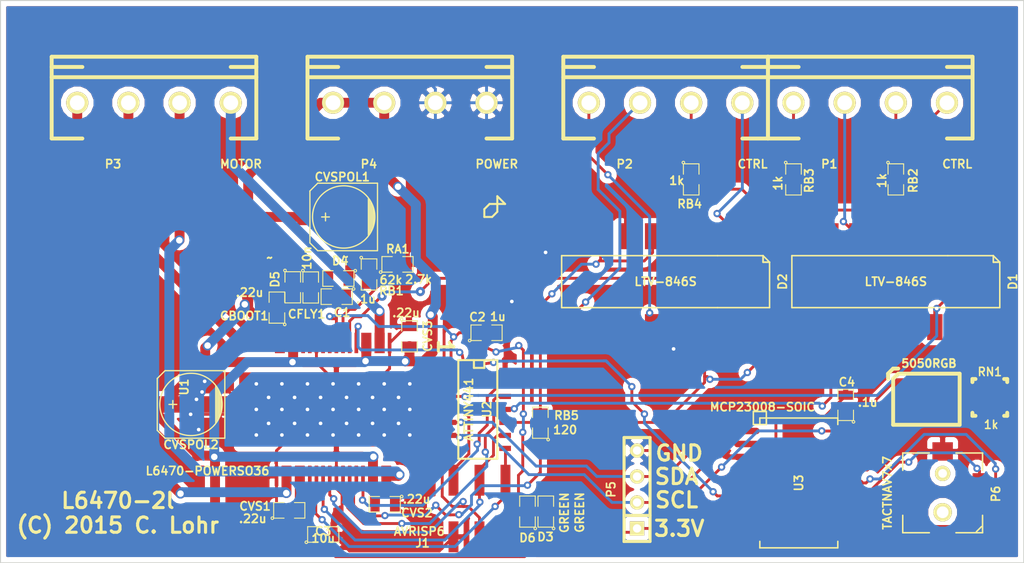
<source format=kicad_pcb>
(kicad_pcb (version 3) (host pcbnew "(2013-jul-07)-stable")

  (general
    (links 128)
    (no_connects 2)
    (area 49.949999 84.949999 150.050001 140.050001)
    (thickness 1.6)
    (drawings 18)
    (tracks 864)
    (zones 0)
    (modules 35)
    (nets 51)
  )

  (page User 177.8 177.8)
  (layers
    (15 F.Cu signal)
    (0 B.Cu signal)
    (16 B.Adhes user)
    (17 F.Adhes user)
    (18 B.Paste user)
    (19 F.Paste user)
    (20 B.SilkS user)
    (21 F.SilkS user)
    (22 B.Mask user)
    (23 F.Mask user)
    (24 Dwgs.User user)
    (25 Cmts.User user)
    (26 Eco1.User user)
    (27 Eco2.User user)
    (28 Edge.Cuts user)
  )

  (setup
    (last_trace_width 0.2794)
    (trace_clearance 0.2794)
    (zone_clearance 0.508)
    (zone_45_only no)
    (trace_min 0.254)
    (segment_width 0.2)
    (edge_width 0.1)
    (via_size 0.7112)
    (via_drill 0.3556)
    (via_min_size 0.7112)
    (via_min_drill 0.3556)
    (uvia_size 0.508)
    (uvia_drill 0.127)
    (uvias_allowed no)
    (uvia_min_size 0.508)
    (uvia_min_drill 0.127)
    (pcb_text_width 0.3)
    (pcb_text_size 1.5 1.5)
    (mod_edge_width 0.15)
    (mod_text_size 0.8128 0.8128)
    (mod_text_width 0.1651)
    (pad_size 1.8 1.8)
    (pad_drill 1.15)
    (pad_to_mask_clearance 0)
    (aux_axis_origin 0 0)
    (visible_elements FFFFFFBF)
    (pcbplotparams
      (layerselection 284983297)
      (usegerberextensions true)
      (excludeedgelayer true)
      (linewidth 0.150000)
      (plotframeref false)
      (viasonmask false)
      (mode 1)
      (useauxorigin false)
      (hpglpennumber 1)
      (hpglpenspeed 20)
      (hpglpendiameter 15)
      (hpglpenoverlay 2)
      (psnegative false)
      (psa4output false)
      (plotreference true)
      (plotvalue true)
      (plotothertext true)
      (plotinvisibletext false)
      (padsonsilk false)
      (subtractmaskfromsilk false)
      (outputformat 1)
      (mirror false)
      (drillshape 0)
      (scaleselection 1)
      (outputdirectory L6470-2l))
  )

  (net 0 "")
  (net 1 +5V)
  (net 2 ADC)
  (net 3 CK)
  (net 4 CS)
  (net 5 DIR+)
  (net 6 DIR-)
  (net 7 DIRIN)
  (net 8 ENABLE+)
  (net 9 ENABLE-)
  (net 10 FLAG)
  (net 11 FLAGOUT+)
  (net 12 FLAGOUT-)
  (net 13 N-0000011)
  (net 14 N-0000012)
  (net 15 N-0000013)
  (net 16 N-0000015)
  (net 17 N-0000016)
  (net 18 N-0000024)
  (net 19 N-0000025)
  (net 20 N-0000026)
  (net 21 N-0000027)
  (net 22 N-0000028)
  (net 23 N-0000030)
  (net 24 N-0000031)
  (net 25 N-0000032)
  (net 26 N-0000033)
  (net 27 N-0000034)
  (net 28 N-0000035)
  (net 29 N-0000036)
  (net 30 N-0000039)
  (net 31 N-0000041)
  (net 32 N-000007)
  (net 33 N-000009)
  (net 34 OUT1A)
  (net 35 OUT1B)
  (net 36 OUT2A)
  (net 37 OUT2B)
  (net 38 PGND)
  (net 39 RST)
  (net 40 SCL)
  (net 41 SDA)
  (net 42 SDI)
  (net 43 SDO)
  (net 44 STEP)
  (net 45 STEP+)
  (net 46 STEP-)
  (net 47 STEPIN)
  (net 48 SW)
  (net 49 VDD)
  (net 50 VSA)

  (net_class Default "This is the default net class."
    (clearance 0.2794)
    (trace_width 0.2794)
    (via_dia 0.7112)
    (via_drill 0.3556)
    (uvia_dia 0.508)
    (uvia_drill 0.127)
    (add_net "")
    (add_net +5V)
    (add_net ADC)
    (add_net CK)
    (add_net CS)
    (add_net DIR+)
    (add_net DIR-)
    (add_net DIRIN)
    (add_net ENABLE+)
    (add_net ENABLE-)
    (add_net FLAG)
    (add_net FLAGOUT+)
    (add_net FLAGOUT-)
    (add_net N-0000011)
    (add_net N-0000012)
    (add_net N-0000013)
    (add_net N-0000015)
    (add_net N-0000016)
    (add_net N-0000024)
    (add_net N-0000025)
    (add_net N-0000026)
    (add_net N-0000027)
    (add_net N-0000028)
    (add_net N-0000030)
    (add_net N-0000031)
    (add_net N-0000032)
    (add_net N-0000033)
    (add_net N-0000034)
    (add_net N-0000035)
    (add_net N-0000036)
    (add_net N-0000039)
    (add_net N-0000041)
    (add_net N-000007)
    (add_net N-000009)
    (add_net PGND)
    (add_net RST)
    (add_net SCL)
    (add_net SDA)
    (add_net SDI)
    (add_net SDO)
    (add_net STEP)
    (add_net STEP+)
    (add_net STEP-)
    (add_net STEPIN)
    (add_net SW)
    (add_net VDD)
  )

  (net_class POWER ""
    (clearance 0.2794)
    (trace_width 0.9652)
    (via_dia 0.889)
    (via_drill 0.635)
    (uvia_dia 0.508)
    (uvia_drill 0.127)
    (add_net OUT1A)
    (add_net OUT1B)
    (add_net OUT2A)
    (add_net OUT2B)
    (add_net VSA)
  )

  (module POWERSO36 (layer F.Cu) (tedit 55F3217F) (tstamp 55F2BF11)
    (at 82.5 125 270)
    (path /55F11E61)
    (fp_text reference U1 (at -2.191 14.555 270) (layer F.SilkS)
      (effects (font (size 0.8128 0.8128) (thickness 0.1651)))
    )
    (fp_text value L6470-POWERSO36 (at 6.0132 12.269 360) (layer F.SilkS)
      (effects (font (size 0.8128 0.8128) (thickness 0.1651)))
    )
    (pad 1 smd rect (at -6.5 -5.525 270) (size 2 0.36)
      (layers F.Cu F.Paste F.Mask)
      (net 38 PGND)
    )
    (pad 2 smd rect (at -6.5 -4.55 270) (size 2 0.9906)
      (layers F.Cu F.Paste F.Mask)
      (net 34 OUT1A)
    )
    (pad 4 smd rect (at -6.5 -3.25 270) (size 2 0.9906)
      (layers F.Cu F.Paste F.Mask)
      (net 50 VSA)
    )
    (pad 6 smd rect (at -6.5 -2.275 270) (size 2 0.36)
      (layers F.Cu F.Paste F.Mask)
      (net 39 RST)
    )
    (pad 7 smd rect (at -6.5 -1.625 270) (size 2 0.36)
      (layers F.Cu F.Paste F.Mask)
      (net 48 SW)
    )
    (pad 8 smd rect (at -6.5 -0.975 270) (size 2 0.36)
      (layers F.Cu F.Paste F.Mask)
      (net 2 ADC)
    )
    (pad 9 smd rect (at -6.5 -0.325 270) (size 2 0.36)
      (layers F.Cu F.Paste F.Mask)
      (net 49 VDD)
    )
    (pad 10 smd rect (at -6.5 0.325 270) (size 2 0.36)
      (layers F.Cu F.Paste F.Mask)
    )
    (pad 11 smd rect (at -6.5 0.975 270) (size 2 0.36)
      (layers F.Cu F.Paste F.Mask)
    )
    (pad 12 smd rect (at -6.5 1.625 270) (size 2 0.36)
      (layers F.Cu F.Paste F.Mask)
      (net 38 PGND)
    )
    (pad 13 smd rect (at -6.5 2.275 270) (size 2 0.36)
      (layers F.Cu F.Paste F.Mask)
      (net 16 N-0000015)
    )
    (pad 14 smd rect (at -6.5 2.925 270) (size 2 0.36)
      (layers F.Cu F.Paste F.Mask)
      (net 14 N-0000012)
    )
    (pad 15 smd rect (at -6.5 3.9 270) (size 2 0.9652)
      (layers F.Cu F.Paste F.Mask)
      (net 50 VSA)
    )
    (pad 17 smd rect (at -6.5 5.2 270) (size 2 0.9652)
      (layers F.Cu F.Paste F.Mask)
      (net 35 OUT1B)
    )
    (pad 19 smd rect (at 6.5 5.525 270) (size 2 0.36)
      (layers F.Cu F.Paste F.Mask)
      (net 38 PGND)
    )
    (pad 20 smd rect (at 6.5 4.55 270) (size 2 0.9652)
      (layers F.Cu F.Paste F.Mask)
      (net 37 OUT2B)
    )
    (pad 22 smd rect (at 6.5 3.25 270) (size 2 0.9652)
      (layers F.Cu F.Paste F.Mask)
      (net 50 VSA)
    )
    (pad 24 smd rect (at 6.5 2.275 270) (size 2 0.36)
      (layers F.Cu F.Paste F.Mask)
      (net 49 VDD)
    )
    (pad 25 smd rect (at 6.5 1.625 270) (size 2 0.36)
      (layers F.Cu F.Paste F.Mask)
      (net 43 SDO)
    )
    (pad 26 smd rect (at 6.5 0.975 270) (size 2 0.36)
      (layers F.Cu F.Paste F.Mask)
      (net 3 CK)
    )
    (pad 27 smd rect (at 6.5 0.325 270) (size 2 0.36)
      (layers F.Cu F.Paste F.Mask)
      (net 42 SDI)
    )
    (pad 28 smd rect (at 6.5 -0.325 270) (size 2 0.36)
      (layers F.Cu F.Paste F.Mask)
      (net 38 PGND)
    )
    (pad 29 smd rect (at 6.5 -0.975 270) (size 2 0.36)
      (layers F.Cu F.Paste F.Mask)
    )
    (pad 30 smd rect (at 6.5 -1.625 270) (size 2 0.36)
      (layers F.Cu F.Paste F.Mask)
      (net 4 CS)
    )
    (pad 31 smd rect (at 6.5 -2.275 270) (size 2 0.36)
      (layers F.Cu F.Paste F.Mask)
      (net 10 FLAG)
    )
    (pad 32 smd rect (at 6.5 -2.925 270) (size 2 0.36)
      (layers F.Cu F.Paste F.Mask)
      (net 44 STEP)
    )
    (pad 33 smd rect (at 6.5 -3.9 270) (size 2 0.9652)
      (layers F.Cu F.Paste F.Mask)
      (net 50 VSA)
    )
    (pad 35 smd rect (at 6.5 -5.2 270) (size 2 0.9652)
      (layers F.Cu F.Paste F.Mask)
      (net 36 OUT2A)
    )
    (pad 37 smd rect (at 0 -0.325 270) (size 7.25 19)
      (layers F.Cu F.Paste F.Mask)
      (net 38 PGND)
    )
  )

  (module SM0805 (layer F.Cu) (tedit 55F321BA) (tstamp 55F1BF84)
    (at 101.5 134.99 90)
    (path /55F1BBF7)
    (attr smd)
    (fp_text reference D6 (at -2.57132 -0.0016 180) (layer F.SilkS)
      (effects (font (size 0.8128 0.8128) (thickness 0.1651)))
    )
    (fp_text value GREEN (at -0.0872 5.1038 90) (layer F.SilkS)
      (effects (font (size 0.8128 0.8128) (thickness 0.1651)))
    )
    (fp_circle (center -1.651 0.762) (end -1.651 0.635) (layer F.SilkS) (width 0.09906))
    (fp_line (start -0.508 0.762) (end -1.524 0.762) (layer F.SilkS) (width 0.09906))
    (fp_line (start -1.524 0.762) (end -1.524 -0.762) (layer F.SilkS) (width 0.09906))
    (fp_line (start -1.524 -0.762) (end -0.508 -0.762) (layer F.SilkS) (width 0.09906))
    (fp_line (start 0.508 -0.762) (end 1.524 -0.762) (layer F.SilkS) (width 0.09906))
    (fp_line (start 1.524 -0.762) (end 1.524 0.762) (layer F.SilkS) (width 0.09906))
    (fp_line (start 1.524 0.762) (end 0.508 0.762) (layer F.SilkS) (width 0.09906))
    (pad 1 smd rect (at -0.9525 0 90) (size 0.889 1.397)
      (layers F.Cu F.Paste F.Mask)
      (net 1 +5V)
    )
    (pad 2 smd rect (at 0.9525 0 90) (size 0.889 1.397)
      (layers F.Cu F.Paste F.Mask)
      (net 49 VDD)
    )
    (model smd/chip_cms.wrl
      (at (xyz 0 0 0))
      (scale (xyz 0.1 0.1 0.1))
      (rotate (xyz 0 0 0))
    )
  )

  (module SM0805 (layer F.Cu) (tedit 55F32115) (tstamp 55F1BF91)
    (at 78.5622 113.0554 270)
    (path /55F1278F)
    (attr smd)
    (fp_text reference D5 (at -0.7747 1.73482 270) (layer F.SilkS)
      (effects (font (size 0.8128 0.8128) (thickness 0.1651)))
    )
    (fp_text value ~ (at -2.9083 2.25044 360) (layer F.SilkS)
      (effects (font (size 0.8128 0.8128) (thickness 0.1651)))
    )
    (fp_circle (center -1.651 0.762) (end -1.651 0.635) (layer F.SilkS) (width 0.09906))
    (fp_line (start -0.508 0.762) (end -1.524 0.762) (layer F.SilkS) (width 0.09906))
    (fp_line (start -1.524 0.762) (end -1.524 -0.762) (layer F.SilkS) (width 0.09906))
    (fp_line (start -1.524 -0.762) (end -0.508 -0.762) (layer F.SilkS) (width 0.09906))
    (fp_line (start 0.508 -0.762) (end 1.524 -0.762) (layer F.SilkS) (width 0.09906))
    (fp_line (start 1.524 -0.762) (end 1.524 0.762) (layer F.SilkS) (width 0.09906))
    (fp_line (start 1.524 0.762) (end 0.508 0.762) (layer F.SilkS) (width 0.09906))
    (pad 1 smd rect (at -0.9525 0 270) (size 0.889 1.397)
      (layers F.Cu F.Paste F.Mask)
      (net 15 N-0000013)
    )
    (pad 2 smd rect (at 0.9525 0 270) (size 0.889 1.397)
      (layers F.Cu F.Paste F.Mask)
      (net 14 N-0000012)
    )
    (model smd/chip_cms.wrl
      (at (xyz 0 0 0))
      (scale (xyz 0.1 0.1 0.1))
      (rotate (xyz 0 0 0))
    )
  )

  (module SM0805 (layer F.Cu) (tedit 55F32153) (tstamp 55F1BF9E)
    (at 82.8548 113.9698 180)
    (path /55F12287)
    (attr smd)
    (fp_text reference C1 (at -0.5334 -1.54686 180) (layer F.SilkS)
      (effects (font (size 0.8128 0.8128) (thickness 0.1651)))
    )
    (fp_text value .1u (at -2.86258 -0.23114 180) (layer F.SilkS)
      (effects (font (size 0.8128 0.8128) (thickness 0.1651)))
    )
    (fp_circle (center -1.651 0.762) (end -1.651 0.635) (layer F.SilkS) (width 0.09906))
    (fp_line (start -0.508 0.762) (end -1.524 0.762) (layer F.SilkS) (width 0.09906))
    (fp_line (start -1.524 0.762) (end -1.524 -0.762) (layer F.SilkS) (width 0.09906))
    (fp_line (start -1.524 -0.762) (end -0.508 -0.762) (layer F.SilkS) (width 0.09906))
    (fp_line (start 0.508 -0.762) (end 1.524 -0.762) (layer F.SilkS) (width 0.09906))
    (fp_line (start 1.524 -0.762) (end 1.524 0.762) (layer F.SilkS) (width 0.09906))
    (fp_line (start 1.524 0.762) (end 0.508 0.762) (layer F.SilkS) (width 0.09906))
    (pad 1 smd rect (at -0.9525 0 180) (size 0.889 1.397)
      (layers F.Cu F.Paste F.Mask)
      (net 49 VDD)
    )
    (pad 2 smd rect (at 0.9525 0 180) (size 0.889 1.397)
      (layers F.Cu F.Paste F.Mask)
      (net 38 PGND)
    )
    (model smd/chip_cms.wrl
      (at (xyz 0 0 0))
      (scale (xyz 0.1 0.1 0.1))
      (rotate (xyz 0 0 0))
    )
  )

  (module SM0805 (layer F.Cu) (tedit 55F3219E) (tstamp 55F1BFAB)
    (at 97.5 117.5)
    (path /55F122A0)
    (attr smd)
    (fp_text reference C2 (at -0.88856 -1.53884) (layer F.SilkS)
      (effects (font (size 0.8128 0.8128) (thickness 0.1651)))
    )
    (fp_text value 1u (at 1.10788 -1.57694) (layer F.SilkS)
      (effects (font (size 0.8128 0.8128) (thickness 0.1651)))
    )
    (fp_circle (center -1.651 0.762) (end -1.651 0.635) (layer F.SilkS) (width 0.09906))
    (fp_line (start -0.508 0.762) (end -1.524 0.762) (layer F.SilkS) (width 0.09906))
    (fp_line (start -1.524 0.762) (end -1.524 -0.762) (layer F.SilkS) (width 0.09906))
    (fp_line (start -1.524 -0.762) (end -0.508 -0.762) (layer F.SilkS) (width 0.09906))
    (fp_line (start 0.508 -0.762) (end 1.524 -0.762) (layer F.SilkS) (width 0.09906))
    (fp_line (start 1.524 -0.762) (end 1.524 0.762) (layer F.SilkS) (width 0.09906))
    (fp_line (start 1.524 0.762) (end 0.508 0.762) (layer F.SilkS) (width 0.09906))
    (pad 1 smd rect (at -0.9525 0) (size 0.889 1.397)
      (layers F.Cu F.Paste F.Mask)
      (net 49 VDD)
    )
    (pad 2 smd rect (at 0.9525 0) (size 0.889 1.397)
      (layers F.Cu F.Paste F.Mask)
      (net 38 PGND)
    )
    (model smd/chip_cms.wrl
      (at (xyz 0 0 0))
      (scale (xyz 0.1 0.1 0.1))
      (rotate (xyz 0 0 0))
    )
  )

  (module SM0805 (layer F.Cu) (tedit 5091495C) (tstamp 55F1BFB8)
    (at 81.54 137.23)
    (path /55F122A6)
    (attr smd)
    (fp_text reference C3 (at 0 -0.3175) (layer F.SilkS)
      (effects (font (size 0.8128 0.8128) (thickness 0.1651)))
    )
    (fp_text value 10u (at 0 0.381) (layer F.SilkS)
      (effects (font (size 0.8128 0.8128) (thickness 0.1651)))
    )
    (fp_circle (center -1.651 0.762) (end -1.651 0.635) (layer F.SilkS) (width 0.09906))
    (fp_line (start -0.508 0.762) (end -1.524 0.762) (layer F.SilkS) (width 0.09906))
    (fp_line (start -1.524 0.762) (end -1.524 -0.762) (layer F.SilkS) (width 0.09906))
    (fp_line (start -1.524 -0.762) (end -0.508 -0.762) (layer F.SilkS) (width 0.09906))
    (fp_line (start 0.508 -0.762) (end 1.524 -0.762) (layer F.SilkS) (width 0.09906))
    (fp_line (start 1.524 -0.762) (end 1.524 0.762) (layer F.SilkS) (width 0.09906))
    (fp_line (start 1.524 0.762) (end 0.508 0.762) (layer F.SilkS) (width 0.09906))
    (pad 1 smd rect (at -0.9525 0) (size 0.889 1.397)
      (layers F.Cu F.Paste F.Mask)
      (net 49 VDD)
    )
    (pad 2 smd rect (at 0.9525 0) (size 0.889 1.397)
      (layers F.Cu F.Paste F.Mask)
      (net 38 PGND)
    )
    (model smd/chip_cms.wrl
      (at (xyz 0 0 0))
      (scale (xyz 0.1 0.1 0.1))
      (rotate (xyz 0 0 0))
    )
  )

  (module SM0805 (layer F.Cu) (tedit 55F3214D) (tstamp 55F1BFC5)
    (at 83.0199 112.1918 180)
    (path /55F12693)
    (attr smd)
    (fp_text reference D4 (at -0.18034 1.71958 180) (layer F.SilkS)
      (effects (font (size 0.8128 0.8128) (thickness 0.1651)))
    )
    (fp_text value ~ (at -0.6858 2.1209 180) (layer F.SilkS)
      (effects (font (size 0.8128 0.8128) (thickness 0.1651)))
    )
    (fp_circle (center -1.651 0.762) (end -1.651 0.635) (layer F.SilkS) (width 0.09906))
    (fp_line (start -0.508 0.762) (end -1.524 0.762) (layer F.SilkS) (width 0.09906))
    (fp_line (start -1.524 0.762) (end -1.524 -0.762) (layer F.SilkS) (width 0.09906))
    (fp_line (start -1.524 -0.762) (end -0.508 -0.762) (layer F.SilkS) (width 0.09906))
    (fp_line (start 0.508 -0.762) (end 1.524 -0.762) (layer F.SilkS) (width 0.09906))
    (fp_line (start 1.524 -0.762) (end 1.524 0.762) (layer F.SilkS) (width 0.09906))
    (fp_line (start 1.524 0.762) (end 0.508 0.762) (layer F.SilkS) (width 0.09906))
    (pad 1 smd rect (at -0.9525 0 180) (size 0.889 1.397)
      (layers F.Cu F.Paste F.Mask)
      (net 50 VSA)
    )
    (pad 2 smd rect (at 0.9525 0 180) (size 0.889 1.397)
      (layers F.Cu F.Paste F.Mask)
      (net 15 N-0000013)
    )
    (model smd/chip_cms.wrl
      (at (xyz 0 0 0))
      (scale (xyz 0.1 0.1 0.1))
      (rotate (xyz 0 0 0))
    )
  )

  (module c_elec_6.3x5.7 (layer F.Cu) (tedit 55F3212B) (tstamp 55F20634)
    (at 83.5406 106.172 180)
    (descr "SMT capacitor, aluminium electrolytic, 6.3x5.7")
    (path /55F12872)
    (fp_text reference CVSPOL1 (at 0.1397 3.9116 180) (layer F.SilkS)
      (effects (font (size 0.8128 0.8128) (thickness 0.1651)))
    )
    (fp_text value 100u (at 0 3.81 180) (layer F.SilkS) hide
      (effects (font (size 0.8128 0.8128) (thickness 0.1651)))
    )
    (fp_line (start -2.921 -0.762) (end -2.921 0.762) (layer F.SilkS) (width 0.127))
    (fp_line (start -2.794 1.143) (end -2.794 -1.143) (layer F.SilkS) (width 0.127))
    (fp_line (start -2.667 -1.397) (end -2.667 1.397) (layer F.SilkS) (width 0.127))
    (fp_line (start -2.54 1.651) (end -2.54 -1.651) (layer F.SilkS) (width 0.127))
    (fp_line (start -2.413 -1.778) (end -2.413 1.778) (layer F.SilkS) (width 0.127))
    (fp_circle (center 0 0) (end -3.048 0) (layer F.SilkS) (width 0.127))
    (fp_line (start -3.302 -3.302) (end -3.302 3.302) (layer F.SilkS) (width 0.127))
    (fp_line (start -3.302 3.302) (end 2.54 3.302) (layer F.SilkS) (width 0.127))
    (fp_line (start 2.54 3.302) (end 3.302 2.54) (layer F.SilkS) (width 0.127))
    (fp_line (start 3.302 2.54) (end 3.302 -2.54) (layer F.SilkS) (width 0.127))
    (fp_line (start 3.302 -2.54) (end 2.54 -3.302) (layer F.SilkS) (width 0.127))
    (fp_line (start 2.54 -3.302) (end -3.302 -3.302) (layer F.SilkS) (width 0.127))
    (fp_line (start 2.159 0) (end 1.397 0) (layer F.SilkS) (width 0.127))
    (fp_line (start 1.778 -0.381) (end 1.778 0.381) (layer F.SilkS) (width 0.127))
    (pad 1 smd rect (at 2.75082 0 180) (size 3.59918 1.6002)
      (layers F.Cu F.Paste F.Mask)
      (net 50 VSA)
    )
    (pad 2 smd rect (at -2.75082 0 180) (size 3.59918 1.6002)
      (layers F.Cu F.Paste F.Mask)
      (net 38 PGND)
    )
    (model smd/capacitors/c_elec_6_3x5_7.wrl
      (at (xyz 0 0 0))
      (scale (xyz 1 1 1))
      (rotate (xyz 0 0 0))
    )
  )

  (module c_elec_6.3x5.7 (layer F.Cu) (tedit 49F5C08A) (tstamp 55F20648)
    (at 68.62 124.51 180)
    (descr "SMT capacitor, aluminium electrolytic, 6.3x5.7")
    (path /55F1D683)
    (fp_text reference CVSPOL2 (at 0 -3.937 180) (layer F.SilkS)
      (effects (font (size 0.8128 0.8128) (thickness 0.1651)))
    )
    (fp_text value 100u (at 0 3.81 180) (layer F.SilkS) hide
      (effects (font (size 0.8128 0.8128) (thickness 0.1651)))
    )
    (fp_line (start -2.921 -0.762) (end -2.921 0.762) (layer F.SilkS) (width 0.127))
    (fp_line (start -2.794 1.143) (end -2.794 -1.143) (layer F.SilkS) (width 0.127))
    (fp_line (start -2.667 -1.397) (end -2.667 1.397) (layer F.SilkS) (width 0.127))
    (fp_line (start -2.54 1.651) (end -2.54 -1.651) (layer F.SilkS) (width 0.127))
    (fp_line (start -2.413 -1.778) (end -2.413 1.778) (layer F.SilkS) (width 0.127))
    (fp_circle (center 0 0) (end -3.048 0) (layer F.SilkS) (width 0.127))
    (fp_line (start -3.302 -3.302) (end -3.302 3.302) (layer F.SilkS) (width 0.127))
    (fp_line (start -3.302 3.302) (end 2.54 3.302) (layer F.SilkS) (width 0.127))
    (fp_line (start 2.54 3.302) (end 3.302 2.54) (layer F.SilkS) (width 0.127))
    (fp_line (start 3.302 2.54) (end 3.302 -2.54) (layer F.SilkS) (width 0.127))
    (fp_line (start 3.302 -2.54) (end 2.54 -3.302) (layer F.SilkS) (width 0.127))
    (fp_line (start 2.54 -3.302) (end -3.302 -3.302) (layer F.SilkS) (width 0.127))
    (fp_line (start 2.159 0) (end 1.397 0) (layer F.SilkS) (width 0.127))
    (fp_line (start 1.778 -0.381) (end 1.778 0.381) (layer F.SilkS) (width 0.127))
    (pad 1 smd rect (at 2.75082 0 180) (size 3.59918 1.6002)
      (layers F.Cu F.Paste F.Mask)
      (net 50 VSA)
    )
    (pad 2 smd rect (at -2.75082 0 180) (size 3.59918 1.6002)
      (layers F.Cu F.Paste F.Mask)
      (net 38 PGND)
    )
    (model smd/capacitors/c_elec_6_3x5_7.wrl
      (at (xyz 0 0 0))
      (scale (xyz 1 1 1))
      (rotate (xyz 0 0 0))
    )
  )

  (module SO14E (layer F.Cu) (tedit 42806FBF) (tstamp 55F2B855)
    (at 96.77356 125 270)
    (descr "module CMS SOJ 14 pins etroit")
    (tags "CMS SOJ")
    (path /55F1B29F)
    (attr smd)
    (fp_text reference U2 (at 0 -0.762 270) (layer F.SilkS)
      (effects (font (size 0.8128 0.8128) (thickness 0.1651)))
    )
    (fp_text value ATTINY441 (at 0 1.016 270) (layer F.SilkS)
      (effects (font (size 0.8128 0.8128) (thickness 0.1651)))
    )
    (fp_line (start -4.826 -1.778) (end 4.826 -1.778) (layer F.SilkS) (width 0.2032))
    (fp_line (start 4.826 -1.778) (end 4.826 2.032) (layer F.SilkS) (width 0.2032))
    (fp_line (start 4.826 2.032) (end -4.826 2.032) (layer F.SilkS) (width 0.2032))
    (fp_line (start -4.826 2.032) (end -4.826 -1.778) (layer F.SilkS) (width 0.2032))
    (fp_line (start -4.826 -0.508) (end -4.064 -0.508) (layer F.SilkS) (width 0.2032))
    (fp_line (start -4.064 -0.508) (end -4.064 0.508) (layer F.SilkS) (width 0.2032))
    (fp_line (start -4.064 0.508) (end -4.826 0.508) (layer F.SilkS) (width 0.2032))
    (pad 1 smd rect (at -3.81 2.794 270) (size 0.508 1.143)
      (layers F.Cu F.Paste F.Mask)
      (net 49 VDD)
    )
    (pad 2 smd rect (at -2.54 2.794 270) (size 0.508 1.143)
      (layers F.Cu F.Paste F.Mask)
      (net 39 RST)
    )
    (pad 3 smd rect (at -1.27 2.794 270) (size 0.508 1.143)
      (layers F.Cu F.Paste F.Mask)
      (net 48 SW)
    )
    (pad 4 smd rect (at 0 2.794 270) (size 0.508 1.143)
      (layers F.Cu F.Paste F.Mask)
      (net 17 N-0000016)
    )
    (pad 5 smd rect (at 1.27 2.794 270) (size 0.508 1.143)
      (layers F.Cu F.Paste F.Mask)
      (net 41 SDA)
    )
    (pad 6 smd rect (at 2.54 2.794 270) (size 0.508 1.143)
      (layers F.Cu F.Paste F.Mask)
      (net 40 SCL)
    )
    (pad 7 smd rect (at 3.81 2.794 270) (size 0.508 1.143)
      (layers F.Cu F.Paste F.Mask)
      (net 42 SDI)
    )
    (pad 8 smd rect (at 3.81 -2.54 270) (size 0.508 1.143)
      (layers F.Cu F.Paste F.Mask)
      (net 43 SDO)
    )
    (pad 9 smd rect (at 2.54 -2.54 270) (size 0.508 1.143)
      (layers F.Cu F.Paste F.Mask)
      (net 3 CK)
    )
    (pad 10 smd rect (at 1.27 -2.54 270) (size 0.508 1.143)
      (layers F.Cu F.Paste F.Mask)
      (net 47 STEPIN)
    )
    (pad 11 smd rect (at 0 -2.54 270) (size 0.508 1.143)
      (layers F.Cu F.Paste F.Mask)
      (net 7 DIRIN)
    )
    (pad 12 smd rect (at -1.27 -2.54 270) (size 0.508 1.143)
      (layers F.Cu F.Paste F.Mask)
      (net 4 CS)
    )
    (pad 13 smd rect (at -2.54 -2.54 270) (size 0.508 1.143)
      (layers F.Cu F.Paste F.Mask)
      (net 44 STEP)
    )
    (pad 14 smd rect (at -3.81 -2.54 270) (size 0.508 1.143)
      (layers F.Cu F.Paste F.Mask)
      (net 38 PGND)
    )
    (model smd/cms_so14.wrl
      (at (xyz 0 0 0))
      (scale (xyz 0.5 0.3 0.5))
      (rotate (xyz 0 0 0))
    )
  )

  (module RIBBON6SMT (layer F.Cu) (tedit 55F321AF) (tstamp 55F2B85F)
    (at 99.35 137.46 180)
    (path /55F1B2AE)
    (fp_text reference J1 (at 8.1 -0.62 180) (layer F.SilkS)
      (effects (font (size 0.8128 0.8128) (thickness 0.1651)))
    )
    (fp_text value AVRISP6 (at 8.418 0.5286 180) (layer F.SilkS)
      (effects (font (size 0.8128 0.8128) (thickness 0.1651)))
    )
    (pad 2 smd rect (at 0 0 180) (size 0.9652 3.0226)
      (layers F.Cu F.Paste F.Mask)
      (net 1 +5V)
    )
    (pad 4 smd rect (at 2.54 0 180) (size 0.9652 3.0226)
      (layers F.Cu F.Paste F.Mask)
      (net 42 SDI)
    )
    (pad 6 smd rect (at 5.08 0 180) (size 0.9652 3.0226)
      (layers F.Cu F.Paste F.Mask)
      (net 38 PGND)
    )
    (pad 1 smd rect (at 0 5.5372 180) (size 0.9652 3.0226)
      (layers F.Cu F.Paste F.Mask)
      (net 43 SDO)
    )
    (pad 3 smd rect (at 2.54 5.5372 180) (size 0.9652 3.0226)
      (layers F.Cu F.Paste F.Mask)
      (net 3 CK)
    )
    (pad 5 smd rect (at 5.08 5.5372 180) (size 0.9652 3.0226)
      (layers F.Cu F.Paste F.Mask)
      (net 17 N-0000016)
    )
  )

  (module SM0805 (layer F.Cu) (tedit 55F3215D) (tstamp 55F1BF47)
    (at 88.7984 110.8075)
    (path /55F12C08)
    (attr smd)
    (fp_text reference RA1 (at 0.03048 -1.49606) (layer F.SilkS)
      (effects (font (size 0.8128 0.8128) (thickness 0.1651)))
    )
    (fp_text value 2.7k (at 2.0574 1.4732) (layer F.SilkS)
      (effects (font (size 0.8128 0.8128) (thickness 0.1651)))
    )
    (fp_circle (center -1.651 0.762) (end -1.651 0.635) (layer F.SilkS) (width 0.09906))
    (fp_line (start -0.508 0.762) (end -1.524 0.762) (layer F.SilkS) (width 0.09906))
    (fp_line (start -1.524 0.762) (end -1.524 -0.762) (layer F.SilkS) (width 0.09906))
    (fp_line (start -1.524 -0.762) (end -0.508 -0.762) (layer F.SilkS) (width 0.09906))
    (fp_line (start 0.508 -0.762) (end 1.524 -0.762) (layer F.SilkS) (width 0.09906))
    (fp_line (start 1.524 -0.762) (end 1.524 0.762) (layer F.SilkS) (width 0.09906))
    (fp_line (start 1.524 0.762) (end 0.508 0.762) (layer F.SilkS) (width 0.09906))
    (pad 1 smd rect (at -0.9525 0) (size 0.889 1.397)
      (layers F.Cu F.Paste F.Mask)
      (net 2 ADC)
    )
    (pad 2 smd rect (at 0.9525 0) (size 0.889 1.397)
      (layers F.Cu F.Paste F.Mask)
      (net 38 PGND)
    )
    (model smd/chip_cms.wrl
      (at (xyz 0 0 0))
      (scale (xyz 0.1 0.1 0.1))
      (rotate (xyz 0 0 0))
    )
  )

  (module SM0805 (layer F.Cu) (tedit 55F32159) (tstamp 55F1BF53)
    (at 86.0171 111.7981 270)
    (path /55F12B8E)
    (attr smd)
    (fp_text reference RB1 (at 1.60274 -2.18948 360) (layer F.SilkS)
      (effects (font (size 0.8128 0.8128) (thickness 0.1651)))
    )
    (fp_text value 62k (at 0.53594 -2.13614 360) (layer F.SilkS)
      (effects (font (size 0.8128 0.8128) (thickness 0.1651)))
    )
    (fp_circle (center -1.651 0.762) (end -1.651 0.635) (layer F.SilkS) (width 0.09906))
    (fp_line (start -0.508 0.762) (end -1.524 0.762) (layer F.SilkS) (width 0.09906))
    (fp_line (start -1.524 0.762) (end -1.524 -0.762) (layer F.SilkS) (width 0.09906))
    (fp_line (start -1.524 -0.762) (end -0.508 -0.762) (layer F.SilkS) (width 0.09906))
    (fp_line (start 0.508 -0.762) (end 1.524 -0.762) (layer F.SilkS) (width 0.09906))
    (fp_line (start 1.524 -0.762) (end 1.524 0.762) (layer F.SilkS) (width 0.09906))
    (fp_line (start 1.524 0.762) (end 0.508 0.762) (layer F.SilkS) (width 0.09906))
    (pad 1 smd rect (at -0.9525 0 270) (size 0.889 1.397)
      (layers F.Cu F.Paste F.Mask)
      (net 50 VSA)
    )
    (pad 2 smd rect (at 0.9525 0 270) (size 0.889 1.397)
      (layers F.Cu F.Paste F.Mask)
      (net 2 ADC)
    )
    (model smd/chip_cms.wrl
      (at (xyz 0 0 0))
      (scale (xyz 0.1 0.1 0.1))
      (rotate (xyz 0 0 0))
    )
  )

  (module SM0805 (layer F.Cu) (tedit 55F32179) (tstamp 55F1BF5F)
    (at 78.2193 134.874)
    (path /55F12881)
    (attr smd)
    (fp_text reference CVS1 (at -3.3401 -0.4064) (layer F.SilkS)
      (effects (font (size 0.8128 0.8128) (thickness 0.1651)))
    )
    (fp_text value .22u (at -3.5687 0.8128) (layer F.SilkS)
      (effects (font (size 0.8128 0.8128) (thickness 0.1651)))
    )
    (fp_circle (center -1.651 0.762) (end -1.651 0.635) (layer F.SilkS) (width 0.09906))
    (fp_line (start -0.508 0.762) (end -1.524 0.762) (layer F.SilkS) (width 0.09906))
    (fp_line (start -1.524 0.762) (end -1.524 -0.762) (layer F.SilkS) (width 0.09906))
    (fp_line (start -1.524 -0.762) (end -0.508 -0.762) (layer F.SilkS) (width 0.09906))
    (fp_line (start 0.508 -0.762) (end 1.524 -0.762) (layer F.SilkS) (width 0.09906))
    (fp_line (start 1.524 -0.762) (end 1.524 0.762) (layer F.SilkS) (width 0.09906))
    (fp_line (start 1.524 0.762) (end 0.508 0.762) (layer F.SilkS) (width 0.09906))
    (pad 1 smd rect (at -0.9525 0) (size 0.889 1.397)
      (layers F.Cu F.Paste F.Mask)
      (net 38 PGND)
    )
    (pad 2 smd rect (at 0.9525 0) (size 0.889 1.397)
      (layers F.Cu F.Paste F.Mask)
      (net 50 VSA)
    )
    (model smd/chip_cms.wrl
      (at (xyz 0 0 0))
      (scale (xyz 0.1 0.1 0.1))
      (rotate (xyz 0 0 0))
    )
  )

  (module SM0805 (layer F.Cu) (tedit 55F321B7) (tstamp 55F20620)
    (at 87.5538 134.2771 180)
    (path /55F1D689)
    (attr smd)
    (fp_text reference CVS2 (at -3.14452 -0.84836 180) (layer F.SilkS)
      (effects (font (size 0.8128 0.8128) (thickness 0.1651)))
    )
    (fp_text value .22u (at -3.10896 0.50038 180) (layer F.SilkS)
      (effects (font (size 0.8128 0.8128) (thickness 0.1651)))
    )
    (fp_circle (center -1.651 0.762) (end -1.651 0.635) (layer F.SilkS) (width 0.09906))
    (fp_line (start -0.508 0.762) (end -1.524 0.762) (layer F.SilkS) (width 0.09906))
    (fp_line (start -1.524 0.762) (end -1.524 -0.762) (layer F.SilkS) (width 0.09906))
    (fp_line (start -1.524 -0.762) (end -0.508 -0.762) (layer F.SilkS) (width 0.09906))
    (fp_line (start 0.508 -0.762) (end 1.524 -0.762) (layer F.SilkS) (width 0.09906))
    (fp_line (start 1.524 -0.762) (end 1.524 0.762) (layer F.SilkS) (width 0.09906))
    (fp_line (start 1.524 0.762) (end 0.508 0.762) (layer F.SilkS) (width 0.09906))
    (pad 1 smd rect (at -0.9525 0 180) (size 0.889 1.397)
      (layers F.Cu F.Paste F.Mask)
      (net 38 PGND)
    )
    (pad 2 smd rect (at 0.9525 0 180) (size 0.889 1.397)
      (layers F.Cu F.Paste F.Mask)
      (net 50 VSA)
    )
    (model smd/chip_cms.wrl
      (at (xyz 0 0 0))
      (scale (xyz 0.1 0.1 0.1))
      (rotate (xyz 0 0 0))
    )
  )

  (module SM0805 (layer F.Cu) (tedit 56065A32) (tstamp 55F33D37)
    (at 137.5 102.5 270)
    (path /55F30FF8)
    (attr smd)
    (fp_text reference RB2 (at 0.116 -1.692 270) (layer F.SilkS)
      (effects (font (size 0.8128 0.8128) (thickness 0.1651)))
    )
    (fp_text value 1k (at 0.116 1.356 270) (layer F.SilkS)
      (effects (font (size 0.8128 0.8128) (thickness 0.1651)))
    )
    (fp_circle (center -1.651 0.762) (end -1.651 0.635) (layer F.SilkS) (width 0.09906))
    (fp_line (start -0.508 0.762) (end -1.524 0.762) (layer F.SilkS) (width 0.09906))
    (fp_line (start -1.524 0.762) (end -1.524 -0.762) (layer F.SilkS) (width 0.09906))
    (fp_line (start -1.524 -0.762) (end -0.508 -0.762) (layer F.SilkS) (width 0.09906))
    (fp_line (start 0.508 -0.762) (end 1.524 -0.762) (layer F.SilkS) (width 0.09906))
    (fp_line (start 1.524 -0.762) (end 1.524 0.762) (layer F.SilkS) (width 0.09906))
    (fp_line (start 1.524 0.762) (end 0.508 0.762) (layer F.SilkS) (width 0.09906))
    (pad 1 smd rect (at -0.9525 0 270) (size 0.889 1.397)
      (layers F.Cu F.Paste F.Mask)
      (net 8 ENABLE+)
    )
    (pad 2 smd rect (at 0.9525 0 270) (size 0.889 1.397)
      (layers F.Cu F.Paste F.Mask)
      (net 13 N-0000011)
    )
    (model smd/chip_cms.wrl
      (at (xyz 0 0 0))
      (scale (xyz 0.1 0.1 0.1))
      (rotate (xyz 0 0 0))
    )
  )

  (module SM0805 (layer F.Cu) (tedit 56065A2F) (tstamp 55F33D44)
    (at 127.5 102.5 270)
    (path /55F31403)
    (attr smd)
    (fp_text reference RB3 (at 0.116 -1.532 270) (layer F.SilkS)
      (effects (font (size 0.8128 0.8128) (thickness 0.1651)))
    )
    (fp_text value 1k (at 0.37 1.516 270) (layer F.SilkS)
      (effects (font (size 0.8128 0.8128) (thickness 0.1651)))
    )
    (fp_circle (center -1.651 0.762) (end -1.651 0.635) (layer F.SilkS) (width 0.09906))
    (fp_line (start -0.508 0.762) (end -1.524 0.762) (layer F.SilkS) (width 0.09906))
    (fp_line (start -1.524 0.762) (end -1.524 -0.762) (layer F.SilkS) (width 0.09906))
    (fp_line (start -1.524 -0.762) (end -0.508 -0.762) (layer F.SilkS) (width 0.09906))
    (fp_line (start 0.508 -0.762) (end 1.524 -0.762) (layer F.SilkS) (width 0.09906))
    (fp_line (start 1.524 -0.762) (end 1.524 0.762) (layer F.SilkS) (width 0.09906))
    (fp_line (start 1.524 0.762) (end 0.508 0.762) (layer F.SilkS) (width 0.09906))
    (pad 1 smd rect (at -0.9525 0 270) (size 0.889 1.397)
      (layers F.Cu F.Paste F.Mask)
      (net 5 DIR+)
    )
    (pad 2 smd rect (at 0.9525 0 270) (size 0.889 1.397)
      (layers F.Cu F.Paste F.Mask)
      (net 32 N-000007)
    )
    (model smd/chip_cms.wrl
      (at (xyz 0 0 0))
      (scale (xyz 0.1 0.1 0.1))
      (rotate (xyz 0 0 0))
    )
  )

  (module SM0805 (layer F.Cu) (tedit 56065A38) (tstamp 55F33D51)
    (at 117.5 102.5 270)
    (path /55F3145E)
    (attr smd)
    (fp_text reference RB4 (at 2.402 0.152 360) (layer F.SilkS)
      (effects (font (size 0.8128 0.8128) (thickness 0.1651)))
    )
    (fp_text value 1k (at 0.116 1.422 360) (layer F.SilkS)
      (effects (font (size 0.8128 0.8128) (thickness 0.1651)))
    )
    (fp_circle (center -1.651 0.762) (end -1.651 0.635) (layer F.SilkS) (width 0.09906))
    (fp_line (start -0.508 0.762) (end -1.524 0.762) (layer F.SilkS) (width 0.09906))
    (fp_line (start -1.524 0.762) (end -1.524 -0.762) (layer F.SilkS) (width 0.09906))
    (fp_line (start -1.524 -0.762) (end -0.508 -0.762) (layer F.SilkS) (width 0.09906))
    (fp_line (start 0.508 -0.762) (end 1.524 -0.762) (layer F.SilkS) (width 0.09906))
    (fp_line (start 1.524 -0.762) (end 1.524 0.762) (layer F.SilkS) (width 0.09906))
    (fp_line (start 1.524 0.762) (end 0.508 0.762) (layer F.SilkS) (width 0.09906))
    (pad 1 smd rect (at -0.9525 0 270) (size 0.889 1.397)
      (layers F.Cu F.Paste F.Mask)
      (net 45 STEP+)
    )
    (pad 2 smd rect (at 0.9525 0 270) (size 0.889 1.397)
      (layers F.Cu F.Paste F.Mask)
      (net 33 N-000009)
    )
    (model smd/chip_cms.wrl
      (at (xyz 0 0 0))
      (scale (xyz 0.1 0.1 0.1))
      (rotate (xyz 0 0 0))
    )
  )

  (module SM0805 (layer F.Cu) (tedit 55F321A5) (tstamp 55F33D5E)
    (at 102.76 126.3 90)
    (path /55F32700)
    (attr smd)
    (fp_text reference RB5 (at 0.70716 2.55602 180) (layer F.SilkS)
      (effects (font (size 0.8128 0.8128) (thickness 0.1651)))
    )
    (fp_text value 120 (at -0.7 2.41886 180) (layer F.SilkS)
      (effects (font (size 0.8128 0.8128) (thickness 0.1651)))
    )
    (fp_circle (center -1.651 0.762) (end -1.651 0.635) (layer F.SilkS) (width 0.09906))
    (fp_line (start -0.508 0.762) (end -1.524 0.762) (layer F.SilkS) (width 0.09906))
    (fp_line (start -1.524 0.762) (end -1.524 -0.762) (layer F.SilkS) (width 0.09906))
    (fp_line (start -1.524 -0.762) (end -0.508 -0.762) (layer F.SilkS) (width 0.09906))
    (fp_line (start 0.508 -0.762) (end 1.524 -0.762) (layer F.SilkS) (width 0.09906))
    (fp_line (start 1.524 -0.762) (end 1.524 0.762) (layer F.SilkS) (width 0.09906))
    (fp_line (start 1.524 0.762) (end 0.508 0.762) (layer F.SilkS) (width 0.09906))
    (pad 1 smd rect (at -0.9525 0 90) (size 0.889 1.397)
      (layers F.Cu F.Paste F.Mask)
      (net 10 FLAG)
    )
    (pad 2 smd rect (at 0.9525 0 90) (size 0.889 1.397)
      (layers F.Cu F.Paste F.Mask)
      (net 31 N-0000041)
    )
    (model smd/chip_cms.wrl
      (at (xyz 0 0 0))
      (scale (xyz 0.1 0.1 0.1))
      (rotate (xyz 0 0 0))
    )
  )

  (module PHOENIX1933202 (layer F.Cu) (tedit 55F2FD8D) (tstamp 55F1C027)
    (at 115 95 180)
    (path /55F2FF8A)
    (fp_text reference P2 (at 4 -6 180) (layer F.SilkS)
      (effects (font (size 0.8128 0.8128) (thickness 0.1651)))
    )
    (fp_text value CTRL (at -8.5 -6 180) (layer F.SilkS)
      (effects (font (size 0.8128 0.8128) (thickness 0.1651)))
    )
    (fp_line (start -10 -3.5) (end -10 4.5) (layer F.SilkS) (width 0.381))
    (fp_line (start 10 -3.5) (end 10 4.5) (layer F.SilkS) (width 0.381))
    (fp_line (start 10 4.5) (end -10 4.5) (layer F.SilkS) (width 0.381))
    (fp_line (start -10 2.5) (end 10 2.5) (layer F.SilkS) (width 0.381))
    (fp_line (start 7 -3.5) (end 10 -3.5) (layer F.SilkS) (width 0.381))
    (fp_line (start 10 3.5) (end 7 3.5) (layer F.SilkS) (width 0.381))
    (fp_line (start -7.5 -3.5) (end -10 -3.5) (layer F.SilkS) (width 0.381))
    (fp_line (start -10 3.5) (end -7.5 3.5) (layer F.SilkS) (width 0.381))
    (pad 1 thru_hole circle (at -7.5 0 180) (size 2.159 2.159) (drill 1.4478)
      (layers *.Cu *.Mask F.SilkS)
      (net 46 STEP-)
    )
    (pad 2 thru_hole circle (at -2.5 0 180) (size 2.159 2.159) (drill 1.4478)
      (layers *.Cu *.Mask F.SilkS)
      (net 45 STEP+)
    )
    (pad 3 thru_hole circle (at 2.5 0 180) (size 2.159 2.159) (drill 1.4478)
      (layers *.Cu *.Mask F.SilkS)
      (net 12 FLAGOUT-)
    )
    (pad 4 thru_hole circle (at 7.5 0 180) (size 2.159 2.159) (drill 1.4478)
      (layers *.Cu *.Mask F.SilkS)
      (net 11 FLAGOUT+)
    )
  )

  (module PHOENIX1933202 (layer F.Cu) (tedit 55F2FD8D) (tstamp 55F1C02C)
    (at 135 95 180)
    (path /55F2FB3B)
    (fp_text reference P1 (at 4 -6 180) (layer F.SilkS)
      (effects (font (size 0.8128 0.8128) (thickness 0.1651)))
    )
    (fp_text value CTRL (at -8.5 -6 180) (layer F.SilkS)
      (effects (font (size 0.8128 0.8128) (thickness 0.1651)))
    )
    (fp_line (start -10 -3.5) (end -10 4.5) (layer F.SilkS) (width 0.381))
    (fp_line (start 10 -3.5) (end 10 4.5) (layer F.SilkS) (width 0.381))
    (fp_line (start 10 4.5) (end -10 4.5) (layer F.SilkS) (width 0.381))
    (fp_line (start -10 2.5) (end 10 2.5) (layer F.SilkS) (width 0.381))
    (fp_line (start 7 -3.5) (end 10 -3.5) (layer F.SilkS) (width 0.381))
    (fp_line (start 10 3.5) (end 7 3.5) (layer F.SilkS) (width 0.381))
    (fp_line (start -7.5 -3.5) (end -10 -3.5) (layer F.SilkS) (width 0.381))
    (fp_line (start -10 3.5) (end -7.5 3.5) (layer F.SilkS) (width 0.381))
    (pad 1 thru_hole circle (at -7.5 0 180) (size 2.159 2.159) (drill 1.4478)
      (layers *.Cu *.Mask F.SilkS)
      (net 9 ENABLE-)
    )
    (pad 2 thru_hole circle (at -2.5 0 180) (size 2.159 2.159) (drill 1.4478)
      (layers *.Cu *.Mask F.SilkS)
      (net 8 ENABLE+)
    )
    (pad 3 thru_hole circle (at 2.5 0 180) (size 2.159 2.159) (drill 1.4478)
      (layers *.Cu *.Mask F.SilkS)
      (net 6 DIR-)
    )
    (pad 4 thru_hole circle (at 7.5 0 180) (size 2.159 2.159) (drill 1.4478)
      (layers *.Cu *.Mask F.SilkS)
      (net 5 DIR+)
    )
  )

  (module PHOENIX1933202 (layer F.Cu) (tedit 55F2FD8D) (tstamp 55F1C045)
    (at 90 95 180)
    (path /55F3013F)
    (fp_text reference P4 (at 4 -6 180) (layer F.SilkS)
      (effects (font (size 0.8128 0.8128) (thickness 0.1651)))
    )
    (fp_text value POWER (at -8.5 -6 180) (layer F.SilkS)
      (effects (font (size 0.8128 0.8128) (thickness 0.1651)))
    )
    (fp_line (start -10 -3.5) (end -10 4.5) (layer F.SilkS) (width 0.381))
    (fp_line (start 10 -3.5) (end 10 4.5) (layer F.SilkS) (width 0.381))
    (fp_line (start 10 4.5) (end -10 4.5) (layer F.SilkS) (width 0.381))
    (fp_line (start -10 2.5) (end 10 2.5) (layer F.SilkS) (width 0.381))
    (fp_line (start 7 -3.5) (end 10 -3.5) (layer F.SilkS) (width 0.381))
    (fp_line (start 10 3.5) (end 7 3.5) (layer F.SilkS) (width 0.381))
    (fp_line (start -7.5 -3.5) (end -10 -3.5) (layer F.SilkS) (width 0.381))
    (fp_line (start -10 3.5) (end -7.5 3.5) (layer F.SilkS) (width 0.381))
    (pad 1 thru_hole circle (at -7.5 0 180) (size 2.159 2.159) (drill 1.4478)
      (layers *.Cu *.Mask F.SilkS)
      (net 38 PGND)
    )
    (pad 2 thru_hole circle (at -2.5 0 180) (size 2.159 2.159) (drill 1.4478)
      (layers *.Cu *.Mask F.SilkS)
      (net 38 PGND)
    )
    (pad 3 thru_hole circle (at 2.5 0 180) (size 2.159 2.159) (drill 1.4478)
      (layers *.Cu *.Mask F.SilkS)
      (net 50 VSA)
    )
    (pad 4 thru_hole circle (at 7.5 0 180) (size 2.159 2.159) (drill 1.4478)
      (layers *.Cu *.Mask F.SilkS)
      (net 50 VSA)
    )
  )

  (module PHOENIX1933202 (layer F.Cu) (tedit 55F2FD8D) (tstamp 55F1C04A)
    (at 65 95 180)
    (path /55F30139)
    (fp_text reference P3 (at 4 -6 180) (layer F.SilkS)
      (effects (font (size 0.8128 0.8128) (thickness 0.1651)))
    )
    (fp_text value MOTOR (at -8.5 -6 180) (layer F.SilkS)
      (effects (font (size 0.8128 0.8128) (thickness 0.1651)))
    )
    (fp_line (start -10 -3.5) (end -10 4.5) (layer F.SilkS) (width 0.381))
    (fp_line (start 10 -3.5) (end 10 4.5) (layer F.SilkS) (width 0.381))
    (fp_line (start 10 4.5) (end -10 4.5) (layer F.SilkS) (width 0.381))
    (fp_line (start -10 2.5) (end 10 2.5) (layer F.SilkS) (width 0.381))
    (fp_line (start 7 -3.5) (end 10 -3.5) (layer F.SilkS) (width 0.381))
    (fp_line (start 10 3.5) (end 7 3.5) (layer F.SilkS) (width 0.381))
    (fp_line (start -7.5 -3.5) (end -10 -3.5) (layer F.SilkS) (width 0.381))
    (fp_line (start -10 3.5) (end -7.5 3.5) (layer F.SilkS) (width 0.381))
    (pad 1 thru_hole circle (at -7.5 0 180) (size 2.159 2.159) (drill 1.4478)
      (layers *.Cu *.Mask F.SilkS)
      (net 34 OUT1A)
    )
    (pad 2 thru_hole circle (at -2.5 0 180) (size 2.159 2.159) (drill 1.4478)
      (layers *.Cu *.Mask F.SilkS)
      (net 36 OUT2A)
    )
    (pad 3 thru_hole circle (at 2.5 0 180) (size 2.159 2.159) (drill 1.4478)
      (layers *.Cu *.Mask F.SilkS)
      (net 35 OUT1B)
    )
    (pad 4 thru_hole circle (at 7.5 0 180) (size 2.159 2.159) (drill 1.4478)
      (layers *.Cu *.Mask F.SilkS)
      (net 37 OUT2B)
    )
  )

  (module LTV-846S (layer F.Cu) (tedit 55F3064F) (tstamp 55F33E70)
    (at 137.5 112.5 270)
    (path /55F309A2)
    (fp_text reference D1 (at 0 -11.43 270) (layer F.SilkS)
      (effects (font (size 0.8128 0.8128) (thickness 0.1651)))
    )
    (fp_text value LTV-846S (at 0 0 360) (layer F.SilkS)
      (effects (font (size 0.8128 0.8128) (thickness 0.1651)))
    )
    (fp_line (start 2.54 10.16) (end -2.54 10.16) (layer F.SilkS) (width 0.15))
    (fp_line (start -2.54 10.16) (end -2.54 -5.08) (layer F.SilkS) (width 0.15))
    (fp_line (start 2.54 -5.08) (end 2.54 10.16) (layer F.SilkS) (width 0.15))
    (fp_line (start -1.905 -9.525) (end -1.905 -10.16) (layer F.SilkS) (width 0.15))
    (fp_line (start -1.905 -10.16) (end -1.905 -9.525) (layer F.SilkS) (width 0.15))
    (fp_line (start -1.905 -9.525) (end -2.54 -9.525) (layer F.SilkS) (width 0.15))
    (fp_line (start -2.54 -9.525) (end -1.905 -9.525) (layer F.SilkS) (width 0.15))
    (fp_line (start -2.54 -9.525) (end -1.905 -10.16) (layer F.SilkS) (width 0.15))
    (fp_line (start -1.905 -10.16) (end 2.54 -10.16) (layer F.SilkS) (width 0.15))
    (fp_line (start 2.54 -10.16) (end 2.54 -5.08) (layer F.SilkS) (width 0.15))
    (fp_line (start -2.54 -5.08) (end -2.54 -9.525) (layer F.SilkS) (width 0.15))
    (pad 1 smd rect (at -4.445 -8.89 270) (size 2.54 1.5)
      (layers F.Cu F.Paste F.Mask)
      (net 13 N-0000011)
    )
    (pad 2 smd rect (at -4.445 -6.35 270) (size 2.54 1.5)
      (layers F.Cu F.Paste F.Mask)
      (net 9 ENABLE-)
    )
    (pad 3 smd rect (at -4.445 -3.81 270) (size 2.54 1.5)
      (layers F.Cu F.Paste F.Mask)
      (net 9 ENABLE-)
    )
    (pad 4 smd rect (at -4.445 -1.27 270) (size 2.54 1.5)
      (layers F.Cu F.Paste F.Mask)
      (net 13 N-0000011)
    )
    (pad 5 smd rect (at -4.445 1.27 270) (size 2.54 1.5)
      (layers F.Cu F.Paste F.Mask)
      (net 32 N-000007)
    )
    (pad 6 smd rect (at -4.445 3.81 270) (size 2.54 1.5)
      (layers F.Cu F.Paste F.Mask)
      (net 6 DIR-)
    )
    (pad 7 smd rect (at -4.445 6.35 270) (size 2.54 1.5)
      (layers F.Cu F.Paste F.Mask)
      (net 6 DIR-)
    )
    (pad 8 smd rect (at -4.445 8.89 270) (size 2.54 1.5)
      (layers F.Cu F.Paste F.Mask)
      (net 32 N-000007)
    )
    (pad 9 smd rect (at 4.445 8.89 270) (size 2.54 1.5)
      (layers F.Cu F.Paste F.Mask)
      (net 38 PGND)
    )
    (pad 10 smd rect (at 4.445 6.35 270) (size 2.54 1.5)
      (layers F.Cu F.Paste F.Mask)
      (net 7 DIRIN)
    )
    (pad 11 smd rect (at 4.445 3.81 270) (size 2.54 1.5)
      (layers F.Cu F.Paste F.Mask)
      (net 38 PGND)
    )
    (pad 12 smd rect (at 4.445 1.27 270) (size 2.54 1.5)
      (layers F.Cu F.Paste F.Mask)
      (net 7 DIRIN)
    )
    (pad 13 smd rect (at 4.445 -1.27 270) (size 2.54 1.5)
      (layers F.Cu F.Paste F.Mask)
      (net 38 PGND)
    )
    (pad 14 smd rect (at 4.445 -3.81 270) (size 2.54 1.5)
      (layers F.Cu F.Paste F.Mask)
      (net 48 SW)
    )
    (pad 15 smd rect (at 4.445 -6.35 270) (size 2.54 1.5)
      (layers F.Cu F.Paste F.Mask)
      (net 38 PGND)
    )
    (pad 16 smd rect (at 4.445 -8.89 270) (size 2.54 1.5)
      (layers F.Cu F.Paste F.Mask)
      (net 48 SW)
    )
  )

  (module LTV-846S (layer F.Cu) (tedit 55F30652) (tstamp 55F33E8F)
    (at 115 112.5 270)
    (path /55F31414)
    (fp_text reference D2 (at 0 -11.43 270) (layer F.SilkS)
      (effects (font (size 0.8128 0.8128) (thickness 0.1651)))
    )
    (fp_text value LTV-846S (at 0 0 360) (layer F.SilkS)
      (effects (font (size 0.8128 0.8128) (thickness 0.1651)))
    )
    (fp_line (start 2.54 10.16) (end -2.54 10.16) (layer F.SilkS) (width 0.15))
    (fp_line (start -2.54 10.16) (end -2.54 -5.08) (layer F.SilkS) (width 0.15))
    (fp_line (start 2.54 -5.08) (end 2.54 10.16) (layer F.SilkS) (width 0.15))
    (fp_line (start -1.905 -9.525) (end -1.905 -10.16) (layer F.SilkS) (width 0.15))
    (fp_line (start -1.905 -10.16) (end -1.905 -9.525) (layer F.SilkS) (width 0.15))
    (fp_line (start -1.905 -9.525) (end -2.54 -9.525) (layer F.SilkS) (width 0.15))
    (fp_line (start -2.54 -9.525) (end -1.905 -9.525) (layer F.SilkS) (width 0.15))
    (fp_line (start -2.54 -9.525) (end -1.905 -10.16) (layer F.SilkS) (width 0.15))
    (fp_line (start -1.905 -10.16) (end 2.54 -10.16) (layer F.SilkS) (width 0.15))
    (fp_line (start 2.54 -10.16) (end 2.54 -5.08) (layer F.SilkS) (width 0.15))
    (fp_line (start -2.54 -5.08) (end -2.54 -9.525) (layer F.SilkS) (width 0.15))
    (pad 1 smd rect (at -4.445 -8.89 270) (size 2.54 1.5)
      (layers F.Cu F.Paste F.Mask)
      (net 33 N-000009)
    )
    (pad 2 smd rect (at -4.445 -6.35 270) (size 2.54 1.5)
      (layers F.Cu F.Paste F.Mask)
      (net 46 STEP-)
    )
    (pad 3 smd rect (at -4.445 -3.81 270) (size 2.54 1.5)
      (layers F.Cu F.Paste F.Mask)
      (net 46 STEP-)
    )
    (pad 4 smd rect (at -4.445 -1.27 270) (size 2.54 1.5)
      (layers F.Cu F.Paste F.Mask)
      (net 33 N-000009)
    )
    (pad 5 smd rect (at -4.445 1.27 270) (size 2.54 1.5)
      (layers F.Cu F.Paste F.Mask)
      (net 31 N-0000041)
    )
    (pad 6 smd rect (at -4.445 3.81 270) (size 2.54 1.5)
      (layers F.Cu F.Paste F.Mask)
      (net 38 PGND)
    )
    (pad 7 smd rect (at -4.445 6.35 270) (size 2.54 1.5)
      (layers F.Cu F.Paste F.Mask)
      (net 31 N-0000041)
    )
    (pad 8 smd rect (at -4.445 8.89 270) (size 2.54 1.5)
      (layers F.Cu F.Paste F.Mask)
      (net 38 PGND)
    )
    (pad 9 smd rect (at 4.445 8.89 270) (size 2.54 1.5)
      (layers F.Cu F.Paste F.Mask)
      (net 12 FLAGOUT-)
    )
    (pad 10 smd rect (at 4.445 6.35 270) (size 2.54 1.5)
      (layers F.Cu F.Paste F.Mask)
      (net 30 N-0000039)
    )
    (pad 11 smd rect (at 4.445 3.81 270) (size 2.54 1.5)
      (layers F.Cu F.Paste F.Mask)
      (net 30 N-0000039)
    )
    (pad 12 smd rect (at 4.445 1.27 270) (size 2.54 1.5)
      (layers F.Cu F.Paste F.Mask)
      (net 11 FLAGOUT+)
    )
    (pad 13 smd rect (at 4.445 -1.27 270) (size 2.54 1.5)
      (layers F.Cu F.Paste F.Mask)
      (net 38 PGND)
    )
    (pad 14 smd rect (at 4.445 -3.81 270) (size 2.54 1.5)
      (layers F.Cu F.Paste F.Mask)
      (net 47 STEPIN)
    )
    (pad 15 smd rect (at 4.445 -6.35 270) (size 2.54 1.5)
      (layers F.Cu F.Paste F.Mask)
      (net 38 PGND)
    )
    (pad 16 smd rect (at 4.445 -8.89 270) (size 2.54 1.5)
      (layers F.Cu F.Paste F.Mask)
      (net 47 STEPIN)
    )
  )

  (module SM0805 (layer F.Cu) (tedit 55F32123) (tstamp 55F1BF6B)
    (at 80.3148 113.0681 270)
    (path /55F1250E)
    (attr smd)
    (fp_text reference CFLY1 (at 2.60858 0.3937 360) (layer F.SilkS)
      (effects (font (size 0.8128 0.8128) (thickness 0.1651)))
    )
    (fp_text value 10n (at -2.88544 0.35814 270) (layer F.SilkS)
      (effects (font (size 0.8128 0.8128) (thickness 0.1651)))
    )
    (fp_circle (center -1.651 0.762) (end -1.651 0.635) (layer F.SilkS) (width 0.09906))
    (fp_line (start -0.508 0.762) (end -1.524 0.762) (layer F.SilkS) (width 0.09906))
    (fp_line (start -1.524 0.762) (end -1.524 -0.762) (layer F.SilkS) (width 0.09906))
    (fp_line (start -1.524 -0.762) (end -0.508 -0.762) (layer F.SilkS) (width 0.09906))
    (fp_line (start 0.508 -0.762) (end 1.524 -0.762) (layer F.SilkS) (width 0.09906))
    (fp_line (start 1.524 -0.762) (end 1.524 0.762) (layer F.SilkS) (width 0.09906))
    (fp_line (start 1.524 0.762) (end 0.508 0.762) (layer F.SilkS) (width 0.09906))
    (pad 1 smd rect (at -0.9525 0 270) (size 0.889 1.397)
      (layers F.Cu F.Paste F.Mask)
      (net 15 N-0000013)
    )
    (pad 2 smd rect (at 0.9525 0 270) (size 0.889 1.397)
      (layers F.Cu F.Paste F.Mask)
      (net 16 N-0000015)
    )
    (model smd/chip_cms.wrl
      (at (xyz 0 0 0))
      (scale (xyz 0.1 0.1 0.1))
      (rotate (xyz 0 0 0))
    )
  )

  (module SM0805 (layer F.Cu) (tedit 55F32111) (tstamp 55F1BF77)
    (at 77.0128 115.0366 90)
    (path /55F12568)
    (attr smd)
    (fp_text reference CBOOT1 (at -0.81788 -3.19024 180) (layer F.SilkS)
      (effects (font (size 0.8128 0.8128) (thickness 0.1651)))
    )
    (fp_text value .22u (at 1.47574 -2.67462 180) (layer F.SilkS)
      (effects (font (size 0.8128 0.8128) (thickness 0.1651)))
    )
    (fp_circle (center -1.651 0.762) (end -1.651 0.635) (layer F.SilkS) (width 0.09906))
    (fp_line (start -0.508 0.762) (end -1.524 0.762) (layer F.SilkS) (width 0.09906))
    (fp_line (start -1.524 0.762) (end -1.524 -0.762) (layer F.SilkS) (width 0.09906))
    (fp_line (start -1.524 -0.762) (end -0.508 -0.762) (layer F.SilkS) (width 0.09906))
    (fp_line (start 0.508 -0.762) (end 1.524 -0.762) (layer F.SilkS) (width 0.09906))
    (fp_line (start 1.524 -0.762) (end 1.524 0.762) (layer F.SilkS) (width 0.09906))
    (fp_line (start 1.524 0.762) (end 0.508 0.762) (layer F.SilkS) (width 0.09906))
    (pad 1 smd rect (at -0.9525 0 90) (size 0.889 1.397)
      (layers F.Cu F.Paste F.Mask)
      (net 50 VSA)
    )
    (pad 2 smd rect (at 0.9525 0 90) (size 0.889 1.397)
      (layers F.Cu F.Paste F.Mask)
      (net 14 N-0000012)
    )
    (model smd/chip_cms.wrl
      (at (xyz 0 0 0))
      (scale (xyz 0.1 0.1 0.1))
      (rotate (xyz 0 0 0))
    )
  )

  (module SM0805 (layer F.Cu) (tedit 55F32166) (tstamp 55F34DB8)
    (at 89.97 117.85 270)
    (path /55F32FE0)
    (attr smd)
    (fp_text reference CVS3 (at -0.02194 -1.7748 270) (layer F.SilkS)
      (effects (font (size 0.8128 0.8128) (thickness 0.1651)))
    )
    (fp_text value .22u (at -2.29778 0.34102 360) (layer F.SilkS)
      (effects (font (size 0.8128 0.8128) (thickness 0.1651)))
    )
    (fp_circle (center -1.651 0.762) (end -1.651 0.635) (layer F.SilkS) (width 0.09906))
    (fp_line (start -0.508 0.762) (end -1.524 0.762) (layer F.SilkS) (width 0.09906))
    (fp_line (start -1.524 0.762) (end -1.524 -0.762) (layer F.SilkS) (width 0.09906))
    (fp_line (start -1.524 -0.762) (end -0.508 -0.762) (layer F.SilkS) (width 0.09906))
    (fp_line (start 0.508 -0.762) (end 1.524 -0.762) (layer F.SilkS) (width 0.09906))
    (fp_line (start 1.524 -0.762) (end 1.524 0.762) (layer F.SilkS) (width 0.09906))
    (fp_line (start 1.524 0.762) (end 0.508 0.762) (layer F.SilkS) (width 0.09906))
    (pad 1 smd rect (at -0.9525 0 270) (size 0.889 1.397)
      (layers F.Cu F.Paste F.Mask)
      (net 38 PGND)
    )
    (pad 2 smd rect (at 0.9525 0 270) (size 0.889 1.397)
      (layers F.Cu F.Paste F.Mask)
      (net 50 VSA)
    )
    (model smd/chip_cms.wrl
      (at (xyz 0 0 0))
      (scale (xyz 0.1 0.1 0.1))
      (rotate (xyz 0 0 0))
    )
  )

  (module SM0805 (layer F.Cu) (tedit 55F321BC) (tstamp 55F38467)
    (at 103.29 134.99 90)
    (path /55F3507F)
    (attr smd)
    (fp_text reference D3 (at -2.47988 -0.03138 180) (layer F.SilkS)
      (effects (font (size 0.8128 0.8128) (thickness 0.1651)))
    )
    (fp_text value GREEN (at -0.1126 1.8152 90) (layer F.SilkS)
      (effects (font (size 0.8128 0.8128) (thickness 0.1651)))
    )
    (fp_circle (center -1.651 0.762) (end -1.651 0.635) (layer F.SilkS) (width 0.09906))
    (fp_line (start -0.508 0.762) (end -1.524 0.762) (layer F.SilkS) (width 0.09906))
    (fp_line (start -1.524 0.762) (end -1.524 -0.762) (layer F.SilkS) (width 0.09906))
    (fp_line (start -1.524 -0.762) (end -0.508 -0.762) (layer F.SilkS) (width 0.09906))
    (fp_line (start 0.508 -0.762) (end 1.524 -0.762) (layer F.SilkS) (width 0.09906))
    (fp_line (start 1.524 -0.762) (end 1.524 0.762) (layer F.SilkS) (width 0.09906))
    (fp_line (start 1.524 0.762) (end 0.508 0.762) (layer F.SilkS) (width 0.09906))
    (pad 1 smd rect (at -0.9525 0 90) (size 0.889 1.397)
      (layers F.Cu F.Paste F.Mask)
      (net 1 +5V)
    )
    (pad 2 smd rect (at 0.9525 0 90) (size 0.889 1.397)
      (layers F.Cu F.Paste F.Mask)
      (net 49 VDD)
    )
    (model smd/chip_cms.wrl
      (at (xyz 0 0 0))
      (scale (xyz 0.1 0.1 0.1))
      (rotate (xyz 0 0 0))
    )
  )

  (module SIL-4 (layer F.Cu) (tedit 200000) (tstamp 55F38476)
    (at 112.21 132.83 90)
    (descr "Connecteur 4 pibs")
    (tags "CONN DEV")
    (path /55F34C2F)
    (fp_text reference P5 (at 0 -2.54 90) (layer F.SilkS)
      (effects (font (size 0.8128 0.8128) (thickness 0.1651)))
    )
    (fp_text value I2C (at 0 -2.54 90) (layer F.SilkS) hide
      (effects (font (size 0.8128 0.8128) (thickness 0.1651)))
    )
    (fp_line (start -5.08 -1.27) (end -5.08 -1.27) (layer F.SilkS) (width 0.3048))
    (fp_line (start -5.08 1.27) (end -5.08 -1.27) (layer F.SilkS) (width 0.3048))
    (fp_line (start -5.08 -1.27) (end -5.08 -1.27) (layer F.SilkS) (width 0.3048))
    (fp_line (start -5.08 -1.27) (end 5.08 -1.27) (layer F.SilkS) (width 0.3048))
    (fp_line (start 5.08 -1.27) (end 5.08 1.27) (layer F.SilkS) (width 0.3048))
    (fp_line (start 5.08 1.27) (end -5.08 1.27) (layer F.SilkS) (width 0.3048))
    (fp_line (start -2.54 1.27) (end -2.54 -1.27) (layer F.SilkS) (width 0.3048))
    (pad 1 thru_hole rect (at -3.81 0 90) (size 1.397 1.397) (drill 0.8128)
      (layers *.Cu *.Mask F.SilkS)
      (net 49 VDD)
    )
    (pad 2 thru_hole circle (at -1.27 0 90) (size 1.397 1.397) (drill 0.8128)
      (layers *.Cu *.Mask F.SilkS)
      (net 40 SCL)
    )
    (pad 3 thru_hole circle (at 1.27 0 90) (size 1.397 1.397) (drill 0.8128)
      (layers *.Cu *.Mask F.SilkS)
      (net 41 SDA)
    )
    (pad 4 thru_hole circle (at 3.81 0 90) (size 1.397 1.397) (drill 0.8128)
      (layers *.Cu *.Mask F.SilkS)
      (net 38 PGND)
    )
  )

  (module SOIC18-750 (layer F.Cu) (tedit 56065543) (tstamp 55F38BD4)
    (at 128.02 132.19)
    (path /55F331E9)
    (fp_text reference U3 (at 0 0 90) (layer F.SilkS)
      (effects (font (size 0.8128 0.8128) (thickness 0.1651)))
    )
    (fp_text value MCP23008-SOIC (at -3.56 -7.4252) (layer F.SilkS)
      (effects (font (size 0.8128 0.8128) (thickness 0.1651)))
    )
    (fp_line (start -3.175 -5.715) (end -3.175 -6.35) (layer F.SilkS) (width 0.15))
    (fp_line (start -3.175 -6.35) (end -3.175 -5.715) (layer F.SilkS) (width 0.15))
    (fp_line (start -3.175 -5.715) (end -3.81 -5.715) (layer F.SilkS) (width 0.15))
    (fp_line (start -3.81 -5.715) (end -4.445 -5.715) (layer F.SilkS) (width 0.15))
    (fp_line (start -4.445 -5.715) (end -4.445 -6.985) (layer F.SilkS) (width 0.15))
    (fp_line (start -4.445 -6.985) (end -3.175 -6.985) (layer F.SilkS) (width 0.15))
    (fp_line (start -3.175 -6.985) (end -3.175 -6.35) (layer F.SilkS) (width 0.15))
    (fp_line (start -3.81 5.715) (end -3.81 6.35) (layer F.SilkS) (width 0.15))
    (fp_line (start -3.81 6.35) (end 3.81 6.35) (layer F.SilkS) (width 0.15))
    (fp_line (start 3.81 6.35) (end 3.81 5.715) (layer F.SilkS) (width 0.15))
    (fp_line (start -3.81 -6.35) (end -3.81 -5.715) (layer F.SilkS) (width 0.15))
    (fp_line (start -3.81 -6.35) (end 3.81 -6.35) (layer F.SilkS) (width 0.15))
    (fp_line (start 3.81 -6.35) (end 3.81 -5.715) (layer F.SilkS) (width 0.15))
    (pad 1 smd oval (at -5.08 -5.08) (size 2.5 0.635)
      (layers F.Cu F.Paste F.Mask)
      (net 40 SCL)
    )
    (pad 2 smd oval (at -5.08 -3.81) (size 2.5 0.635)
      (layers F.Cu F.Paste F.Mask)
      (net 41 SDA)
    )
    (pad 3 smd oval (at -5.08 -2.54) (size 2.5 0.635)
      (layers F.Cu F.Paste F.Mask)
      (net 38 PGND)
    )
    (pad 4 smd oval (at -5.08 -1.27) (size 2.5 0.635)
      (layers F.Cu F.Paste F.Mask)
      (net 38 PGND)
    )
    (pad 5 smd oval (at -5.08 0) (size 2.5 0.635)
      (layers F.Cu F.Paste F.Mask)
      (net 38 PGND)
    )
    (pad 6 smd oval (at -5.08 1.27) (size 2.5 0.635)
      (layers F.Cu F.Paste F.Mask)
      (net 39 RST)
    )
    (pad 7 smd oval (at -5.08 2.54) (size 2.5 0.635)
      (layers F.Cu F.Paste F.Mask)
    )
    (pad 8 smd oval (at -5.08 3.81) (size 2.5 0.635)
      (layers F.Cu F.Paste F.Mask)
    )
    (pad 9 smd oval (at -5.08 5.08) (size 2.5 0.635)
      (layers F.Cu F.Paste F.Mask)
      (net 38 PGND)
    )
    (pad 10 smd oval (at 5.08 5.08) (size 2.5 0.635)
      (layers F.Cu F.Paste F.Mask)
      (net 19 N-0000025)
    )
    (pad 11 smd oval (at 5.08 3.81) (size 2.5 0.635)
      (layers F.Cu F.Paste F.Mask)
      (net 18 N-0000024)
    )
    (pad 12 smd oval (at 5.08 2.54) (size 2.5 0.635)
      (layers F.Cu F.Paste F.Mask)
      (net 20 N-0000026)
    )
    (pad 13 smd oval (at 5.08 1.27) (size 2.5 0.635)
      (layers F.Cu F.Paste F.Mask)
      (net 21 N-0000027)
    )
    (pad 14 smd oval (at 5.08 0) (size 2.5 0.635)
      (layers F.Cu F.Paste F.Mask)
      (net 22 N-0000028)
    )
    (pad 15 smd oval (at 5.08 -1.27) (size 2.5 0.635)
      (layers F.Cu F.Paste F.Mask)
      (net 29 N-0000036)
    )
    (pad 16 smd oval (at 5.08 -2.54) (size 2.5 0.635)
      (layers F.Cu F.Paste F.Mask)
      (net 27 N-0000034)
    )
    (pad 17 smd oval (at 5.08 -3.81) (size 2.5 0.635)
      (layers F.Cu F.Paste F.Mask)
      (net 28 N-0000035)
    )
    (pad 18 smd oval (at 5.08 -5.08) (size 2.5 0.635)
      (layers F.Cu F.Paste F.Mask)
      (net 49 VDD)
    )
  )

  (module SM0805 (layer F.Cu) (tedit 5606551A) (tstamp 55F38C44)
    (at 132.6 124.56 90)
    (path /55F35109)
    (attr smd)
    (fp_text reference C4 (at 2.2336 0.115 180) (layer F.SilkS)
      (effects (font (size 0.8128 0.8128) (thickness 0.1651)))
    )
    (fp_text value .1u (at 0.2524 2.147 180) (layer F.SilkS)
      (effects (font (size 0.8128 0.8128) (thickness 0.1651)))
    )
    (fp_circle (center -1.651 0.762) (end -1.651 0.635) (layer F.SilkS) (width 0.09906))
    (fp_line (start -0.508 0.762) (end -1.524 0.762) (layer F.SilkS) (width 0.09906))
    (fp_line (start -1.524 0.762) (end -1.524 -0.762) (layer F.SilkS) (width 0.09906))
    (fp_line (start -1.524 -0.762) (end -0.508 -0.762) (layer F.SilkS) (width 0.09906))
    (fp_line (start 0.508 -0.762) (end 1.524 -0.762) (layer F.SilkS) (width 0.09906))
    (fp_line (start 1.524 -0.762) (end 1.524 0.762) (layer F.SilkS) (width 0.09906))
    (fp_line (start 1.524 0.762) (end 0.508 0.762) (layer F.SilkS) (width 0.09906))
    (pad 1 smd rect (at -0.9525 0 90) (size 0.889 1.397)
      (layers F.Cu F.Paste F.Mask)
      (net 49 VDD)
    )
    (pad 2 smd rect (at 0.9525 0 90) (size 0.889 1.397)
      (layers F.Cu F.Paste F.Mask)
      (net 38 PGND)
    )
    (model smd/chip_cms.wrl
      (at (xyz 0 0 0))
      (scale (xyz 0.1 0.1 0.1))
      (rotate (xyz 0 0 0))
    )
  )

  (module TACTNAV7x7 (layer F.Cu) (tedit 560652B7) (tstamp 5606537B)
    (at 142.0749 133.1595 270)
    (path /560651B7)
    (fp_text reference P6 (at 0.1 -5.2 270) (layer F.SilkS)
      (effects (font (size 0.8128 0.8128) (thickness 0.1651)))
    )
    (fp_text value TACTNAV7x7 (at 0 5.4 270) (layer F.SilkS)
      (effects (font (size 0.8128 0.8128) (thickness 0.1651)))
    )
    (fp_line (start 3.3 -3.8) (end 3.8 -3.3) (layer F.SilkS) (width 0.15))
    (fp_line (start -3.9 -1.3) (end -3.9 -3.9) (layer F.SilkS) (width 0.15))
    (fp_line (start -3.9 -3.9) (end -2.2 -3.9) (layer F.SilkS) (width 0.15))
    (fp_line (start -2.2 3.9) (end -3.9 3.9) (layer F.SilkS) (width 0.15))
    (fp_line (start -3.9 3.9) (end -3.9 1.3) (layer F.SilkS) (width 0.15))
    (fp_line (start 3.9 1.3) (end 3.9 3.9) (layer F.SilkS) (width 0.15))
    (fp_line (start 3.9 3.9) (end 2.2 3.9) (layer F.SilkS) (width 0.15))
    (fp_line (start 2.2 -3.9) (end 3.9 -3.9) (layer F.SilkS) (width 0.15))
    (fp_line (start 3.9 -3.9) (end 3.9 -1.3) (layer F.SilkS) (width 0.15))
    (pad 1 smd rect (at 1.425 -3.6 270) (size 1 1.35)
      (layers F.Cu F.Paste F.Mask)
      (net 22 N-0000028)
    )
    (pad 2 smd rect (at 0 -3.6 270) (size 1 1.35)
      (layers F.Cu F.Paste F.Mask)
      (net 38 PGND)
    )
    (pad 3 smd rect (at -1.425 -3.6 270) (size 1 1.35)
      (layers F.Cu F.Paste F.Mask)
      (net 21 N-0000027)
    )
    (pad 4 smd rect (at -1.425 3.6 270) (size 1 1.35)
      (layers F.Cu F.Paste F.Mask)
      (net 20 N-0000026)
    )
    (pad 5 smd rect (at 0 3.6 270) (size 1 1.35)
      (layers F.Cu F.Paste F.Mask)
      (net 18 N-0000024)
    )
    (pad 6 smd rect (at 1.425 3.6 270) (size 1 1.35)
      (layers F.Cu F.Paste F.Mask)
      (net 19 N-0000025)
    )
    (pad 7 smd rect (at -4.05 0 270) (size 1.8 2)
      (layers F.Cu F.Paste F.Mask)
      (net 38 PGND)
    )
    (pad 8 smd rect (at 4.05 0 270) (size 1.8 2)
      (layers F.Cu F.Paste F.Mask)
      (net 38 PGND)
    )
    (pad ~ thru_hole circle (at -1.9 0 270) (size 1.5 1.5) (drill 0.85)
      (layers *.Cu *.Mask F.SilkS)
    )
    (pad ~ thru_hole circle (at 1.9 0 270) (size 1.8 1.8) (drill 1.15)
      (layers *.Cu *.Mask F.SilkS)
    )
  )

  (module NETWORK1206 (layer F.Cu) (tedit 56065A28) (tstamp 560654AC)
    (at 146.685 123.825 90)
    (path /560668A1)
    (fp_text reference RN1 (at 2.5 0 180) (layer F.SilkS)
      (effects (font (size 0.8128 0.7874) (thickness 0.1524)))
    )
    (fp_text value 1k (at -2.667 0.127 180) (layer F.SilkS)
      (effects (font (size 0.8128 0.7874) (thickness 0.1524)))
    )
    (fp_line (start 1.8 1.4) (end 1.8 1.7) (layer F.SilkS) (width 0.381))
    (fp_line (start 1.8 1.7) (end 1.5 1.7) (layer F.SilkS) (width 0.381))
    (fp_line (start -1.8 -1.4) (end -1.8 -1.7) (layer F.SilkS) (width 0.381))
    (fp_line (start -1.8 -1.7) (end -1.5 -1.7) (layer F.SilkS) (width 0.381))
    (fp_line (start 1.5 -1.7) (end 1.8 -1.7) (layer F.SilkS) (width 0.381))
    (fp_line (start 1.8 -1.7) (end 1.8 -1.4) (layer F.SilkS) (width 0.381))
    (fp_line (start -1.8 1.4) (end -1.8 1.7) (layer F.SilkS) (width 0.381))
    (fp_line (start -1.8 1.7) (end -1.5 1.7) (layer F.SilkS) (width 0.381))
    (pad 1 smd rect (at -1.2 0.93 90) (size 0.4 1)
      (layers F.Cu F.Paste F.Mask)
      (net 38 PGND)
    )
    (pad 2 smd rect (at -0.4 0.93 90) (size 0.4 1)
      (layers F.Cu F.Paste F.Mask)
      (net 26 N-0000033)
    )
    (pad 3 smd rect (at 0.4 0.93 90) (size 0.4 1)
      (layers F.Cu F.Paste F.Mask)
      (net 38 PGND)
    )
    (pad 4 smd rect (at 1.2 0.93 90) (size 0.4 1)
      (layers F.Cu F.Paste F.Mask)
      (net 38 PGND)
    )
    (pad 5 smd rect (at 1.2 -0.93 90) (size 0.4 1)
      (layers F.Cu F.Paste F.Mask)
      (net 23 N-0000030)
    )
    (pad 6 smd rect (at 0.4 -0.93 90) (size 0.4 1)
      (layers F.Cu F.Paste F.Mask)
      (net 26 N-0000033)
    )
    (pad 7 smd rect (at -0.4 -0.93 90) (size 0.4 1)
      (layers F.Cu F.Paste F.Mask)
      (net 25 N-0000032)
    )
    (pad 8 smd rect (at -1.2 -0.93 90) (size 0.4 1)
      (layers F.Cu F.Paste F.Mask)
      (net 24 N-0000031)
    )
  )

  (module 5050RGB (layer F.Cu) (tedit 55236550) (tstamp 560654BE)
    (at 140.4874 124.0028)
    (path /56066529)
    (fp_text reference D7 (at 0 3.50012) (layer F.SilkS) hide
      (effects (font (size 0.7874 0.7874) (thickness 0.1778)))
    )
    (fp_text value 5050RGB (at 0.24892 -3.50012) (layer F.SilkS)
      (effects (font (size 0.7874 0.7874) (thickness 0.1778)))
    )
    (fp_line (start -3.74904 -1.99898) (end -3.74904 -2.49936) (layer F.SilkS) (width 0.381))
    (fp_line (start -3.74904 -2.49936) (end -3.2512 -2.99974) (layer F.SilkS) (width 0.381))
    (fp_line (start -3.2512 -2.99974) (end -2.75082 -2.99974) (layer F.SilkS) (width 0.381))
    (fp_line (start -3.2512 -1.99898) (end -2.75082 -2.49936) (layer F.SilkS) (width 0.381))
    (fp_line (start -2.75082 -2.49936) (end 3.2512 -2.49936) (layer F.SilkS) (width 0.381))
    (fp_line (start 3.2512 -2.49936) (end 3.2512 2.49936) (layer F.SilkS) (width 0.381))
    (fp_line (start 3.2512 2.49936) (end -3.2512 2.49936) (layer F.SilkS) (width 0.381))
    (fp_line (start -3.2512 2.49936) (end -3.2512 -1.99898) (layer F.SilkS) (width 0.381))
    (pad 1 smd rect (at -2.45364 -1.6002) (size 1.60782 0.89916)
      (layers F.Cu F.Paste F.Mask)
      (net 28 N-0000035)
    )
    (pad 2 smd rect (at -2.45364 0) (size 1.60782 0.89916)
      (layers F.Cu F.Paste F.Mask)
      (net 27 N-0000034)
    )
    (pad 3 smd rect (at -2.45364 1.6002) (size 1.60782 0.89916)
      (layers F.Cu F.Paste F.Mask)
      (net 29 N-0000036)
    )
    (pad 4 smd rect (at 2.45364 1.6002) (size 1.60782 0.89916)
      (layers F.Cu F.Paste F.Mask)
      (net 24 N-0000031)
    )
    (pad 5 smd rect (at 2.45364 0) (size 1.60782 0.89916)
      (layers F.Cu F.Paste F.Mask)
      (net 25 N-0000032)
    )
    (pad 6 smd rect (at 2.45364 -1.6002) (size 1.60782 0.89916)
      (layers F.Cu F.Paste F.Mask)
      (net 23 N-0000030)
    )
  )

  (gr_text 3.3V (at 116.332 136.652) (layer F.SilkS)
    (effects (font (size 1.5 1.5) (thickness 0.3)))
  )
  (gr_text SCL (at 116.078 133.858) (layer F.SilkS)
    (effects (font (size 1.5 1.5) (thickness 0.3)))
  )
  (gr_text SDA (at 116.078 131.572) (layer F.SilkS)
    (effects (font (size 1.5 1.5) (thickness 0.3)))
  )
  (gr_text GND (at 116.332 129.286) (layer F.SilkS)
    (effects (font (size 1.5 1.5) (thickness 0.3)))
  )
  (gr_text 1 (at 93.472 118.872 270) (layer F.SilkS)
    (effects (font (size 1.5 1.5) (thickness 0.3)))
  )
  (gr_line (start 98.552 104.14) (end 99.314 104.902) (angle 90) (layer F.SilkS) (width 0.2))
  (gr_line (start 98.552 105.664) (end 98.552 104.14) (angle 90) (layer F.SilkS) (width 0.2))
  (gr_line (start 98.044 106.172) (end 98.552 105.664) (angle 90) (layer F.SilkS) (width 0.2))
  (gr_line (start 97.282 106.172) (end 98.044 106.172) (angle 90) (layer F.SilkS) (width 0.2))
  (gr_line (start 97.282 105.41) (end 97.282 106.172) (angle 90) (layer F.SilkS) (width 0.2))
  (gr_line (start 97.79 104.902) (end 97.282 105.41) (angle 90) (layer F.SilkS) (width 0.2))
  (gr_line (start 99.314 104.902) (end 97.79 104.902) (angle 90) (layer F.SilkS) (width 0.2))
  (gr_text "L6470-2l\n(C) 2015 C. Lohr" (at 61.468 135.128) (layer F.SilkS)
    (effects (font (size 1.5 1.5) (thickness 0.3)))
  )
  (gr_text "L6470-2l\n(C) 2015 C. Lohr" (at 61.468 135.128) (layer F.Cu)
    (effects (font (size 1.5 1.5) (thickness 0.3)))
  )
  (gr_line (start 50 140) (end 50 85) (angle 90) (layer Edge.Cuts) (width 0.1))
  (gr_line (start 150 140) (end 50 140) (angle 90) (layer Edge.Cuts) (width 0.1))
  (gr_line (start 150 85) (end 150 140) (angle 90) (layer Edge.Cuts) (width 0.1))
  (gr_line (start 50 85) (end 150 85) (angle 90) (layer Edge.Cuts) (width 0.1))

  (segment (start 97.282 106.172) (end 97.282 105.41) (width 0.2794) (layer F.Cu) (net 0))
  (segment (start 98.044 106.172) (end 97.282 106.172) (width 0.2794) (layer F.Cu) (net 0) (tstamp 560658DD))
  (segment (start 98.552 105.664) (end 98.044 106.172) (width 0.2794) (layer F.Cu) (net 0) (tstamp 560658DB))
  (segment (start 98.552 104.14) (end 98.552 105.664) (width 0.2794) (layer F.Cu) (net 0) (tstamp 560658DA))
  (segment (start 99.314 104.902) (end 98.552 104.14) (width 0.2794) (layer F.Cu) (net 0) (tstamp 560658D8))
  (segment (start 97.79 104.902) (end 99.314 104.902) (width 0.2794) (layer F.Cu) (net 0) (tstamp 560658D3))
  (segment (start 97.282 105.41) (end 97.79 104.902) (width 0.2794) (layer F.Cu) (net 0) (tstamp 560658D1))
  (segment (start 103.29 135.9425) (end 101.5 135.9425) (width 0.2794) (layer F.Cu) (net 1))
  (segment (start 99.35 137.46) (end 99.9825 137.46) (width 0.2794) (layer F.Cu) (net 1))
  (segment (start 99.9825 137.46) (end 101.5 135.9425) (width 0.2794) (layer F.Cu) (net 1) (tstamp 55F34EE2))
  (segment (start 86.96325 112.87125) (end 87.36965 112.87125) (width 0.2794) (layer F.Cu) (net 2))
  (segment (start 87.8205 110.8329) (end 87.8459 110.8075) (width 0.2794) (layer F.Cu) (net 2) (tstamp 55F34CF2))
  (segment (start 87.8205 112.4204) (end 87.8205 110.8329) (width 0.2794) (layer F.Cu) (net 2) (tstamp 55F34CF1))
  (segment (start 87.36965 112.87125) (end 87.8205 112.4204) (width 0.2794) (layer F.Cu) (net 2) (tstamp 55F34CF0))
  (segment (start 86.0171 112.7506) (end 86.8426 112.7506) (width 0.2794) (layer F.Cu) (net 2))
  (segment (start 86.8426 112.7506) (end 86.96325 112.87125) (width 0.2794) (layer F.Cu) (net 2) (tstamp 55F34CEA))
  (segment (start 86.96325 112.87125) (end 86.9696 112.8776) (width 0.2794) (layer F.Cu) (net 2) (tstamp 55F34CEE))
  (segment (start 83.475 118.5) (end 83.475 115.8388) (width 0.2794) (layer F.Cu) (net 2))
  (segment (start 84.6328 115.2144) (end 86.9696 112.8776) (width 0.2794) (layer F.Cu) (net 2) (tstamp 55F34BB8))
  (segment (start 84.0994 115.2144) (end 84.6328 115.2144) (width 0.2794) (layer F.Cu) (net 2) (tstamp 55F34BB7))
  (segment (start 83.475 115.8388) (end 84.0994 115.2144) (width 0.2794) (layer F.Cu) (net 2) (tstamp 55F34BB6))
  (segment (start 96.81 131.9228) (end 96.81 130.85) (width 0.2794) (layer F.Cu) (net 3))
  (segment (start 98.57 127.54) (end 99.31356 127.54) (width 0.2794) (layer F.Cu) (net 3) (tstamp 55F384A4) (status 20))
  (segment (start 98.18 127.93) (end 98.57 127.54) (width 0.2794) (layer F.Cu) (net 3) (tstamp 55F384A3))
  (segment (start 98.18 129.48) (end 98.18 127.93) (width 0.2794) (layer F.Cu) (net 3) (tstamp 55F384A1))
  (segment (start 96.81 130.85) (end 98.18 129.48) (width 0.2794) (layer F.Cu) (net 3) (tstamp 55F384A0))
  (segment (start 81.65 134.77) (end 84.65 137.77) (width 0.2794) (layer B.Cu) (net 3))
  (segment (start 96.6 134.59) (end 96.85 134.34) (width 0.2794) (layer B.Cu) (net 3) (tstamp 55F34E4F))
  (segment (start 96.85 134.34) (end 96.85 134.06) (width 0.2794) (layer B.Cu) (net 3) (tstamp 55F34E50))
  (via (at 96.85 134.06) (size 0.7112) (layers F.Cu B.Cu) (net 3))
  (segment (start 96.85 134.06) (end 96.81 134.02) (width 0.2794) (layer F.Cu) (net 3) (tstamp 55F34E52))
  (segment (start 96.81 134.02) (end 96.81 131.9228) (width 0.2794) (layer F.Cu) (net 3) (tstamp 55F34E53))
  (segment (start 93.42 137.77) (end 96.6 134.59) (width 0.2794) (layer B.Cu) (net 3) (tstamp 55F382A1))
  (segment (start 84.65 137.77) (end 93.42 137.77) (width 0.2794) (layer B.Cu) (net 3) (tstamp 55F3829F))
  (segment (start 81.53 133.41) (end 81.53 134.65) (width 0.2794) (layer F.Cu) (net 3))
  (segment (start 81.525 133.085) (end 81.53 133.09) (width 0.2794) (layer F.Cu) (net 3) (tstamp 55F34E13))
  (segment (start 81.53 133.09) (end 81.53 133.41) (width 0.2794) (layer F.Cu) (net 3) (tstamp 55F34E14))
  (segment (start 81.525 131.5) (end 81.525 133.085) (width 0.2794) (layer F.Cu) (net 3))
  (segment (start 81.65 134.77) (end 81.83 134.59) (width 0.2794) (layer B.Cu) (net 3) (tstamp 55F34E4D))
  (via (at 81.65 134.77) (size 0.7112) (layers F.Cu B.Cu) (net 3))
  (segment (start 81.53 134.65) (end 81.65 134.77) (width 0.2794) (layer F.Cu) (net 3) (tstamp 55F34E4B))
  (segment (start 97.52 130.58) (end 97.52 129.31) (width 0.2794) (layer B.Cu) (net 4))
  (segment (start 91.94 136.16) (end 97.52 130.58) (width 0.2794) (layer B.Cu) (net 4) (tstamp 55F382E6))
  (via (at 89.22 136.16) (size 0.7112) (layers F.Cu B.Cu) (net 4))
  (segment (start 85.49 136.16) (end 89.22 136.16) (width 0.2794) (layer F.Cu) (net 4) (tstamp 55F382D5))
  (segment (start 84.145 134.815) (end 85.49 136.16) (width 0.2794) (layer F.Cu) (net 4) (tstamp 55F382F5))
  (segment (start 89.22 136.16) (end 91.94 136.16) (width 0.2794) (layer B.Cu) (net 4))
  (segment (start 98.55 123.73) (end 99.31356 123.73) (width 0.2794) (layer F.Cu) (net 4) (tstamp 55F384AD) (status 20))
  (segment (start 98.2 124.08) (end 98.55 123.73) (width 0.2794) (layer F.Cu) (net 4) (tstamp 55F384AC))
  (segment (start 98.2 126.76) (end 98.2 124.08) (width 0.2794) (layer F.Cu) (net 4) (tstamp 55F384AB))
  (segment (start 97.38 127.58) (end 98.2 126.76) (width 0.2794) (layer F.Cu) (net 4) (tstamp 55F384AA))
  (segment (start 97.38 129.17) (end 97.38 127.58) (width 0.2794) (layer F.Cu) (net 4) (tstamp 55F384A9))
  (via (at 97.38 129.17) (size 0.7112) (layers F.Cu B.Cu) (net 4))
  (segment (start 97.52 129.31) (end 97.38 129.17) (width 0.2794) (layer B.Cu) (net 4) (tstamp 55F384A7))
  (segment (start 84.145 134.815) (end 83.938802 134.608802) (width 0.2794) (layer F.Cu) (net 4))
  (segment (start 84.125 132.815) (end 84.125 131.5) (width 0.2794) (layer F.Cu) (net 4) (tstamp 55F382F9))
  (segment (start 83.938802 133.001198) (end 84.125 132.815) (width 0.2794) (layer F.Cu) (net 4) (tstamp 55F382F8))
  (segment (start 83.938802 134.608802) (end 83.938802 133.001198) (width 0.2794) (layer F.Cu) (net 4) (tstamp 55F382F7))
  (segment (start 84.125 134.795) (end 84.145 134.815) (width 0.2794) (layer F.Cu) (net 4) (tstamp 55F382D3))
  (segment (start 127.5 101.5475) (end 127.5 95) (width 0.2794) (layer F.Cu) (net 5))
  (segment (start 133.69 108.055) (end 133.69 107.93) (width 0.2794) (layer F.Cu) (net 6))
  (segment (start 132.5 106.5) (end 132.5 95) (width 0.2794) (layer B.Cu) (net 6) (tstamp 55F38428))
  (segment (start 132.38 106.62) (end 132.5 106.5) (width 0.2794) (layer B.Cu) (net 6) (tstamp 55F38427))
  (via (at 132.38 106.62) (size 0.7112) (layers F.Cu B.Cu) (net 6))
  (segment (start 133.69 107.93) (end 132.38 106.62) (width 0.2794) (layer F.Cu) (net 6) (tstamp 55F38425))
  (segment (start 131.15 108.055) (end 133.69 108.055) (width 0.2794) (layer F.Cu) (net 6))
  (segment (start 131.15 120.42) (end 134.62 120.42) (width 0.2794) (layer F.Cu) (net 7))
  (segment (start 136.23 118.81) (end 136.23 116.945) (width 0.2794) (layer F.Cu) (net 7) (tstamp 55F383B5))
  (segment (start 134.62 120.42) (end 136.23 118.81) (width 0.2794) (layer F.Cu) (net 7) (tstamp 55F383B3))
  (segment (start 99.31356 125) (end 100.14 125) (width 0.2794) (layer F.Cu) (net 7) (status 10))
  (segment (start 131.15 123.83) (end 131.15 120.42) (width 0.2794) (layer F.Cu) (net 7) (tstamp 55F383AE))
  (segment (start 131.15 120.42) (end 131.15 116.945) (width 0.2794) (layer F.Cu) (net 7) (tstamp 55F383B1))
  (segment (start 130.31 124.67) (end 131.15 123.83) (width 0.2794) (layer F.Cu) (net 7) (tstamp 55F383AD))
  (via (at 130.31 124.67) (size 0.7112) (layers F.Cu B.Cu) (net 7))
  (segment (start 130.03 124.39) (end 130.31 124.67) (width 0.2794) (layer B.Cu) (net 7) (tstamp 55F383A9))
  (segment (start 104.84 124.39) (end 130.03 124.39) (width 0.2794) (layer B.Cu) (net 7) (tstamp 55F383A7))
  (segment (start 100.75 124.39) (end 104.84 124.39) (width 0.2794) (layer B.Cu) (net 7) (tstamp 55F383A6))
  (segment (start 100.21 124.93) (end 100.75 124.39) (width 0.2794) (layer B.Cu) (net 7) (tstamp 55F383A5))
  (via (at 100.21 124.93) (size 0.7112) (layers F.Cu B.Cu) (net 7))
  (segment (start 100.14 125) (end 100.21 124.93) (width 0.2794) (layer F.Cu) (net 7) (tstamp 55F383A3))
  (segment (start 137.5 101.5475) (end 137.5 95) (width 0.2794) (layer F.Cu) (net 8))
  (segment (start 141.31 108.055) (end 141.31 96.19) (width 0.2794) (layer F.Cu) (net 9))
  (segment (start 141.31 96.19) (end 142.5 95) (width 0.2794) (layer F.Cu) (net 9) (tstamp 55F38438))
  (segment (start 143.85 108.055) (end 141.31 108.055) (width 0.2794) (layer F.Cu) (net 9))
  (segment (start 101.19 132.46) (end 101.45 132.46) (width 0.2794) (layer B.Cu) (net 10))
  (segment (start 94.77 135.31) (end 94.79 135.29) (width 0.2794) (layer F.Cu) (net 10) (tstamp 55F3833A))
  (via (at 94.79 135.29) (size 0.7112) (layers F.Cu B.Cu) (net 10))
  (segment (start 94.79 135.29) (end 95.109734 135.29) (width 0.2794) (layer B.Cu) (net 10) (tstamp 55F3833C))
  (segment (start 95.109734 135.29) (end 95.109734 135.240266) (width 0.2794) (layer B.Cu) (net 10) (tstamp 55F3833D))
  (segment (start 95.109734 135.240266) (end 96.03 134.32) (width 0.2794) (layer B.Cu) (net 10) (tstamp 55F3833E))
  (segment (start 96.03 134.32) (end 96.03 133.44) (width 0.2794) (layer B.Cu) (net 10) (tstamp 55F3833F))
  (segment (start 96.03 133.44) (end 97.01 132.46) (width 0.2794) (layer B.Cu) (net 10) (tstamp 55F38340))
  (segment (start 97.01 132.46) (end 101.19 132.46) (width 0.2794) (layer B.Cu) (net 10) (tstamp 55F38341))
  (segment (start 92.2 134.68) (end 92.23 134.68) (width 0.2794) (layer B.Cu) (net 10))
  (segment (start 84.775 132.985) (end 84.51 133.25) (width 0.2794) (layer F.Cu) (net 10) (tstamp 55F382FE))
  (segment (start 84.51 133.25) (end 84.51 134.38) (width 0.2794) (layer F.Cu) (net 10) (tstamp 55F382FF))
  (segment (start 84.51 134.38) (end 85.54 135.41) (width 0.2794) (layer F.Cu) (net 10) (tstamp 55F38300))
  (segment (start 85.54 135.41) (end 87.54 135.41) (width 0.2794) (layer F.Cu) (net 10) (tstamp 55F38302))
  (segment (start 87.54 135.41) (end 87.57 135.38) (width 0.2794) (layer F.Cu) (net 10) (tstamp 55F38303))
  (via (at 87.57 135.38) (size 0.7112) (layers F.Cu B.Cu) (net 10))
  (segment (start 87.57 135.38) (end 87.62 135.33) (width 0.2794) (layer B.Cu) (net 10) (tstamp 55F38305))
  (segment (start 87.62 135.33) (end 91.55 135.33) (width 0.2794) (layer B.Cu) (net 10) (tstamp 55F38306))
  (segment (start 91.55 135.33) (end 92.2 134.68) (width 0.2794) (layer B.Cu) (net 10) (tstamp 55F38307))
  (segment (start 84.775 131.5) (end 84.775 132.985) (width 0.2794) (layer F.Cu) (net 10))
  (segment (start 93.48 135.31) (end 93.99 135.31) (width 0.2794) (layer F.Cu) (net 10) (tstamp 55F38328))
  (segment (start 92.54 134.37) (end 93.48 135.31) (width 0.2794) (layer F.Cu) (net 10) (tstamp 55F38327))
  (via (at 92.54 134.37) (size 0.7112) (layers F.Cu B.Cu) (net 10))
  (segment (start 92.23 134.68) (end 92.54 134.37) (width 0.2794) (layer B.Cu) (net 10) (tstamp 55F38325))
  (segment (start 93.99 135.31) (end 94.77 135.31) (width 0.2794) (layer F.Cu) (net 10))
  (segment (start 102.76 131.15) (end 102.76 127.2525) (width 0.2794) (layer F.Cu) (net 10) (tstamp 55F38358))
  (segment (start 101.5 132.41) (end 102.76 131.15) (width 0.2794) (layer F.Cu) (net 10) (tstamp 55F38357))
  (via (at 101.5 132.41) (size 0.7112) (layers F.Cu B.Cu) (net 10))
  (segment (start 101.45 132.46) (end 101.5 132.41) (width 0.2794) (layer B.Cu) (net 10) (tstamp 55F38355))
  (segment (start 107.5 95) (end 107.5 100.18) (width 0.2794) (layer F.Cu) (net 11))
  (segment (start 113.73 115.85) (end 113.73 116.945) (width 0.2794) (layer F.Cu) (net 11) (tstamp 55F383C2))
  (segment (start 113.44 115.56) (end 113.73 115.85) (width 0.2794) (layer F.Cu) (net 11) (tstamp 55F383C1))
  (via (at 113.44 115.56) (size 0.7112) (layers F.Cu B.Cu) (net 11))
  (segment (start 113.44 106.12) (end 113.44 115.56) (width 0.2794) (layer B.Cu) (net 11) (tstamp 55F383BE))
  (segment (start 109.36 102.04) (end 113.44 106.12) (width 0.2794) (layer B.Cu) (net 11) (tstamp 55F383BD))
  (via (at 109.36 102.04) (size 0.7112) (layers F.Cu B.Cu) (net 11))
  (segment (start 107.5 100.18) (end 109.36 102.04) (width 0.2794) (layer F.Cu) (net 11) (tstamp 55F383BA))
  (segment (start 106.11 116.945) (end 106.11 115.57) (width 0.2794) (layer F.Cu) (net 12))
  (segment (start 109.47 98.03) (end 112.5 95) (width 0.2794) (layer B.Cu) (net 12) (tstamp 55F383CF))
  (segment (start 109.47 98.91) (end 109.47 98.03) (width 0.2794) (layer B.Cu) (net 12) (tstamp 55F383CE))
  (segment (start 108.41 99.97) (end 109.47 98.91) (width 0.2794) (layer B.Cu) (net 12) (tstamp 55F383CD))
  (segment (start 108.41 103.49) (end 108.41 99.97) (width 0.2794) (layer B.Cu) (net 12) (tstamp 55F383CB))
  (segment (start 110.53 105.61) (end 108.41 103.49) (width 0.2794) (layer B.Cu) (net 12) (tstamp 55F383C9))
  (segment (start 110.53 111.15) (end 110.53 105.61) (width 0.2794) (layer B.Cu) (net 12) (tstamp 55F383C8))
  (segment (start 107.18 114.5) (end 110.53 111.15) (width 0.2794) (layer B.Cu) (net 12) (tstamp 55F383C7))
  (via (at 107.18 114.5) (size 0.7112) (layers F.Cu B.Cu) (net 12))
  (segment (start 106.11 115.57) (end 107.18 114.5) (width 0.2794) (layer F.Cu) (net 12) (tstamp 55F383C5))
  (segment (start 138.77 108.055) (end 138.77 109.51) (width 0.2794) (layer F.Cu) (net 13))
  (segment (start 146.39 110.52) (end 146.39 108.055) (width 0.2794) (layer F.Cu) (net 13) (tstamp 55F38433))
  (segment (start 146.31 110.6) (end 146.39 110.52) (width 0.2794) (layer F.Cu) (net 13) (tstamp 55F38432))
  (segment (start 139.86 110.6) (end 146.31 110.6) (width 0.2794) (layer F.Cu) (net 13) (tstamp 55F38431))
  (segment (start 138.77 109.51) (end 139.86 110.6) (width 0.2794) (layer F.Cu) (net 13) (tstamp 55F38430))
  (segment (start 137.5 103.4525) (end 137.5 104.42) (width 0.2794) (layer F.Cu) (net 13))
  (segment (start 138.77 105.69) (end 138.77 108.055) (width 0.2794) (layer F.Cu) (net 13) (tstamp 55F3842C))
  (segment (start 137.5 104.42) (end 138.77 105.69) (width 0.2794) (layer F.Cu) (net 13) (tstamp 55F3842B))
  (segment (start 77.0128 114.0841) (end 78.486 114.0841) (width 0.2794) (layer F.Cu) (net 14))
  (segment (start 78.486 114.0841) (end 78.5622 114.0079) (width 0.2794) (layer F.Cu) (net 14) (tstamp 55F3853B))
  (segment (start 79.575 118.5) (end 79.575 115.7446) (width 0.2794) (layer F.Cu) (net 14))
  (segment (start 78.5622 114.7318) (end 78.5622 114.0079) (width 0.2794) (layer F.Cu) (net 14) (tstamp 55F34B16))
  (segment (start 79.575 115.7446) (end 78.5622 114.7318) (width 0.2794) (layer F.Cu) (net 14) (tstamp 55F34B14))
  (segment (start 80.225 118.5) (end 80.225 114.1104) (width 0.2794) (layer F.Cu) (net 16))
  (segment (start 80.225 114.1104) (end 80.3148 114.0206) (width 0.2794) (layer F.Cu) (net 16) (tstamp 55F34B11))
  (segment (start 93.97956 125) (end 95.05 125) (width 0.2794) (layer F.Cu) (net 17) (status 10))
  (segment (start 94.27 130.86) (end 94.27 131.9228) (width 0.2794) (layer F.Cu) (net 17) (tstamp 55F34DFE))
  (segment (start 95.77 129.36) (end 94.27 130.86) (width 0.2794) (layer F.Cu) (net 17) (tstamp 55F34DFD))
  (segment (start 95.77 125.72) (end 95.77 129.36) (width 0.2794) (layer F.Cu) (net 17) (tstamp 55F34DFC))
  (segment (start 95.05 125) (end 95.77 125.72) (width 0.2794) (layer F.Cu) (net 17) (tstamp 55F34DFB))
  (segment (start 138.4749 133.1595) (end 137.56132 133.1595) (width 0.2794) (layer F.Cu) (net 18))
  (segment (start 134.72082 136) (end 133.1 136) (width 0.2794) (layer F.Cu) (net 18) (tstamp 560653B2))
  (segment (start 137.56132 133.1595) (end 134.72082 136) (width 0.2794) (layer F.Cu) (net 18) (tstamp 560653B1))
  (segment (start 133.1 137.27) (end 135.05102 137.27) (width 0.2794) (layer F.Cu) (net 19))
  (segment (start 138.33272 134.72668) (end 138.4749 134.5845) (width 0.2794) (layer F.Cu) (net 19) (tstamp 560653AE))
  (segment (start 137.59434 134.72668) (end 138.33272 134.72668) (width 0.2794) (layer F.Cu) (net 19) (tstamp 560653AD))
  (segment (start 135.05102 137.27) (end 137.59434 134.72668) (width 0.2794) (layer F.Cu) (net 19) (tstamp 560653AB))
  (segment (start 133.1 134.73) (end 134.56334 134.73) (width 0.2794) (layer F.Cu) (net 20))
  (segment (start 137.55884 131.7345) (end 138.4749 131.7345) (width 0.2794) (layer F.Cu) (net 20) (tstamp 560653B8))
  (segment (start 134.56334 134.73) (end 137.55884 131.7345) (width 0.2794) (layer F.Cu) (net 20) (tstamp 560653B6))
  (segment (start 133.1 133.46) (end 134.50492 133.46) (width 0.2794) (layer F.Cu) (net 21))
  (segment (start 145.6749 131.01148) (end 145.6749 131.7345) (width 0.2794) (layer F.Cu) (net 21) (tstamp 560653C5))
  (segment (start 145.43532 130.7719) (end 145.6749 131.01148) (width 0.2794) (layer F.Cu) (net 21) (tstamp 560653C4))
  (via (at 145.43532 130.7719) (size 0.7112) (layers F.Cu B.Cu) (net 21))
  (segment (start 145.43532 130.73634) (end 145.43532 130.7719) (width 0.2794) (layer B.Cu) (net 21) (tstamp 560653C2))
  (segment (start 143.93926 129.24028) (end 145.43532 130.73634) (width 0.2794) (layer B.Cu) (net 21) (tstamp 560653C0))
  (segment (start 139.6746 129.24028) (end 143.93926 129.24028) (width 0.2794) (layer B.Cu) (net 21) (tstamp 560653BF))
  (segment (start 138.7602 130.15468) (end 139.6746 129.24028) (width 0.2794) (layer B.Cu) (net 21) (tstamp 560653BE))
  (via (at 138.7602 130.15468) (size 0.7112) (layers F.Cu B.Cu) (net 21))
  (segment (start 137.81024 130.15468) (end 138.7602 130.15468) (width 0.2794) (layer F.Cu) (net 21) (tstamp 560653BC))
  (segment (start 134.50492 133.46) (end 137.81024 130.15468) (width 0.2794) (layer F.Cu) (net 21) (tstamp 560653BB))
  (segment (start 145.6749 134.5845) (end 146.56048 134.5845) (width 0.2794) (layer F.Cu) (net 22))
  (segment (start 134.58874 132.19) (end 133.1 132.19) (width 0.2794) (layer F.Cu) (net 22) (tstamp 560653D7))
  (segment (start 134.97814 131.8006) (end 134.58874 132.19) (width 0.2794) (layer F.Cu) (net 22) (tstamp 560653D6))
  (via (at 134.97814 131.8006) (size 0.7112) (layers F.Cu B.Cu) (net 22))
  (segment (start 135.9154 131.8006) (end 134.97814 131.8006) (width 0.2794) (layer B.Cu) (net 22) (tstamp 560653D4))
  (segment (start 140.2715 127.4445) (end 135.9154 131.8006) (width 0.2794) (layer B.Cu) (net 22) (tstamp 560653D2))
  (segment (start 144.37106 127.4445) (end 140.2715 127.4445) (width 0.2794) (layer B.Cu) (net 22) (tstamp 560653D0))
  (segment (start 147.2184 130.29184) (end 144.37106 127.4445) (width 0.2794) (layer B.Cu) (net 22) (tstamp 560653CF))
  (segment (start 147.2184 130.79222) (end 147.2184 130.29184) (width 0.2794) (layer B.Cu) (net 22) (tstamp 560653CE))
  (segment (start 147.25396 130.82778) (end 147.2184 130.79222) (width 0.2794) (layer B.Cu) (net 22) (tstamp 560653CD))
  (via (at 147.25396 130.82778) (size 0.7112) (layers F.Cu B.Cu) (net 22))
  (segment (start 147.25396 133.89102) (end 147.25396 130.82778) (width 0.2794) (layer F.Cu) (net 22) (tstamp 560653CA))
  (segment (start 146.56048 134.5845) (end 147.25396 133.89102) (width 0.2794) (layer F.Cu) (net 22) (tstamp 560653C9))
  (segment (start 142.94104 122.4026) (end 145.5326 122.4026) (width 0.2794) (layer F.Cu) (net 23))
  (segment (start 145.5326 122.4026) (end 145.755 122.625) (width 0.2794) (layer F.Cu) (net 23) (tstamp 56065500))
  (segment (start 145.755 125.025) (end 145.755 125.05726) (width 0.2794) (layer F.Cu) (net 24))
  (segment (start 145.20926 125.603) (end 142.94104 125.603) (width 0.2794) (layer F.Cu) (net 24) (tstamp 56065504))
  (segment (start 145.755 125.05726) (end 145.20926 125.603) (width 0.2794) (layer F.Cu) (net 24) (tstamp 56065503))
  (segment (start 145.755 124.225) (end 143.16324 124.225) (width 0.2794) (layer F.Cu) (net 25))
  (segment (start 143.16324 124.225) (end 142.94104 124.0028) (width 0.2794) (layer F.Cu) (net 25) (tstamp 560654FD))
  (segment (start 147.615 124.225) (end 147.07484 124.225) (width 0.2794) (layer F.Cu) (net 26))
  (segment (start 146.27484 123.425) (end 145.755 123.425) (width 0.2794) (layer F.Cu) (net 26) (tstamp 560654FA))
  (segment (start 147.07484 124.225) (end 146.27484 123.425) (width 0.2794) (layer F.Cu) (net 26) (tstamp 560654F9))
  (segment (start 133.1 129.65) (end 134.25854 129.65) (width 0.2794) (layer F.Cu) (net 27))
  (segment (start 137.38098 124.0028) (end 138.03376 124.0028) (width 0.2794) (layer F.Cu) (net 27) (tstamp 56065529))
  (segment (start 136.6393 124.74448) (end 137.38098 124.0028) (width 0.2794) (layer F.Cu) (net 27) (tstamp 56065528))
  (segment (start 136.6393 127.26924) (end 136.6393 124.74448) (width 0.2794) (layer F.Cu) (net 27) (tstamp 56065526))
  (segment (start 134.25854 129.65) (end 136.6393 127.26924) (width 0.2794) (layer F.Cu) (net 27) (tstamp 56065524))
  (segment (start 138.03376 122.4026) (end 137.20826 122.4026) (width 0.2794) (layer F.Cu) (net 28))
  (segment (start 134.63954 128.38) (end 133.1 128.38) (width 0.2794) (layer F.Cu) (net 28) (tstamp 56065521))
  (segment (start 135.55472 127.46482) (end 134.63954 128.38) (width 0.2794) (layer F.Cu) (net 28) (tstamp 56065520))
  (segment (start 135.55472 124.05614) (end 135.55472 127.46482) (width 0.2794) (layer F.Cu) (net 28) (tstamp 5606551E))
  (segment (start 137.20826 122.4026) (end 135.55472 124.05614) (width 0.2794) (layer F.Cu) (net 28) (tstamp 5606551D))
  (segment (start 138.03376 125.603) (end 138.03376 126.51486) (width 0.2794) (layer F.Cu) (net 29))
  (segment (start 134.7132 130.92) (end 133.1 130.92) (width 0.2794) (layer F.Cu) (net 29) (tstamp 5606552E))
  (segment (start 138.03376 127.59944) (end 134.7132 130.92) (width 0.2794) (layer F.Cu) (net 29) (tstamp 5606552D))
  (segment (start 138.03376 126.51486) (end 138.03376 127.59944) (width 0.2794) (layer F.Cu) (net 29) (tstamp 5606552C))
  (segment (start 111.19 116.945) (end 108.65 116.945) (width 0.2794) (layer F.Cu) (net 30))
  (segment (start 108.515 110.475) (end 112.915 110.475) (width 0.2794) (layer F.Cu) (net 31))
  (segment (start 113.73 109.66) (end 113.73 108.055) (width 0.2794) (layer F.Cu) (net 31) (tstamp 55F3836A))
  (segment (start 112.915 110.475) (end 113.73 109.66) (width 0.2794) (layer F.Cu) (net 31) (tstamp 55F38369))
  (segment (start 102.76 125.3475) (end 102.76 114.82) (width 0.2794) (layer F.Cu) (net 31))
  (segment (start 108.65 110.34) (end 108.65 108.055) (width 0.2794) (layer F.Cu) (net 31) (tstamp 55F38364))
  (segment (start 108.2 110.79) (end 108.515 110.475) (width 0.2794) (layer F.Cu) (net 31) (tstamp 55F38363))
  (segment (start 108.515 110.475) (end 108.65 110.34) (width 0.2794) (layer F.Cu) (net 31) (tstamp 55F38367))
  (via (at 108.2 110.79) (size 0.7112) (layers F.Cu B.Cu) (net 31))
  (segment (start 106.79 110.79) (end 108.2 110.79) (width 0.2794) (layer B.Cu) (net 31) (tstamp 55F38360))
  (segment (start 103.89 113.69) (end 106.79 110.79) (width 0.2794) (layer B.Cu) (net 31) (tstamp 55F3835F))
  (via (at 103.89 113.69) (size 0.7112) (layers F.Cu B.Cu) (net 31))
  (segment (start 102.76 114.82) (end 103.89 113.69) (width 0.2794) (layer F.Cu) (net 31) (tstamp 55F3835C))
  (segment (start 127.5 105.5) (end 135.62 105.5) (width 0.2794) (layer F.Cu) (net 32))
  (segment (start 136.23 106.11) (end 136.23 108.055) (width 0.2794) (layer F.Cu) (net 32) (tstamp 55F3841F))
  (segment (start 135.62 105.5) (end 136.23 106.11) (width 0.2794) (layer F.Cu) (net 32) (tstamp 55F3841E))
  (segment (start 127.5 103.4525) (end 127.5 105.5) (width 0.2794) (layer F.Cu) (net 32))
  (segment (start 127.5 105.5) (end 127.5 106.945) (width 0.2794) (layer F.Cu) (net 32) (tstamp 55F3841C))
  (segment (start 127.5 106.945) (end 128.61 108.055) (width 0.2794) (layer F.Cu) (net 32) (tstamp 55F38419))
  (segment (start 123.89 108.055) (end 123.89 104.89) (width 0.2794) (layer F.Cu) (net 33))
  (segment (start 122.4525 103.4525) (end 117.5 103.4525) (width 0.2794) (layer F.Cu) (net 33) (tstamp 55F3840A))
  (segment (start 123.89 104.89) (end 122.4525 103.4525) (width 0.2794) (layer F.Cu) (net 33) (tstamp 55F38408))
  (segment (start 117.5 103.4525) (end 117.5 103.51) (width 0.2794) (layer F.Cu) (net 33))
  (segment (start 116.27 104.74) (end 116.27 108.055) (width 0.2794) (layer F.Cu) (net 33) (tstamp 55F38404))
  (segment (start 117.5 103.51) (end 116.27 104.74) (width 0.2794) (layer F.Cu) (net 33) (tstamp 55F38403))
  (segment (start 87.05 118.5) (end 87.05 115.39) (width 0.9652) (layer F.Cu) (net 34))
  (segment (start 72.5 100.91) (end 72.5 95) (width 0.9652) (layer B.Cu) (net 34) (tstamp 55F34E6A))
  (segment (start 86.8 115.21) (end 72.5 100.91) (width 0.9652) (layer B.Cu) (net 34) (tstamp 55F34E69))
  (segment (start 86.87 115.21) (end 86.8 115.21) (width 0.9652) (layer B.Cu) (net 34) (tstamp 55F34E68))
  (segment (start 87.05 115.39) (end 86.87 115.21) (width 0.9652) (layer B.Cu) (net 34) (tstamp 55F34E67))
  (via (at 87.05 115.39) (size 0.889) (layers F.Cu B.Cu) (net 34))
  (segment (start 77.3 118.5) (end 73.5674 118.5) (width 0.9652) (layer F.Cu) (net 35))
  (segment (start 62.5 107.4326) (end 62.5 95) (width 0.9652) (layer F.Cu) (net 35) (tstamp 55F34A35))
  (segment (start 73.5674 118.5) (end 62.5 107.4326) (width 0.9652) (layer F.Cu) (net 35) (tstamp 55F34A34))
  (segment (start 66.4972 128.1303) (end 66.4972 109.4359) (width 0.9652) (layer B.Cu) (net 36))
  (segment (start 67.5 95) (end 67.5 108.4331) (width 0.9652) (layer F.Cu) (net 36) (tstamp 55F34C6C))
  (segment (start 67.4751 108.458) (end 67.5 108.4331) (width 0.9652) (layer F.Cu) (net 36) (tstamp 55F34C6B))
  (via (at 67.4751 108.458) (size 0.889) (layers F.Cu B.Cu) (net 36))
  (segment (start 66.4972 109.4359) (end 67.4751 108.458) (width 0.9652) (layer B.Cu) (net 36) (tstamp 55F34C69))
  (segment (start 69.4309 131.064) (end 66.4972 128.1303) (width 0.9652) (layer B.Cu) (net 36) (tstamp 55F34C65))
  (segment (start 88.6841 131.064) (end 69.4309 131.064) (width 0.9652) (layer B.Cu) (net 36) (tstamp 55F34C64))
  (segment (start 89.0016 131.3815) (end 88.6841 131.064) (width 0.9652) (layer B.Cu) (net 36) (tstamp 55F34C63))
  (via (at 89.0016 131.3815) (size 0.889) (layers F.Cu B.Cu) (net 36))
  (segment (start 88.8831 131.5) (end 89.0016 131.3815) (width 0.9652) (layer F.Cu) (net 36) (tstamp 55F34C61))
  (segment (start 88.8831 131.5) (end 87.7 131.5) (width 0.9652) (layer F.Cu) (net 36))
  (segment (start 77.95 131.5) (end 77.95 133.1621) (width 0.9652) (layer F.Cu) (net 37))
  (segment (start 57.5 123.1463) (end 67.5894 133.2357) (width 0.9652) (layer F.Cu) (net 37) (tstamp 55F34C6F))
  (via (at 67.5894 133.2357) (size 0.889) (layers F.Cu B.Cu) (net 37))
  (segment (start 67.5894 133.2357) (end 67.7291 133.096) (width 0.9652) (layer B.Cu) (net 37) (tstamp 55F34C72))
  (segment (start 67.7291 133.096) (end 75.1586 133.096) (width 0.9652) (layer B.Cu) (net 37) (tstamp 55F34C73))
  (segment (start 57.5 123.1463) (end 57.5 95) (width 0.9652) (layer F.Cu) (net 37))
  (segment (start 77.8383 133.096) (end 75.1586 133.096) (width 0.9652) (layer B.Cu) (net 37) (tstamp 55F34C92))
  (segment (start 77.9272 133.1849) (end 77.8383 133.096) (width 0.9652) (layer B.Cu) (net 37) (tstamp 55F34C91))
  (via (at 77.9272 133.1849) (size 0.889) (layers F.Cu B.Cu) (net 37))
  (segment (start 77.95 133.1621) (end 77.9272 133.1849) (width 0.9652) (layer F.Cu) (net 37) (tstamp 55F34C8F))
  (segment (start 97.5 95) (end 97.5 92.5978) (width 0.2794) (layer B.Cu) (net 38))
  (segment (start 97.5 92.5978) (end 97.33788 92.43568) (width 0.2794) (layer B.Cu) (net 38) (tstamp 56065856))
  (segment (start 97.5 95) (end 97.5 96.74142) (width 0.2794) (layer B.Cu) (net 38))
  (segment (start 100.28066 95) (end 97.5 95) (width 0.2794) (layer B.Cu) (net 38) (tstamp 56065853))
  (segment (start 100.68814 95.40748) (end 100.28066 95) (width 0.2794) (layer B.Cu) (net 38) (tstamp 56065852))
  (segment (start 101.00818 95.40748) (end 100.68814 95.40748) (width 0.2794) (layer B.Cu) (net 38) (tstamp 56065851))
  (segment (start 98.63494 97.78072) (end 101.00818 95.40748) (width 0.2794) (layer B.Cu) (net 38) (tstamp 56065850))
  (segment (start 98.63494 97.87636) (end 98.63494 97.78072) (width 0.2794) (layer B.Cu) (net 38) (tstamp 5606584F))
  (segment (start 97.5 96.74142) (end 98.63494 97.87636) (width 0.2794) (layer B.Cu) (net 38) (tstamp 5606584E))
  (segment (start 92.5 95) (end 97.5 95) (width 0.2794) (layer B.Cu) (net 38))
  (segment (start 92.5 95) (end 90.13082 95) (width 0.2794) (layer B.Cu) (net 38))
  (segment (start 90.13082 95) (end 90.03538 94.90456) (width 0.2794) (layer B.Cu) (net 38) (tstamp 56065849))
  (segment (start 92.5 95) (end 92.5 97.6435) (width 0.2794) (layer B.Cu) (net 38))
  (segment (start 92.5 97.6435) (end 92.66428 97.80778) (width 0.2794) (layer B.Cu) (net 38) (tstamp 56065846))
  (segment (start 82.825 125) (end 74.073 125) (width 0.2794) (layer F.Cu) (net 38))
  (segment (start 69.9516 123.0376) (end 69.9516 122.2502) (width 0.2794) (layer B.Cu) (net 38) (tstamp 560657FB))
  (segment (start 69.6976 123.2916) (end 69.9516 123.0376) (width 0.2794) (layer B.Cu) (net 38) (tstamp 560657FA))
  (via (at 69.6976 123.2916) (size 0.7112) (layers F.Cu B.Cu) (net 38))
  (segment (start 72.3646 123.2916) (end 69.6976 123.2916) (width 0.2794) (layer F.Cu) (net 38) (tstamp 560657F7))
  (segment (start 74.073 125) (end 72.3646 123.2916) (width 0.2794) (layer F.Cu) (net 38) (tstamp 560657F5))
  (segment (start 82.825 125) (end 73.6026 125) (width 0.2794) (layer F.Cu) (net 38))
  (segment (start 68.6562 125.3998) (end 68.6562 123.5202) (width 0.2794) (layer B.Cu) (net 38) (tstamp 560657F0))
  (segment (start 68.58 125.476) (end 68.6562 125.3998) (width 0.2794) (layer B.Cu) (net 38) (tstamp 560657EF))
  (via (at 68.58 125.476) (size 0.7112) (layers F.Cu B.Cu) (net 38))
  (segment (start 73.1266 125.476) (end 68.58 125.476) (width 0.2794) (layer F.Cu) (net 38) (tstamp 560657ED))
  (segment (start 73.6026 125) (end 73.1266 125.476) (width 0.2794) (layer F.Cu) (net 38) (tstamp 560657EC))
  (segment (start 82.825 125) (end 75.3044 125) (width 0.2794) (layer F.Cu) (net 38))
  (segment (start 69.1515 126.7587) (end 69.1515 124.0155) (width 0.2794) (layer B.Cu) (net 38) (tstamp 560657E9))
  (segment (start 69.3674 126.9746) (end 69.1515 126.7587) (width 0.2794) (layer B.Cu) (net 38) (tstamp 560657E8))
  (via (at 69.3674 126.9746) (size 0.7112) (layers F.Cu B.Cu) (net 38))
  (segment (start 73.3298 126.9746) (end 69.3674 126.9746) (width 0.2794) (layer F.Cu) (net 38) (tstamp 560657E3))
  (segment (start 75.3044 125) (end 73.3298 126.9746) (width 0.2794) (layer F.Cu) (net 38) (tstamp 560657E0))
  (segment (start 69.1515 124.0155) (end 69.1515 123.0503) (width 0.2794) (layer B.Cu) (net 38))
  (via (at 69.9516 122.2502) (size 0.7112) (layers F.Cu B.Cu) (net 38))
  (segment (start 69.1515 123.0503) (end 69.9516 122.2502) (width 0.2794) (layer B.Cu) (net 38) (tstamp 560655A9))
  (segment (start 69.1515 123.0503) (end 69.1515 124.0155) (width 0.2794) (layer F.Cu) (net 38) (tstamp 560655AC))
  (segment (start 69.9516 122.2502) (end 69.1515 123.0503) (width 0.2794) (layer F.Cu) (net 38) (tstamp 560655AB))
  (segment (start 71.37082 124.51) (end 69.646 124.51) (width 0.2794) (layer F.Cu) (net 38))
  (segment (start 69.646 124.51) (end 69.1515 124.0155) (width 0.2794) (layer F.Cu) (net 38) (tstamp 5606559A))
  (segment (start 92.5 93.643) (end 92.5 95) (width 0.2794) (layer B.Cu) (net 38) (tstamp 560655A5))
  (segment (start 89.6493 90.7923) (end 92.5 93.643) (width 0.2794) (layer B.Cu) (net 38) (tstamp 560655A4))
  (segment (start 71.0946 90.7923) (end 89.6493 90.7923) (width 0.2794) (layer B.Cu) (net 38) (tstamp 560655A3))
  (segment (start 70.0278 91.8591) (end 71.0946 90.7923) (width 0.2794) (layer B.Cu) (net 38) (tstamp 560655A2))
  (segment (start 70.0278 111.4425) (end 70.0278 91.8591) (width 0.2794) (layer B.Cu) (net 38) (tstamp 560655A0))
  (segment (start 68.6181 112.8522) (end 70.0278 111.4425) (width 0.2794) (layer B.Cu) (net 38) (tstamp 5606559E))
  (segment (start 68.6181 123.4821) (end 68.6181 112.8522) (width 0.2794) (layer B.Cu) (net 38) (tstamp 5606559D))
  (segment (start 68.6562 123.5202) (end 68.6181 123.4821) (width 0.2794) (layer B.Cu) (net 38) (tstamp 560657F3))
  (segment (start 69.1515 124.0155) (end 68.6562 123.5202) (width 0.2794) (layer B.Cu) (net 38) (tstamp 5606559C))
  (via (at 69.1515 124.0155) (size 0.7112) (layers F.Cu B.Cu) (net 38))
  (segment (start 147.615 125.025) (end 147.615 126.8574) (width 0.2794) (layer F.Cu) (net 38))
  (segment (start 145.3629 129.1095) (end 142.0749 129.1095) (width 0.2794) (layer F.Cu) (net 38) (tstamp 56065519))
  (segment (start 147.615 126.8574) (end 145.3629 129.1095) (width 0.2794) (layer F.Cu) (net 38) (tstamp 56065517))
  (segment (start 147.615 122.625) (end 147.615 122.43598) (width 0.2794) (layer F.Cu) (net 38))
  (segment (start 146.24558 121.06656) (end 143.24344 121.06656) (width 0.2794) (layer F.Cu) (net 38) (tstamp 56065510))
  (segment (start 147.615 122.43598) (end 146.24558 121.06656) (width 0.2794) (layer F.Cu) (net 38) (tstamp 5606550F))
  (segment (start 147.615 125.025) (end 148.6219 125.025) (width 0.2794) (layer F.Cu) (net 38))
  (segment (start 148.42124 122.625) (end 147.615 122.625) (width 0.2794) (layer F.Cu) (net 38) (tstamp 5606550C))
  (segment (start 148.92274 123.1265) (end 148.42124 122.625) (width 0.2794) (layer F.Cu) (net 38) (tstamp 5606550B))
  (segment (start 148.92274 124.72416) (end 148.92274 123.1265) (width 0.2794) (layer F.Cu) (net 38) (tstamp 5606550A))
  (segment (start 148.6219 125.025) (end 148.92274 124.72416) (width 0.2794) (layer F.Cu) (net 38) (tstamp 56065509))
  (segment (start 147.615 122.625) (end 147.615 123.425) (width 0.2794) (layer F.Cu) (net 38))
  (via (at 76.2 126.365) (size 0.7112) (layers F.Cu B.Cu) (net 38))
  (segment (start 82.825 125) (end 77.565 125) (width 0.2794) (layer F.Cu) (net 38) (tstamp 56051A42))
  (segment (start 77.565 125) (end 76.2 126.365) (width 0.2794) (layer F.Cu) (net 38) (tstamp 56051A41))
  (via (at 78.74 126.365) (size 0.7112) (layers F.Cu B.Cu) (net 38))
  (segment (start 82.825 125) (end 80.105 125) (width 0.2794) (layer F.Cu) (net 38) (tstamp 56051A3B))
  (segment (start 80.105 125) (end 78.74 126.365) (width 0.2794) (layer F.Cu) (net 38) (tstamp 56051A3A))
  (via (at 81.28 126.365) (size 0.7112) (layers F.Cu B.Cu) (net 38))
  (segment (start 82.825 125) (end 82.645 125) (width 0.2794) (layer F.Cu) (net 38) (tstamp 56051A36))
  (segment (start 82.645 125) (end 81.28 126.365) (width 0.2794) (layer F.Cu) (net 38) (tstamp 56051A35))
  (via (at 83.82 126.365) (size 0.7112) (layers F.Cu B.Cu) (net 38))
  (segment (start 82.825 125) (end 82.825 125.37) (width 0.2794) (layer F.Cu) (net 38) (tstamp 56051A31))
  (segment (start 82.825 125.37) (end 83.82 126.365) (width 0.2794) (layer F.Cu) (net 38) (tstamp 56051A30))
  (via (at 86.36 126.365) (size 0.7112) (layers F.Cu B.Cu) (net 38))
  (segment (start 82.825 125) (end 84.995 125) (width 0.2794) (layer F.Cu) (net 38) (tstamp 56051A22))
  (segment (start 84.995 125) (end 86.36 126.365) (width 0.2794) (layer F.Cu) (net 38) (tstamp 56051A21))
  (via (at 88.9 126.365) (size 0.7112) (layers F.Cu B.Cu) (net 38))
  (segment (start 82.825 125) (end 87.535 125) (width 0.2794) (layer F.Cu) (net 38) (tstamp 56051A14))
  (segment (start 87.535 125) (end 88.9 126.365) (width 0.2794) (layer F.Cu) (net 38) (tstamp 56051A13))
  (via (at 88.9 123.825) (size 0.7112) (layers F.Cu B.Cu) (net 38))
  (segment (start 82.825 125) (end 87.725 125) (width 0.2794) (layer F.Cu) (net 38) (tstamp 56051A0D))
  (segment (start 87.725 125) (end 88.9 123.825) (width 0.2794) (layer F.Cu) (net 38) (tstamp 56051A0C))
  (via (at 86.36 123.825) (size 0.7112) (layers F.Cu B.Cu) (net 38))
  (segment (start 82.825 125) (end 85.185 125) (width 0.2794) (layer F.Cu) (net 38) (tstamp 56051A06))
  (segment (start 85.185 125) (end 86.36 123.825) (width 0.2794) (layer F.Cu) (net 38) (tstamp 56051A05))
  (via (at 83.82 123.825) (size 0.7112) (layers F.Cu B.Cu) (net 38))
  (segment (start 82.825 125) (end 82.825 124.82) (width 0.2794) (layer F.Cu) (net 38) (tstamp 56051A01))
  (segment (start 82.825 124.82) (end 83.82 123.825) (width 0.2794) (layer F.Cu) (net 38) (tstamp 56051A00))
  (via (at 81.28 123.825) (size 0.7112) (layers F.Cu B.Cu) (net 38))
  (segment (start 82.825 125) (end 82.455 125) (width 0.2794) (layer F.Cu) (net 38) (tstamp 560519FB))
  (segment (start 82.455 125) (end 81.28 123.825) (width 0.2794) (layer F.Cu) (net 38) (tstamp 560519FA))
  (via (at 78.74 123.825) (size 0.7112) (layers F.Cu B.Cu) (net 38))
  (segment (start 82.825 125) (end 79.915 125) (width 0.2794) (layer F.Cu) (net 38) (tstamp 560519F5))
  (segment (start 79.915 125) (end 78.74 123.825) (width 0.2794) (layer F.Cu) (net 38) (tstamp 560519F4))
  (via (at 76.2 123.825) (size 0.7112) (layers F.Cu B.Cu) (net 38))
  (segment (start 82.825 125) (end 77.375 125) (width 0.2794) (layer F.Cu) (net 38) (tstamp 560519EF))
  (segment (start 77.375 125) (end 76.2 123.825) (width 0.2794) (layer F.Cu) (net 38) (tstamp 560519EE))
  (via (at 90 127.5) (size 0.7112) (layers F.Cu B.Cu) (net 38))
  (segment (start 90 127.5) (end 82.825 125) (width 0.2794) (layer F.Cu) (net 38) (tstamp 55F327F9))
  (via (at 87.5 127.5) (size 0.7112) (layers F.Cu B.Cu) (net 38))
  (segment (start 87.5 127.5) (end 82.825 125) (width 0.2794) (layer F.Cu) (net 38) (tstamp 55F327F4))
  (via (at 85 127.5) (size 0.7112) (layers F.Cu B.Cu) (net 38))
  (segment (start 85 127.5) (end 82.825 125) (width 0.2794) (layer F.Cu) (net 38) (tstamp 55F327EF))
  (via (at 82.5 127.5) (size 0.7112) (layers F.Cu B.Cu) (net 38))
  (segment (start 82.5 127.5) (end 82.825 125) (width 0.2794) (layer F.Cu) (net 38) (tstamp 55F327EA))
  (via (at 80 127.5) (size 0.7112) (layers F.Cu B.Cu) (net 38))
  (segment (start 80 127.5) (end 82.825 125) (width 0.2794) (layer F.Cu) (net 38) (tstamp 55F327E5))
  (via (at 77.5 127.5) (size 0.7112) (layers F.Cu B.Cu) (net 38))
  (segment (start 77.5 127.5) (end 82.825 125) (width 0.2794) (layer F.Cu) (net 38) (tstamp 55F327E0))
  (via (at 75 127.5) (size 0.7112) (layers F.Cu B.Cu) (net 38))
  (segment (start 75 127.5) (end 82.825 125) (width 0.2794) (layer F.Cu) (net 38) (tstamp 55F327DB))
  (via (at 75 125) (size 0.7112) (layers F.Cu B.Cu) (net 38))
  (segment (start 75 125) (end 82.825 125) (width 0.2794) (layer F.Cu) (net 38) (tstamp 55F327D6))
  (via (at 77.5 125) (size 0.7112) (layers F.Cu B.Cu) (net 38))
  (segment (start 77.5 125) (end 82.825 125) (width 0.2794) (layer F.Cu) (net 38) (tstamp 55F327D1))
  (via (at 80 125) (size 0.7112) (layers F.Cu B.Cu) (net 38))
  (segment (start 80 125) (end 82.825 125) (width 0.2794) (layer F.Cu) (net 38) (tstamp 55F327CC))
  (via (at 82.5 125) (size 0.7112) (layers F.Cu B.Cu) (net 38))
  (segment (start 82.5 125) (end 82.825 125) (width 0.2794) (layer F.Cu) (net 38) (tstamp 55F327C7))
  (via (at 85 125) (size 0.7112) (layers F.Cu B.Cu) (net 38))
  (segment (start 85 125) (end 82.825 125) (width 0.2794) (layer F.Cu) (net 38) (tstamp 55F327C2))
  (via (at 87.5 125) (size 0.7112) (layers F.Cu B.Cu) (net 38))
  (segment (start 87.5 125) (end 82.825 125) (width 0.2794) (layer F.Cu) (net 38) (tstamp 55F327BD))
  (via (at 90 125) (size 0.7112) (layers F.Cu B.Cu) (net 38))
  (segment (start 90 125) (end 82.825 125) (width 0.2794) (layer F.Cu) (net 38) (tstamp 55F327B8))
  (via (at 90 122.5) (size 0.7112) (layers F.Cu B.Cu) (net 38))
  (segment (start 90 122.5) (end 82.825 125) (width 0.2794) (layer F.Cu) (net 38) (tstamp 55F327B3))
  (via (at 87.5 122.5) (size 0.7112) (layers F.Cu B.Cu) (net 38))
  (segment (start 87.5 122.5) (end 82.825 125) (width 0.2794) (layer F.Cu) (net 38) (tstamp 55F327AE))
  (via (at 85 122.5) (size 0.7112) (layers F.Cu B.Cu) (net 38))
  (segment (start 85 122.5) (end 82.825 125) (width 0.2794) (layer F.Cu) (net 38) (tstamp 55F327A4))
  (via (at 82.5 122.5) (size 0.7112) (layers F.Cu B.Cu) (net 38))
  (segment (start 82.5 122.5) (end 82.825 125) (width 0.2794) (layer F.Cu) (net 38) (tstamp 55F3279F))
  (via (at 80 122.5) (size 0.7112) (layers F.Cu B.Cu) (net 38))
  (segment (start 80 122.5) (end 82.825 125) (width 0.2794) (layer F.Cu) (net 38) (tstamp 55F3279A))
  (via (at 77.5 122.5) (size 0.7112) (layers F.Cu B.Cu) (net 38))
  (segment (start 77.5 122.5) (end 82.825 125) (width 0.2794) (layer F.Cu) (net 38) (tstamp 55F32795))
  (via (at 75 122.5) (size 0.7112) (layers F.Cu B.Cu) (net 38))
  (segment (start 75 122.5) (end 82.825 125) (width 0.2794) (layer F.Cu) (net 38) (tstamp 55F32790))
  (segment (start 80.01 123.19) (end 82.825 125) (width 0.2794) (layer F.Cu) (net 38) (tstamp 55F32733))
  (segment (start 91.44 127) (end 82.825 125) (width 0.2794) (layer F.Cu) (net 38) (tstamp 55F3272D))
  (segment (start 90.17 127) (end 82.825 125) (width 0.2794) (layer F.Cu) (net 38) (tstamp 55F32727))
  (segment (start 88.9 127) (end 82.825 125) (width 0.2794) (layer F.Cu) (net 38) (tstamp 55F32722))
  (segment (start 87.63 127) (end 82.825 125) (width 0.2794) (layer F.Cu) (net 38) (tstamp 55F3271C))
  (segment (start 86.36 127) (end 82.825 125) (width 0.2794) (layer F.Cu) (net 38) (tstamp 55F32717))
  (segment (start 85.09 127) (end 82.825 125) (width 0.2794) (layer F.Cu) (net 38) (tstamp 55F32712))
  (segment (start 83.82 127) (end 82.825 125) (width 0.2794) (layer F.Cu) (net 38) (tstamp 55F3270D))
  (segment (start 82.55 127) (end 82.825 125) (width 0.2794) (layer F.Cu) (net 38) (tstamp 55F32708))
  (segment (start 81.28 127) (end 82.825 125) (width 0.2794) (layer F.Cu) (net 38) (tstamp 55F32703))
  (segment (start 80.01 127) (end 82.825 125) (width 0.2794) (layer F.Cu) (net 38) (tstamp 55F326FE))
  (segment (start 78.74 127) (end 82.825 125) (width 0.2794) (layer F.Cu) (net 38) (tstamp 55F326F9))
  (segment (start 77.47 127) (end 82.825 125) (width 0.2794) (layer F.Cu) (net 38) (tstamp 55F326F4))
  (segment (start 76.2 127) (end 82.825 125) (width 0.2794) (layer F.Cu) (net 38) (tstamp 55F326EF))
  (segment (start 74.93 127) (end 82.825 125) (width 0.2794) (layer F.Cu) (net 38) (tstamp 55F326EA))
  (segment (start 78.74 123.19) (end 82.825 125) (width 0.2794) (layer F.Cu) (net 38) (tstamp 55F326DE))
  (segment (start 77.47 123.19) (end 82.825 125) (width 0.2794) (layer F.Cu) (net 38) (tstamp 55F326D9))
  (segment (start 76.2 123.19) (end 82.825 125) (width 0.2794) (layer F.Cu) (net 38) (tstamp 55F326D3))
  (segment (start 74.93 123.19) (end 82.825 125) (width 0.2794) (layer F.Cu) (net 38) (tstamp 55F326CB))
  (segment (start 122.94 137.27) (end 124.858 137.27) (width 0.2794) (layer F.Cu) (net 38))
  (segment (start 125.65 136.478) (end 125.65 129.65) (width 0.2794) (layer F.Cu) (net 38) (tstamp 55F38C5F))
  (segment (start 124.858 137.27) (end 125.65 136.478) (width 0.2794) (layer F.Cu) (net 38) (tstamp 55F38C5E))
  (segment (start 132.6 123.6075) (end 132.6 123.66) (width 0.2794) (layer F.Cu) (net 38))
  (segment (start 130.5 125.76) (end 127.44 125.76) (width 0.2794) (layer F.Cu) (net 38) (tstamp 55F38C58))
  (segment (start 132.6 123.66) (end 130.5 125.76) (width 0.2794) (layer F.Cu) (net 38) (tstamp 55F38C57))
  (segment (start 122.94 132.19) (end 122.94 130.92) (width 0.2794) (layer F.Cu) (net 38))
  (segment (start 122.94 130.92) (end 122.94 129.65) (width 0.2794) (layer F.Cu) (net 38))
  (segment (start 122.94 129.65) (end 125.65 129.65) (width 0.2794) (layer F.Cu) (net 38))
  (segment (start 121.21 122.73) (end 121.26 122.73) (width 0.2794) (layer F.Cu) (net 38) (tstamp 55F38C16))
  (segment (start 123.14 124.66) (end 121.21 122.73) (width 0.2794) (layer F.Cu) (net 38) (tstamp 55F38C13))
  (segment (start 126.34 124.66) (end 123.14 124.66) (width 0.2794) (layer F.Cu) (net 38) (tstamp 55F38C12))
  (segment (start 127.44 125.76) (end 126.34 124.66) (width 0.2794) (layer F.Cu) (net 38) (tstamp 55F38C11))
  (segment (start 127.44 127.86) (end 127.44 125.76) (width 0.2794) (layer F.Cu) (net 38) (tstamp 55F38C10))
  (segment (start 125.65 129.65) (end 127.44 127.86) (width 0.2794) (layer F.Cu) (net 38) (tstamp 55F38C0E))
  (segment (start 112.21 129.02) (end 114.92 129.02) (width 0.2794) (layer F.Cu) (net 38))
  (segment (start 121.26 122.68) (end 121.26 122.73) (width 0.2794) (layer F.Cu) (net 38) (tstamp 55F38488))
  (segment (start 121.26 122.73) (end 121.26 117.035) (width 0.2794) (layer F.Cu) (net 38) (tstamp 55F38C17))
  (segment (start 121.26 117.035) (end 121.35 116.945) (width 0.2794) (layer F.Cu) (net 38) (tstamp 55F38489))
  (segment (start 114.92 129.02) (end 121.26 122.68) (width 0.2794) (layer F.Cu) (net 38) (tstamp 55F3852B))
  (segment (start 112.21 129.02) (end 112.21 128.91) (width 0.2794) (layer F.Cu) (net 38) (status 30))
  (segment (start 98.4525 117.5) (end 98.4525 115.9725) (width 0.2794) (layer F.Cu) (net 38))
  (segment (start 89.76 125) (end 82.825 125) (width 0.2794) (layer F.Cu) (net 38) (tstamp 55F38456))
  (segment (start 92.39 122.37) (end 89.76 125) (width 0.2794) (layer F.Cu) (net 38) (tstamp 55F38455))
  (segment (start 92.39 120.85) (end 92.39 122.37) (width 0.2794) (layer F.Cu) (net 38) (tstamp 55F38454))
  (segment (start 93.35 119.89) (end 92.39 120.85) (width 0.2794) (layer F.Cu) (net 38) (tstamp 55F38453))
  (segment (start 93.35 117.19) (end 93.35 119.89) (width 0.2794) (layer F.Cu) (net 38) (tstamp 55F38452))
  (segment (start 94.41 116.13) (end 93.35 117.19) (width 0.2794) (layer F.Cu) (net 38) (tstamp 55F38451))
  (segment (start 98.295 116.13) (end 94.41 116.13) (width 0.2794) (layer F.Cu) (net 38) (tstamp 55F38450))
  (segment (start 98.4525 115.9725) (end 98.295 116.13) (width 0.2794) (layer F.Cu) (net 38) (tstamp 55F3844F))
  (segment (start 138.77 116.945) (end 138.77 120.28) (width 0.2794) (layer F.Cu) (net 38))
  (segment (start 138.77 120.28) (end 140.04238 121.38474) (width 0.2794) (layer F.Cu) (net 38) (tstamp 55F383FA))
  (segment (start 140.04238 121.38474) (end 142.74238 121.38474) (width 0.2794) (layer F.Cu) (net 38) (tstamp 55F383FB))
  (segment (start 142.74238 121.38474) (end 143.24344 121.06656) (width 0.2794) (layer F.Cu) (net 38) (tstamp 55F383FD))
  (segment (start 143.85 120.46) (end 143.85 116.945) (width 0.2794) (layer F.Cu) (net 38) (tstamp 55F383FE))
  (segment (start 143.24344 121.06656) (end 143.85 120.46) (width 0.2794) (layer F.Cu) (net 38) (tstamp 56065514))
  (segment (start 133 114.58) (end 133.28 114.3) (width 0.2794) (layer F.Cu) (net 38))
  (segment (start 138.05 116.225) (end 138.77 116.945) (width 0.2794) (layer F.Cu) (net 38) (tstamp 55F383F4))
  (segment (start 138.05 114.3) (end 138.05 116.225) (width 0.2794) (layer F.Cu) (net 38) (tstamp 55F383F3))
  (segment (start 133.28 114.3) (end 138.05 114.3) (width 0.2794) (layer F.Cu) (net 38) (tstamp 55F383F2))
  (segment (start 128.61 114.58) (end 132.18 114.58) (width 0.2794) (layer F.Cu) (net 38))
  (segment (start 133 116.255) (end 133.69 116.945) (width 0.2794) (layer F.Cu) (net 38) (tstamp 55F383EF))
  (segment (start 133 114.58) (end 133 116.255) (width 0.2794) (layer F.Cu) (net 38) (tstamp 55F383EE))
  (segment (start 132.18 114.58) (end 133 114.58) (width 0.2794) (layer F.Cu) (net 38) (tstamp 55F383ED))
  (segment (start 121.62 115.17) (end 122.01 115.17) (width 0.2794) (layer F.Cu) (net 38))
  (segment (start 128.61 114.51) (end 128.61 114.58) (width 0.2794) (layer F.Cu) (net 38) (tstamp 55F383E8))
  (segment (start 128.61 114.58) (end 128.61 116.945) (width 0.2794) (layer F.Cu) (net 38) (tstamp 55F383EB))
  (segment (start 128.17 114.07) (end 128.61 114.51) (width 0.2794) (layer F.Cu) (net 38) (tstamp 55F383E7))
  (segment (start 123.11 114.07) (end 128.17 114.07) (width 0.2794) (layer F.Cu) (net 38) (tstamp 55F383E6))
  (segment (start 122.01 115.17) (end 123.11 114.07) (width 0.2794) (layer F.Cu) (net 38) (tstamp 55F383E5))
  (segment (start 116.27 116.945) (end 116.27 115.2) (width 0.2794) (layer F.Cu) (net 38))
  (segment (start 121.62 116.675) (end 121.35 116.945) (width 0.2794) (layer F.Cu) (net 38) (tstamp 55F383E2))
  (segment (start 121.62 115.17) (end 121.62 116.675) (width 0.2794) (layer F.Cu) (net 38) (tstamp 55F383E1))
  (segment (start 120.55 114.1) (end 121.62 115.17) (width 0.2794) (layer F.Cu) (net 38) (tstamp 55F383E0))
  (segment (start 117.37 114.1) (end 120.55 114.1) (width 0.2794) (layer F.Cu) (net 38) (tstamp 55F383DF))
  (segment (start 116.27 115.2) (end 117.37 114.1) (width 0.2794) (layer F.Cu) (net 38) (tstamp 55F383DE))
  (segment (start 116.27 116.945) (end 116.27 118.59) (width 0.2794) (layer F.Cu) (net 38))
  (segment (start 104.83 119.3) (end 99.97 114.44) (width 0.2794) (layer B.Cu) (net 38) (tstamp 55F383D9))
  (segment (start 115.56 119.3) (end 104.83 119.3) (width 0.2794) (layer B.Cu) (net 38) (tstamp 55F383D8))
  (segment (start 115.78 119.08) (end 115.56 119.3) (width 0.2794) (layer B.Cu) (net 38) (tstamp 55F383D7))
  (via (at 115.78 119.08) (size 0.7112) (layers F.Cu B.Cu) (net 38))
  (segment (start 116.27 118.59) (end 115.78 119.08) (width 0.2794) (layer F.Cu) (net 38) (tstamp 55F383D5))
  (segment (start 106.11 108.055) (end 106.11 106.29) (width 0.2794) (layer F.Cu) (net 38))
  (segment (start 111.19 105.66) (end 111.19 108.055) (width 0.2794) (layer F.Cu) (net 38) (tstamp 55F38381))
  (segment (start 110.08 104.55) (end 111.19 105.66) (width 0.2794) (layer F.Cu) (net 38) (tstamp 55F3837F))
  (segment (start 107.85 104.55) (end 110.08 104.55) (width 0.2794) (layer F.Cu) (net 38) (tstamp 55F3837D))
  (segment (start 106.11 106.29) (end 107.85 104.55) (width 0.2794) (layer F.Cu) (net 38) (tstamp 55F3837B))
  (segment (start 98.4525 117.5) (end 98.4525 115.9575) (width 0.2794) (layer F.Cu) (net 38))
  (segment (start 104.855 108.055) (end 106.11 108.055) (width 0.2794) (layer F.Cu) (net 38) (tstamp 55F38377))
  (segment (start 103.27 109.64) (end 104.855 108.055) (width 0.2794) (layer F.Cu) (net 38) (tstamp 55F38376))
  (via (at 103.27 109.64) (size 0.7112) (layers F.Cu B.Cu) (net 38))
  (segment (start 101.87 111.04) (end 103.27 109.64) (width 0.2794) (layer B.Cu) (net 38) (tstamp 55F38373))
  (segment (start 101.87 112.54) (end 101.87 111.04) (width 0.2794) (layer B.Cu) (net 38) (tstamp 55F38371))
  (segment (start 99.97 114.44) (end 101.87 112.54) (width 0.2794) (layer B.Cu) (net 38) (tstamp 55F38370))
  (via (at 99.97 114.44) (size 0.7112) (layers F.Cu B.Cu) (net 38))
  (segment (start 98.4525 115.9575) (end 99.97 114.44) (width 0.2794) (layer F.Cu) (net 38) (tstamp 55F3836D))
  (segment (start 82.825 132.675) (end 82.825 132.745) (width 0.2794) (layer F.Cu) (net 38))
  (segment (start 82.84 135.96) (end 82.84 136.2) (width 0.2794) (layer F.Cu) (net 38) (tstamp 55F34EB6))
  (segment (start 82.84 135.9) (end 82.84 135.96) (width 0.2794) (layer F.Cu) (net 38) (tstamp 55F34EA9))
  (segment (start 82.4925 137.23) (end 82.4925 136.5475) (width 0.2794) (layer F.Cu) (net 38))
  (segment (start 82.4925 136.5475) (end 82.84 136.2) (width 0.2794) (layer F.Cu) (net 38) (tstamp 55F34E46))
  (segment (start 82.825 132.675) (end 82.825 131.5) (width 0.2794) (layer F.Cu) (net 38))
  (segment (start 83.38 135.36) (end 82.84 135.9) (width 0.2794) (layer F.Cu) (net 38) (tstamp 55F382D0))
  (segment (start 83.38 133.3) (end 83.38 135.36) (width 0.2794) (layer F.Cu) (net 38) (tstamp 55F382CF))
  (segment (start 82.825 132.745) (end 83.38 133.3) (width 0.2794) (layer F.Cu) (net 38) (tstamp 55F382CE))
  (segment (start 88.5063 134.2771) (end 89.56 133.2234) (width 0.2794) (layer F.Cu) (net 38))
  (segment (start 89.56 133.2234) (end 89.56 132.48) (width 0.2794) (layer F.Cu) (net 38) (tstamp 55F382C1))
  (segment (start 89.56 132.48) (end 89.7 132.48) (width 0.2794) (layer F.Cu) (net 38) (tstamp 55F382C2))
  (segment (start 89.7 132.48) (end 90.32 131.86) (width 0.2794) (layer F.Cu) (net 38) (tstamp 55F382C3))
  (segment (start 90.32 131.86) (end 90.32 129.31) (width 0.2794) (layer F.Cu) (net 38) (tstamp 55F382C4))
  (segment (start 90.32 129.31) (end 86.01 125) (width 0.2794) (layer F.Cu) (net 38) (tstamp 55F382C5))
  (segment (start 86.01 125) (end 82.825 125) (width 0.2794) (layer F.Cu) (net 38) (tstamp 55F382C6))
  (segment (start 82.4925 137.23) (end 84.103698 138.841198) (width 0.2794) (layer F.Cu) (net 38))
  (segment (start 92.888802 138.841198) (end 94.27 137.46) (width 0.2794) (layer F.Cu) (net 38) (tstamp 55F382BB))
  (segment (start 84.103698 138.841198) (end 92.888802 138.841198) (width 0.2794) (layer F.Cu) (net 38) (tstamp 55F382B9))
  (segment (start 82.84 131.515) (end 82.825 131.5) (width 0.2794) (layer F.Cu) (net 38) (tstamp 55F34E48))
  (segment (start 94.27 137.46) (end 91.6892 137.46) (width 0.2794) (layer F.Cu) (net 38))
  (segment (start 91.6892 137.46) (end 88.5063 134.2771) (width 0.2794) (layer F.Cu) (net 38) (tstamp 55F34E22))
  (segment (start 71.37082 124.51) (end 82.335 124.51) (width 0.2794) (layer F.Cu) (net 38))
  (segment (start 82.335 124.51) (end 82.825 125) (width 0.2794) (layer F.Cu) (net 38) (tstamp 55F34D5E))
  (segment (start 86.29142 106.172) (end 89.027 106.172) (width 0.2794) (layer F.Cu) (net 38))
  (segment (start 89.027 106.172) (end 89.7509 105.4481) (width 0.2794) (layer F.Cu) (net 38) (tstamp 55F34D06))
  (segment (start 99.31356 121.19) (end 99.31356 118.36106) (width 0.2794) (layer F.Cu) (net 38) (status 10))
  (segment (start 99.31356 118.36106) (end 98.4525 117.5) (width 0.2794) (layer F.Cu) (net 38) (tstamp 55F34D02))
  (segment (start 89.7509 110.8075) (end 89.7509 116.7741) (width 0.2794) (layer F.Cu) (net 38))
  (segment (start 89.7509 116.7741) (end 88.025 118.5) (width 0.2794) (layer F.Cu) (net 38) (tstamp 55F34CF8))
  (segment (start 89.7509 110.8075) (end 89.7509 105.4481) (width 0.2794) (layer F.Cu) (net 38))
  (segment (start 89.7509 105.4481) (end 89.7509 97.7491) (width 0.2794) (layer F.Cu) (net 38) (tstamp 55F34D09))
  (segment (start 89.7509 97.7491) (end 92.5 95) (width 0.2794) (layer F.Cu) (net 38) (tstamp 55F34CA5))
  (segment (start 76.9747 134.874) (end 76.9747 131.5003) (width 0.2794) (layer F.Cu) (net 38))
  (segment (start 76.9747 131.5003) (end 76.975 131.5) (width 0.2794) (layer F.Cu) (net 38) (tstamp 55F34BDD))
  (segment (start 76.975 131.5) (end 76.975 129.0317) (width 0.2794) (layer F.Cu) (net 38))
  (segment (start 81.0067 125) (end 82.825 125) (width 0.2794) (layer F.Cu) (net 38) (tstamp 55F34BD8))
  (segment (start 76.975 129.0317) (end 81.0067 125) (width 0.2794) (layer F.Cu) (net 38) (tstamp 55F34BD7))
  (segment (start 82.825 131.5) (end 82.825 125) (width 0.2794) (layer F.Cu) (net 38))
  (segment (start 88.025 118.5) (end 88.025 121.0069) (width 0.2794) (layer F.Cu) (net 38))
  (segment (start 88.025 121.0069) (end 84.0319 125) (width 0.2794) (layer F.Cu) (net 38) (tstamp 55F34B87))
  (segment (start 84.0319 125) (end 82.825 125) (width 0.2794) (layer F.Cu) (net 38) (tstamp 55F34B88))
  (segment (start 82.825 125) (end 82.825 122.3728) (width 0.2794) (layer F.Cu) (net 38))
  (segment (start 80.875 120.4228) (end 80.875 118.5) (width 0.2794) (layer F.Cu) (net 38) (tstamp 55F34B83))
  (segment (start 82.825 122.3728) (end 80.875 120.4228) (width 0.2794) (layer F.Cu) (net 38) (tstamp 55F34B81))
  (segment (start 81.9023 113.9698) (end 81.9023 114.427) (width 0.2794) (layer F.Cu) (net 38))
  (segment (start 80.875 115.4543) (end 80.875 118.5) (width 0.2794) (layer F.Cu) (net 38) (tstamp 55F34B5E))
  (segment (start 81.9023 114.427) (end 80.875 115.4543) (width 0.2794) (layer F.Cu) (net 38) (tstamp 55F34B5D))
  (segment (start 108.97362 120.25) (end 109.18 120.25) (width 0.2794) (layer B.Cu) (net 39))
  (segment (start 109.18 120.25) (end 109.31144 120.38144) (width 0.2794) (layer B.Cu) (net 39) (tstamp 5605F2D8))
  (segment (start 109.31144 120.38144) (end 109.31144 120.38838) (width 0.2794) (layer B.Cu) (net 39) (tstamp 5605F2D9))
  (segment (start 109.31144 120.38838) (end 109.31144 120.38144) (width 0.2794) (layer B.Cu) (net 39) (tstamp 5605F2DA))
  (segment (start 95.32 120.65) (end 96.52 120.65) (width 0.2794) (layer F.Cu) (net 39))
  (segment (start 96.52 120.65) (end 98.18116 120.40616) (width 0.2794) (layer F.Cu) (net 39) (tstamp 5605F2AB))
  (via (at 98.18116 120.40616) (size 0.7112) (layers F.Cu B.Cu) (net 39))
  (segment (start 98.18116 120.40616) (end 98.7234 120.2754) (width 0.2794) (layer B.Cu) (net 39) (tstamp 5605F2AD))
  (segment (start 98.7234 120.2754) (end 108.97362 120.25) (width 0.2794) (layer B.Cu) (net 39) (tstamp 5605F2AE))
  (segment (start 108.97362 120.25) (end 108.985 120.25) (width 0.2794) (layer B.Cu) (net 39) (tstamp 5605F2D6))
  (segment (start 122.94 133.46) (end 120.05 133.46) (width 0.2794) (layer F.Cu) (net 39))
  (segment (start 111.7 122.77) (end 109.31144 120.38144) (width 0.2794) (layer B.Cu) (net 39) (tstamp 55F38C32))
  (segment (start 109.31144 120.38144) (end 109.18 120.25) (width 0.2794) (layer B.Cu) (net 39) (tstamp 5605F2DB))
  (via (at 111.7 122.77) (size 0.7112) (layers F.Cu B.Cu) (net 39))
  (segment (start 111.7 124.22) (end 111.7 122.77) (width 0.2794) (layer F.Cu) (net 39) (tstamp 55F38C2F))
  (segment (start 112.93 125.45) (end 111.7 124.22) (width 0.2794) (layer F.Cu) (net 39) (tstamp 55F38C2E))
  (via (at 112.93 125.45) (size 0.7112) (layers F.Cu B.Cu) (net 39))
  (segment (start 112.93 126.34) (end 112.93 125.45) (width 0.2794) (layer B.Cu) (net 39) (tstamp 55F38C2C))
  (segment (start 119.64 133.05) (end 112.93 126.34) (width 0.2794) (layer B.Cu) (net 39) (tstamp 55F38C2B))
  (via (at 119.64 133.05) (size 0.7112) (layers F.Cu B.Cu) (net 39))
  (segment (start 120.05 133.46) (end 119.64 133.05) (width 0.2794) (layer F.Cu) (net 39) (tstamp 55F38C29))
  (segment (start 93.97956 122.46) (end 94.64 122.46) (width 0.2794) (layer F.Cu) (net 39) (status 10))
  (segment (start 84.78 118.495) (end 84.775 118.5) (width 0.2794) (layer F.Cu) (net 39) (tstamp 55F34E8C))
  (segment (start 84.78 117.04) (end 84.78 118.495) (width 0.2794) (layer F.Cu) (net 39) (tstamp 55F34E8B))
  (segment (start 84.95 116.87) (end 84.78 117.04) (width 0.2794) (layer F.Cu) (net 39) (tstamp 55F34E8A))
  (via (at 84.95 116.87) (size 0.7112) (layers F.Cu B.Cu) (net 39))
  (segment (start 84.95 118.89) (end 84.95 116.87) (width 0.2794) (layer B.Cu) (net 39) (tstamp 55F34E88))
  (segment (start 85.24 119.18) (end 84.95 118.89) (width 0.2794) (layer B.Cu) (net 39) (tstamp 55F34E87))
  (segment (start 94.64 119.18) (end 85.24 119.18) (width 0.2794) (layer B.Cu) (net 39) (tstamp 55F34E86))
  (segment (start 94.869 119.42064) (end 94.64 119.18) (width 0.2794) (layer B.Cu) (net 39) (tstamp 55F34E85))
  (via (at 94.869 119.42064) (size 0.7112) (layers F.Cu B.Cu) (net 39))
  (segment (start 95.119 119.67064) (end 94.869 119.42064) (width 0.2794) (layer F.Cu) (net 39) (tstamp 55F34E83))
  (segment (start 95.32 121.78) (end 95.32 120.65) (width 0.2794) (layer F.Cu) (net 39) (tstamp 55F34E82))
  (segment (start 95.32 120.65) (end 95.119 119.67064) (width 0.2794) (layer F.Cu) (net 39) (tstamp 5605F2A9))
  (segment (start 94.64 122.46) (end 95.32 121.78) (width 0.2794) (layer F.Cu) (net 39) (tstamp 55F34E81))
  (segment (start 122.94 127.11) (end 122.14 127.11) (width 0.2794) (layer F.Cu) (net 40))
  (segment (start 115.15 134.1) (end 112.21 134.1) (width 0.2794) (layer F.Cu) (net 40) (tstamp 55F38C0A))
  (segment (start 122.14 127.11) (end 115.15 134.1) (width 0.2794) (layer F.Cu) (net 40) (tstamp 55F38C09))
  (segment (start 93.97956 127.54) (end 94.69 127.54) (width 0.2794) (layer F.Cu) (net 40) (status 10))
  (segment (start 109.76 134.09) (end 112.21 134.1) (width 0.2794) (layer B.Cu) (net 40) (tstamp 55F384C6) (status 20))
  (segment (start 107.05 131.38) (end 109.76 134.09) (width 0.2794) (layer B.Cu) (net 40) (tstamp 55F384C4))
  (segment (start 101.64 131.38) (end 107.05 131.38) (width 0.2794) (layer B.Cu) (net 40) (tstamp 55F384C2))
  (segment (start 97.8 127.54) (end 101.64 131.38) (width 0.2794) (layer B.Cu) (net 40) (tstamp 55F384C0))
  (segment (start 95.11 127.54) (end 97.8 127.54) (width 0.2794) (layer B.Cu) (net 40) (tstamp 55F384BF))
  (segment (start 94.9 127.75) (end 95.11 127.54) (width 0.2794) (layer B.Cu) (net 40) (tstamp 55F384BE))
  (via (at 94.9 127.75) (size 0.7112) (layers F.Cu B.Cu) (net 40))
  (segment (start 94.69 127.54) (end 94.9 127.75) (width 0.2794) (layer F.Cu) (net 40) (tstamp 55F384BC))
  (segment (start 112.21 131.56) (end 115.03 131.56) (width 0.2794) (layer F.Cu) (net 41))
  (segment (start 125.32 128.38) (end 122.94 128.38) (width 0.2794) (layer F.Cu) (net 41) (tstamp 55F38C05))
  (segment (start 125.78 127.92) (end 125.32 128.38) (width 0.2794) (layer F.Cu) (net 41) (tstamp 55F38C04))
  (segment (start 125.78 126.33) (end 125.78 127.92) (width 0.2794) (layer F.Cu) (net 41) (tstamp 55F38C03))
  (segment (start 125.31 125.86) (end 125.78 126.33) (width 0.2794) (layer F.Cu) (net 41) (tstamp 55F38C02))
  (segment (start 120.73 125.86) (end 125.31 125.86) (width 0.2794) (layer F.Cu) (net 41) (tstamp 55F38C00))
  (segment (start 115.03 131.56) (end 120.73 125.86) (width 0.2794) (layer F.Cu) (net 41) (tstamp 55F38BFE))
  (segment (start 112.21 131.56) (end 108.27 131.55) (width 0.2794) (layer B.Cu) (net 41) (status 10))
  (segment (start 94.98 126.27) (end 93.97956 126.27) (width 0.2794) (layer F.Cu) (net 41) (tstamp 55F384D2) (status 20))
  (segment (start 94.99 126.26) (end 94.98 126.27) (width 0.2794) (layer F.Cu) (net 41) (tstamp 55F384D1))
  (via (at 94.99 126.26) (size 0.7112) (layers F.Cu B.Cu) (net 41))
  (segment (start 98.06 126.26) (end 94.99 126.26) (width 0.2794) (layer B.Cu) (net 41) (tstamp 55F384CE))
  (segment (start 102.34 130.54) (end 98.06 126.26) (width 0.2794) (layer B.Cu) (net 41) (tstamp 55F384CD))
  (segment (start 107.26 130.54) (end 102.34 130.54) (width 0.2794) (layer B.Cu) (net 41) (tstamp 55F384CC))
  (segment (start 108.27 131.55) (end 107.26 130.54) (width 0.2794) (layer B.Cu) (net 41) (tstamp 55F384CA))
  (segment (start 85.32 137.01) (end 91.96 137.01) (width 0.2794) (layer B.Cu) (net 42))
  (segment (start 85.32 137.01) (end 82.56 134.25) (width 0.2794) (layer B.Cu) (net 42) (tstamp 55F382B1))
  (segment (start 82.56 133.74) (end 82.56 134.25) (width 0.2794) (layer B.Cu) (net 42) (tstamp 55F382B3))
  (segment (start 95.23 134.03) (end 95.23 134.49) (width 0.2794) (layer F.Cu) (net 42) (tstamp 55F38334))
  (segment (start 95.21 134.01) (end 95.23 134.03) (width 0.2794) (layer F.Cu) (net 42) (tstamp 55F38333))
  (via (at 95.21 134.01) (size 0.7112) (layers F.Cu B.Cu) (net 42))
  (segment (start 94.96 134.01) (end 95.21 134.01) (width 0.2794) (layer B.Cu) (net 42) (tstamp 55F38331))
  (segment (start 91.96 137.01) (end 94.96 134.01) (width 0.2794) (layer B.Cu) (net 42) (tstamp 55F38330))
  (segment (start 82.58 133.72) (end 82.56 133.74) (width 0.2794) (layer B.Cu) (net 42) (tstamp 55F34EAC))
  (segment (start 82.175 133.355) (end 82.175 131.5) (width 0.2794) (layer F.Cu) (net 42) (tstamp 55F34EAF))
  (via (at 82.56 133.74) (size 0.7112) (layers F.Cu B.Cu) (net 42))
  (segment (start 82.56 133.74) (end 82.175 133.355) (width 0.2794) (layer F.Cu) (net 42) (tstamp 55F34EAE))
  (segment (start 93.97956 128.81) (end 93.95 128.81) (width 0.2794) (layer F.Cu) (net 42) (status 30))
  (segment (start 94.15 134.49) (end 95.23 134.49) (width 0.2794) (layer F.Cu) (net 42) (tstamp 55F34E92))
  (segment (start 93.17 133.51) (end 93.185 133.525) (width 0.2794) (layer F.Cu) (net 42) (tstamp 55F34E91))
  (segment (start 93.185 133.525) (end 94.15 134.49) (width 0.2794) (layer F.Cu) (net 42) (tstamp 55F34E9B))
  (segment (start 93.17 129.59) (end 93.17 133.51) (width 0.2794) (layer F.Cu) (net 42) (tstamp 55F34E90))
  (segment (start 93.95 128.81) (end 93.17 129.59) (width 0.2794) (layer F.Cu) (net 42) (tstamp 55F34E8F) (status 10))
  (segment (start 96.81 135.59) (end 96.81 137.46) (width 0.2794) (layer F.Cu) (net 42) (tstamp 55F34E94))
  (segment (start 95.71 134.49) (end 96.81 135.59) (width 0.2794) (layer F.Cu) (net 42) (tstamp 55F34E93))
  (segment (start 95.23 134.49) (end 95.38 134.49) (width 0.2794) (layer F.Cu) (net 42) (tstamp 55F38337))
  (segment (start 95.38 134.49) (end 95.71 134.49) (width 0.2794) (layer F.Cu) (net 42) (tstamp 55F382AA))
  (segment (start 97.02 135.81) (end 94.42 138.41) (width 0.2794) (layer B.Cu) (net 43))
  (segment (start 80.81 135.19) (end 80.81 133.31) (width 0.2794) (layer F.Cu) (net 43) (tstamp 55F34EC9))
  (segment (start 80.81 133.31) (end 80.81 132.99) (width 0.2794) (layer F.Cu) (net 43) (tstamp 55F34ECA))
  (segment (start 80.81 132.99) (end 80.875 132.925) (width 0.2794) (layer F.Cu) (net 43) (tstamp 55F34ECB))
  (segment (start 80.875 132.925) (end 80.875 131.5) (width 0.2794) (layer F.Cu) (net 43) (tstamp 55F34ECC))
  (segment (start 81.24 135.59) (end 81.21 135.59) (width 0.2794) (layer F.Cu) (net 43) (tstamp 55F34EC5))
  (segment (start 81.43 135.78) (end 81.24 135.59) (width 0.2794) (layer F.Cu) (net 43) (tstamp 55F34EC4))
  (via (at 81.43 135.78) (size 0.7112) (layers F.Cu B.Cu) (net 43))
  (segment (start 81.21 135.59) (end 80.81 135.19) (width 0.2794) (layer F.Cu) (net 43))
  (segment (start 84.06 138.41) (end 81.43 135.78) (width 0.2794) (layer B.Cu) (net 43) (tstamp 55F3829B))
  (segment (start 94.42 138.41) (end 84.06 138.41) (width 0.2794) (layer B.Cu) (net 43) (tstamp 55F38299))
  (segment (start 99.35 133.48) (end 98.34 134.49) (width 0.2794) (layer F.Cu) (net 43) (tstamp 55F34EBD))
  (via (at 98.34 134.49) (size 0.7112) (layers F.Cu B.Cu) (net 43))
  (segment (start 98.34 134.49) (end 97.02 135.81) (width 0.2794) (layer B.Cu) (net 43) (tstamp 55F34EBF))
  (segment (start 97.02 135.81) (end 97.05 135.78) (width 0.2794) (layer B.Cu) (net 43) (tstamp 55F38297))
  (segment (start 99.35 131.9228) (end 99.35 133.48) (width 0.2794) (layer F.Cu) (net 43))
  (segment (start 99.35 131.9228) (end 99.35 128.84644) (width 0.2794) (layer F.Cu) (net 43) (status 20))
  (segment (start 99.35 128.84644) (end 99.31356 128.81) (width 0.2794) (layer F.Cu) (net 43) (tstamp 55F34E1F) (status 30))
  (segment (start 99.31356 122.46) (end 98.91 122.46) (width 0.2794) (layer F.Cu) (net 44) (status 30))
  (segment (start 85.425 133.825) (end 85.425 131.5) (width 0.2794) (layer F.Cu) (net 44))
  (segment (start 91.24 134.39) (end 96.62 129.01) (width 0.2794) (layer B.Cu) (net 44) (tstamp 55F3830E))
  (segment (start 85.9 134.39) (end 91.24 134.39) (width 0.2794) (layer B.Cu) (net 44) (tstamp 55F3830D))
  (segment (start 85.38 133.87) (end 85.9 134.39) (width 0.2794) (layer B.Cu) (net 44) (tstamp 55F3830C))
  (via (at 85.38 133.87) (size 0.7112) (layers F.Cu B.Cu) (net 44))
  (segment (start 85.425 133.825) (end 85.38 133.87) (width 0.2794) (layer F.Cu) (net 44) (tstamp 55F3830A))
  (segment (start 96.62 128.43) (end 96.62 129.01) (width 0.2794) (layer B.Cu) (net 44) (tstamp 55F384B7))
  (segment (start 96.58 128.39) (end 96.62 128.43) (width 0.2794) (layer B.Cu) (net 44) (tstamp 55F384B6))
  (via (at 96.58 128.39) (size 0.7112) (layers F.Cu B.Cu) (net 44))
  (segment (start 96.78 128.19) (end 96.58 128.39) (width 0.2794) (layer F.Cu) (net 44) (tstamp 55F384B4))
  (segment (start 96.78 127.32) (end 96.78 128.19) (width 0.2794) (layer F.Cu) (net 44) (tstamp 55F384B3))
  (segment (start 97.57 126.53) (end 96.78 127.32) (width 0.2794) (layer F.Cu) (net 44) (tstamp 55F384B2))
  (segment (start 97.57 123.8) (end 97.57 126.53) (width 0.2794) (layer F.Cu) (net 44) (tstamp 55F384B1))
  (segment (start 98.91 122.46) (end 97.57 123.8) (width 0.2794) (layer F.Cu) (net 44) (tstamp 55F384B0) (status 10))
  (segment (start 117.5 101.5475) (end 117.5 95) (width 0.2794) (layer F.Cu) (net 45))
  (segment (start 121.35 108.055) (end 121.35 107.16) (width 0.2794) (layer F.Cu) (net 46))
  (segment (start 122.5 103.37) (end 122.5 95) (width 0.2794) (layer B.Cu) (net 46) (tstamp 55F38413))
  (segment (start 120.03 105.84) (end 122.5 103.37) (width 0.2794) (layer B.Cu) (net 46) (tstamp 55F38412))
  (via (at 120.03 105.84) (size 0.7112) (layers F.Cu B.Cu) (net 46))
  (segment (start 121.35 107.16) (end 120.03 105.84) (width 0.2794) (layer F.Cu) (net 46) (tstamp 55F38410))
  (segment (start 118.81 108.055) (end 121.35 108.055) (width 0.2794) (layer F.Cu) (net 46))
  (segment (start 123.89 116.945) (end 123.89 120.49) (width 0.2794) (layer F.Cu) (net 47))
  (segment (start 119.07 121.79) (end 118.81 121.79) (width 0.2794) (layer F.Cu) (net 47) (tstamp 55F38536))
  (segment (start 119.33 122.05) (end 119.07 121.79) (width 0.2794) (layer F.Cu) (net 47) (tstamp 55F38535))
  (via (at 119.33 122.05) (size 0.7112) (layers F.Cu B.Cu) (net 47))
  (segment (start 122.33 122.05) (end 119.33 122.05) (width 0.2794) (layer B.Cu) (net 47) (tstamp 55F38533))
  (segment (start 122.99 121.39) (end 122.33 122.05) (width 0.2794) (layer B.Cu) (net 47) (tstamp 55F38532))
  (via (at 122.99 121.39) (size 0.7112) (layers F.Cu B.Cu) (net 47))
  (segment (start 123.89 120.49) (end 122.99 121.39) (width 0.2794) (layer F.Cu) (net 47) (tstamp 55F38530))
  (segment (start 99.31356 126.27) (end 114.9 126.27) (width 0.2794) (layer F.Cu) (net 47) (status 10))
  (segment (start 118.81 122.36) (end 118.81 121.79) (width 0.2794) (layer F.Cu) (net 47) (tstamp 55F34EF2))
  (segment (start 118.81 121.79) (end 118.81 116.945) (width 0.2794) (layer F.Cu) (net 47) (tstamp 55F38539))
  (segment (start 114.9 126.27) (end 118.81 122.36) (width 0.2794) (layer F.Cu) (net 47) (tstamp 55F34EF0))
  (segment (start 133.95452 123.63) (end 135.67352 123.63) (width 0.2794) (layer B.Cu) (net 48))
  (segment (start 141.31 115.30874) (end 141.31 116.945) (width 0.2794) (layer F.Cu) (net 48) (tstamp 560653E9))
  (segment (start 141.49324 115.1255) (end 141.31 115.30874) (width 0.2794) (layer F.Cu) (net 48) (tstamp 560653E8))
  (via (at 141.49324 115.1255) (size 0.7112) (layers F.Cu B.Cu) (net 48))
  (segment (start 141.49324 117.81028) (end 141.49324 115.1255) (width 0.2794) (layer B.Cu) (net 48) (tstamp 560653E5))
  (segment (start 135.67352 123.63) (end 141.49324 117.81028) (width 0.2794) (layer B.Cu) (net 48) (tstamp 560653E3))
  (segment (start 96.7 123.63) (end 95.5 123.63) (width 0.2794) (layer B.Cu) (net 48))
  (segment (start 95.5 123.63) (end 95.39 123.74) (width 0.2794) (layer B.Cu) (net 48) (tstamp 55F3831B))
  (via (at 95.39 123.74) (size 0.7112) (layers F.Cu B.Cu) (net 48))
  (segment (start 95.39 123.74) (end 95.38 123.73) (width 0.2794) (layer F.Cu) (net 48) (tstamp 55F3831D))
  (segment (start 95.38 123.73) (end 93.97956 123.73) (width 0.2794) (layer F.Cu) (net 48) (tstamp 55F3831E) (status 20))
  (segment (start 96.7 123.63) (end 133.95452 123.63) (width 0.2794) (layer B.Cu) (net 48) (tstamp 55F34DD5))
  (segment (start 133.95452 123.63) (end 133.9723 123.63) (width 0.2794) (layer B.Cu) (net 48) (tstamp 560653E1))
  (segment (start 84.5439 115.9383) (end 85.2117 115.9383) (width 0.2794) (layer F.Cu) (net 48))
  (segment (start 84.125 116.3572) (end 84.5439 115.9383) (width 0.2794) (layer F.Cu) (net 48) (tstamp 55F34BBC))
  (segment (start 84.125 118.5) (end 84.125 116.3572) (width 0.2794) (layer F.Cu) (net 48))
  (segment (start 141.96 112.17) (end 143.33 113.54) (width 0.2794) (layer F.Cu) (net 48) (tstamp 55F34DF5))
  (segment (start 92.33 112.17) (end 141.96 112.17) (width 0.2794) (layer F.Cu) (net 48) (tstamp 55F34DF3))
  (segment (start 91.03 113.47) (end 92.33 112.17) (width 0.2794) (layer F.Cu) (net 48) (tstamp 55F34DF2))
  (via (at 91.03 113.47) (size 0.889) (layers F.Cu B.Cu) (net 48))
  (segment (start 90.81 113.47) (end 91.03 113.47) (width 0.2794) (layer B.Cu) (net 48) (tstamp 55F34DF0))
  (segment (start 90.78 113.5) (end 90.81 113.47) (width 0.2794) (layer B.Cu) (net 48) (tstamp 55F34DEF))
  (segment (start 87.72 113.5) (end 90.78 113.5) (width 0.2794) (layer B.Cu) (net 48) (tstamp 55F34DEE))
  (segment (start 87.29 113.93) (end 87.72 113.5) (width 0.2794) (layer B.Cu) (net 48) (tstamp 55F34DED))
  (via (at 87.29 113.93) (size 0.889) (layers F.Cu B.Cu) (net 48))
  (segment (start 87.22 113.93) (end 87.29 113.93) (width 0.2794) (layer F.Cu) (net 48) (tstamp 55F34DEB))
  (segment (start 85.2117 115.9383) (end 87.22 113.93) (width 0.2794) (layer F.Cu) (net 48) (tstamp 55F34DEA))
  (segment (start 141.31 116.945) (end 141.31 115.3) (width 0.2794) (layer F.Cu) (net 48))
  (segment (start 141.31 115.3) (end 143.07 113.54) (width 0.2794) (layer F.Cu) (net 48) (tstamp 55F34DDD))
  (segment (start 143.07 113.54) (end 143.33 113.54) (width 0.2794) (layer F.Cu) (net 48) (tstamp 55F34DDF))
  (segment (start 146.39 114.77) (end 146.39 116.945) (width 0.2794) (layer F.Cu) (net 48) (tstamp 55F34DE2))
  (segment (start 145.16 113.54) (end 146.39 114.77) (width 0.2794) (layer F.Cu) (net 48) (tstamp 55F34DE0))
  (segment (start 143.33 113.54) (end 145.16 113.54) (width 0.2794) (layer F.Cu) (net 48) (tstamp 55F34DF9))
  (segment (start 132.6 125.5125) (end 132.6 126.61) (width 0.2794) (layer F.Cu) (net 49))
  (segment (start 132.6 126.61) (end 133.1 127.11) (width 0.2794) (layer F.Cu) (net 49) (tstamp 55F38C53))
  (segment (start 112.21 136.64) (end 114.47 136.64) (width 0.2794) (layer F.Cu) (net 49))
  (segment (start 130.27 127.11) (end 133.1 127.11) (width 0.2794) (layer F.Cu) (net 49) (tstamp 55F38C22))
  (segment (start 130.26 127.1) (end 130.27 127.11) (width 0.2794) (layer F.Cu) (net 49) (tstamp 55F38C21))
  (via (at 130.26 127.1) (size 0.7112) (layers F.Cu B.Cu) (net 49))
  (segment (start 124.01 127.1) (end 130.26 127.1) (width 0.2794) (layer B.Cu) (net 49) (tstamp 55F38C1E))
  (segment (start 120.47 130.64) (end 124.01 127.1) (width 0.2794) (layer B.Cu) (net 49) (tstamp 55F38C1D))
  (via (at 120.47 130.64) (size 0.7112) (layers F.Cu B.Cu) (net 49))
  (segment (start 114.47 136.64) (end 120.47 130.64) (width 0.2794) (layer F.Cu) (net 49) (tstamp 55F38C19))
  (segment (start 107.44 137.01) (end 107.44 135.99) (width 0.2794) (layer F.Cu) (net 49))
  (segment (start 105.4875 134.0375) (end 107.44 135.99) (width 0.2794) (layer F.Cu) (net 49) (tstamp 55F384F5))
  (segment (start 105.4875 134.0375) (end 103.29 134.0375) (width 0.2794) (layer F.Cu) (net 49))
  (segment (start 101.5 134.0375) (end 103.29 134.0375) (width 0.2794) (layer F.Cu) (net 49))
  (segment (start 103.2 137.01) (end 107.44 137.01) (width 0.2794) (layer F.Cu) (net 49))
  (segment (start 107.44 137.01) (end 111.83 137.02) (width 0.2794) (layer F.Cu) (net 49) (tstamp 55F384F9) (status 20))
  (segment (start 111.83 137.02) (end 112.21 136.64) (width 0.2794) (layer F.Cu) (net 49) (tstamp 55F3848E) (status 30))
  (segment (start 101.1 125.44) (end 101.1 119.2) (width 0.2794) (layer F.Cu) (net 49))
  (segment (start 101.5 133.99) (end 100.62 133.11) (width 0.2794) (layer F.Cu) (net 49) (tstamp 55F38385))
  (segment (start 100.62 133.11) (end 100.62 131.44) (width 0.2794) (layer F.Cu) (net 49) (tstamp 55F38386))
  (segment (start 100.62 131.44) (end 101.04 131.02) (width 0.2794) (layer F.Cu) (net 49) (tstamp 55F38387))
  (segment (start 101.04 131.02) (end 101.04 127.23) (width 0.2794) (layer F.Cu) (net 49) (tstamp 55F38388))
  (via (at 101.04 127.23) (size 0.7112) (layers F.Cu B.Cu) (net 49))
  (segment (start 101.04 127.23) (end 101.1 127.17) (width 0.2794) (layer B.Cu) (net 49) (tstamp 55F3838A))
  (segment (start 101.1 127.17) (end 101.1 125.44) (width 0.2794) (layer B.Cu) (net 49) (tstamp 55F3838B))
  (via (at 101.1 125.44) (size 0.7112) (layers F.Cu B.Cu) (net 49))
  (via (at 100.65 118.75) (size 0.7112) (layers F.Cu B.Cu) (net 49))
  (segment (start 100.65 118.75) (end 100.45 118.95) (width 0.2794) (layer B.Cu) (net 49) (tstamp 55F38391))
  (segment (start 100.45 118.95) (end 98.425 119.38) (width 0.2794) (layer B.Cu) (net 49) (tstamp 55F38392))
  (via (at 98.425 119.38) (size 0.7112) (layers F.Cu B.Cu) (net 49))
  (segment (start 98.425 119.38) (end 96.5475 118.5475) (width 0.2794) (layer F.Cu) (net 49) (tstamp 55F38394))
  (segment (start 96.5475 117.5) (end 96.5475 118.5475) (width 0.2794) (layer F.Cu) (net 49) (tstamp 55F38395))
  (segment (start 101.5 133.99) (end 101.5 134.0375) (width 0.2794) (layer F.Cu) (net 49))
  (segment (start 101.1 119.2) (end 100.65 118.75) (width 0.2794) (layer F.Cu) (net 49) (tstamp 55F383A0))
  (segment (start 80.5875 137.23) (end 82.7575 139.4) (width 0.2794) (layer F.Cu) (net 49))
  (segment (start 82.7575 139.4) (end 100.74 139.4) (width 0.2794) (layer F.Cu) (net 49) (tstamp 55F34EE6))
  (segment (start 100.74 139.4) (end 101.21 139.4) (width 0.2794) (layer F.Cu) (net 49) (tstamp 55F34EE8))
  (segment (start 101.21 139.4) (end 103.2 137.41) (width 0.2794) (layer F.Cu) (net 49) (tstamp 55F34EEA))
  (segment (start 103.2 137.41) (end 103.2 137.01) (width 0.2794) (layer F.Cu) (net 49) (tstamp 55F34EEB))
  (segment (start 80.225 131.5) (end 80.225 136.8675) (width 0.2794) (layer F.Cu) (net 49))
  (segment (start 80.225 136.8675) (end 80.5875 137.23) (width 0.2794) (layer F.Cu) (net 49) (tstamp 55F34ECF))
  (segment (start 82.825 116.13) (end 82.4 116.13) (width 0.2794) (layer F.Cu) (net 49))
  (segment (start 94.29565 117.91565) (end 94.41565 117.91565) (width 0.2794) (layer F.Cu) (net 49) (tstamp 55F34E7B))
  (segment (start 94.28 117.9) (end 94.29565 117.91565) (width 0.2794) (layer F.Cu) (net 49) (tstamp 55F34E7A))
  (via (at 94.28 117.9) (size 0.7112) (layers F.Cu B.Cu) (net 49))
  (segment (start 93.27 116.89) (end 94.28 117.9) (width 0.2794) (layer B.Cu) (net 49) (tstamp 55F34E78))
  (segment (start 86.97 116.89) (end 93.27 116.89) (width 0.2794) (layer B.Cu) (net 49) (tstamp 55F34E77))
  (segment (start 85.9 115.82) (end 86.97 116.89) (width 0.2794) (layer B.Cu) (net 49) (tstamp 55F34E76))
  (segment (start 82.25 115.82) (end 85.9 115.82) (width 0.2794) (layer B.Cu) (net 49) (tstamp 55F34E75))
  (segment (start 82.17 115.9) (end 82.25 115.82) (width 0.2794) (layer B.Cu) (net 49) (tstamp 55F34E74))
  (via (at 82.17 115.9) (size 0.7112) (layers F.Cu B.Cu) (net 49))
  (segment (start 82.4 116.13) (end 82.17 115.9) (width 0.2794) (layer F.Cu) (net 49) (tstamp 55F34E72))
  (segment (start 96.5475 117.5) (end 94.8313 117.5) (width 0.2794) (layer F.Cu) (net 49))
  (segment (start 94.8313 117.5) (end 94.41565 117.91565) (width 0.2794) (layer F.Cu) (net 49) (tstamp 55F34CFC))
  (segment (start 94.0308 121.13876) (end 93.97956 121.19) (width 0.2794) (layer F.Cu) (net 49) (tstamp 55F34CFE) (status 30))
  (segment (start 94.41565 117.91565) (end 94.0308 118.3005) (width 0.2794) (layer F.Cu) (net 49) (tstamp 55F34E7E))
  (segment (start 94.0308 118.3005) (end 94.0308 121.13876) (width 0.2794) (layer F.Cu) (net 49) (tstamp 55F34CFD) (status 20))
  (segment (start 82.825 118.5) (end 82.825 116.13) (width 0.2794) (layer F.Cu) (net 49))
  (segment (start 82.825 116.13) (end 82.825 115.2823) (width 0.2794) (layer F.Cu) (net 49) (tstamp 55F34E70))
  (segment (start 83.8073 114.3) (end 83.8073 113.9698) (width 0.2794) (layer F.Cu) (net 49) (tstamp 55F34B62))
  (segment (start 82.825 115.2823) (end 83.8073 114.3) (width 0.2794) (layer F.Cu) (net 49) (tstamp 55F34B61))
  (segment (start 87.5 101.7) (end 85.26178 101.7) (width 0.9652) (layer F.Cu) (net 50))
  (segment (start 85.26178 101.7) (end 80.78978 106.172) (width 0.9652) (layer F.Cu) (net 50) (tstamp 55F38551))
  (segment (start 70.00858 120.3706) (end 70.00858 118.98142) (width 0.9652) (layer F.Cu) (net 50))
  (segment (start 74.1 114.05) (end 74.2061 114.05) (width 0.9652) (layer F.Cu) (net 50) (tstamp 55F3854C))
  (segment (start 74.2061 114.1561) (end 74.1 114.05) (width 0.9652) (layer F.Cu) (net 50) (tstamp 55F3854B))
  (segment (start 74.2061 114.3839) (end 74.2061 114.1561) (width 0.9652) (layer F.Cu) (net 50) (tstamp 55F3854A))
  (segment (start 73.87 114.72) (end 74.2061 114.3839) (width 0.9652) (layer F.Cu) (net 50) (tstamp 55F38549))
  (via (at 73.87 114.72) (size 0.889) (layers F.Cu B.Cu) (net 50))
  (segment (start 73.87 115.12) (end 73.87 114.72) (width 0.9652) (layer B.Cu) (net 50) (tstamp 55F38547))
  (segment (start 70.24 118.75) (end 73.87 115.12) (width 0.9652) (layer B.Cu) (net 50) (tstamp 55F38546))
  (via (at 70.24 118.75) (size 0.889) (layers F.Cu B.Cu) (net 50))
  (segment (start 70.00858 118.98142) (end 70.24 118.75) (width 0.9652) (layer F.Cu) (net 50) (tstamp 55F38544))
  (segment (start 78.5368 120.3706) (end 74.0994 120.3706) (width 0.9652) (layer B.Cu) (net 50))
  (segment (start 70.8914 123.5786) (end 70.8914 129.6416) (width 0.9652) (layer B.Cu) (net 50) (tstamp 55F38540))
  (segment (start 74.0994 120.3706) (end 70.8914 123.5786) (width 0.9652) (layer B.Cu) (net 50) (tstamp 55F3853F))
  (segment (start 87.5 95) (end 87.5 101.7) (width 0.9652) (layer F.Cu) (net 50))
  (segment (start 87.5 101.7) (end 87.5 101.860802) (width 0.9652) (layer F.Cu) (net 50) (tstamp 55F3854F))
  (segment (start 91.34 120.3) (end 89.54 120.3) (width 0.9652) (layer F.Cu) (net 50) (tstamp 55F3844A))
  (segment (start 92.23 119.41) (end 91.34 120.3) (width 0.9652) (layer F.Cu) (net 50) (tstamp 55F38449))
  (segment (start 92.24436 115.94002) (end 92.23 119.41) (width 0.9652) (layer F.Cu) (net 50) (tstamp 55F38448))
  (segment (start 92.03436 115.73002) (end 92.24436 115.94002) (width 0.9652) (layer F.Cu) (net 50) (tstamp 55F38447))
  (via (at 92.03436 115.73002) (size 0.889) (layers F.Cu B.Cu) (net 50))
  (segment (start 92.54 114.77) (end 92.03436 115.73002) (width 0.9652) (layer B.Cu) (net 50) (tstamp 55F38445))
  (segment (start 92.54 112.36) (end 92.54 114.77) (width 0.9652) (layer B.Cu) (net 50) (tstamp 55F38444))
  (segment (start 90.59 110.41) (end 92.54 112.36) (width 0.9652) (layer B.Cu) (net 50) (tstamp 55F38443))
  (segment (start 90.59 104.950802) (end 90.59 110.41) (width 0.9652) (layer B.Cu) (net 50) (tstamp 55F38442))
  (segment (start 88.849198 103.21) (end 90.59 104.950802) (width 0.9652) (layer B.Cu) (net 50) (tstamp 55F38441))
  (via (at 88.849198 103.21) (size 0.889) (layers F.Cu B.Cu) (net 50))
  (segment (start 87.5 101.860802) (end 88.849198 103.21) (width 0.9652) (layer F.Cu) (net 50) (tstamp 55F3843F))
  (segment (start 89.97 118.8025) (end 89.97 119.87) (width 0.9652) (layer F.Cu) (net 50))
  (segment (start 89.97 119.87) (end 89.54 120.3) (width 0.9652) (layer F.Cu) (net 50) (tstamp 55F34DCA))
  (segment (start 89.509 120.269) (end 85.6742 120.269) (width 0.9652) (layer B.Cu) (net 50) (tstamp 55F34DCD))
  (via (at 89.54 120.3) (size 0.889) (layers F.Cu B.Cu) (net 50))
  (segment (start 89.54 120.3) (end 89.509 120.269) (width 0.9652) (layer B.Cu) (net 50) (tstamp 55F34DCC))
  (segment (start 70.9676 134.6073) (end 73.1903 136.83) (width 0.9652) (layer F.Cu) (net 50))
  (segment (start 69.215 129.4898) (end 70.9676 129.54) (width 0.9652) (layer F.Cu) (net 50) (tstamp 55F34C10))
  (segment (start 70.9676 134.6073) (end 70.9676 129.54) (width 0.9652) (layer F.Cu) (net 50) (tstamp 55F34BFD))
  (segment (start 79.1718 136.1182) (end 79.1718 134.874) (width 0.9652) (layer F.Cu) (net 50) (tstamp 55F34D73))
  (segment (start 78.46 136.83) (end 79.1718 136.1182) (width 0.9652) (layer F.Cu) (net 50) (tstamp 55F34D72))
  (segment (start 73.1903 136.83) (end 78.46 136.83) (width 0.9652) (layer F.Cu) (net 50) (tstamp 55F34D71))
  (segment (start 72.136 120.3706) (end 70.00858 120.3706) (width 0.9652) (layer F.Cu) (net 50))
  (segment (start 78.5368 120.3706) (end 72.136 120.3706) (width 0.9652) (layer F.Cu) (net 50) (tstamp 55F34BFF))
  (segment (start 70.00858 120.3706) (end 65.86918 124.51) (width 0.9652) (layer F.Cu) (net 50) (tstamp 55F34D5B))
  (segment (start 69.215 129.4898) (end 69.215 129.3674) (width 0.9652) (layer F.Cu) (net 50))
  (segment (start 69.215 129.3674) (end 65.2974 125.4498) (width 0.9652) (layer F.Cu) (net 50) (tstamp 55F34D51))
  (segment (start 65.2974 125.4498) (end 65.86918 124.51) (width 0.9652) (layer F.Cu) (net 50) (tstamp 55F34D52))
  (segment (start 86.0171 110.8456) (end 84.9122 110.8456) (width 0.9652) (layer F.Cu) (net 50))
  (segment (start 84.1756 111.5822) (end 83.9724 112.1918) (width 0.9652) (layer F.Cu) (net 50) (tstamp 55F34CF7))
  (segment (start 84.9122 110.8456) (end 84.1756 111.5822) (width 0.9652) (layer F.Cu) (net 50) (tstamp 55F34CF5))
  (segment (start 80.78978 106.172) (end 80.78978 106.44378) (width 0.9652) (layer F.Cu) (net 50))
  (segment (start 80.78978 106.44378) (end 84.1756 109.8296) (width 0.9652) (layer F.Cu) (net 50) (tstamp 55F34CD8))
  (segment (start 84.1756 109.8296) (end 84.1756 111.9886) (width 0.9652) (layer F.Cu) (net 50) (tstamp 55F34CD9))
  (segment (start 84.1756 111.9886) (end 83.9724 112.1918) (width 0.9652) (layer F.Cu) (net 50) (tstamp 55F34CDA))
  (segment (start 80.78978 106.172) (end 75.9968 106.172) (width 0.9652) (layer F.Cu) (net 50))
  (segment (start 75.9968 106.172) (end 74.2061 107.9627) (width 0.9652) (layer F.Cu) (net 50) (tstamp 55F34CD3))
  (segment (start 79.25 131.5) (end 79.25 134.7958) (width 0.9652) (layer F.Cu) (net 50))
  (segment (start 79.25 134.7958) (end 79.1718 134.874) (width 0.9652) (layer F.Cu) (net 50) (tstamp 55F34C87))
  (segment (start 86.4489 129.6289) (end 70.9041 129.6289) (width 0.9652) (layer B.Cu) (net 50))
  (segment (start 70.9041 129.6289) (end 70.8914 129.6416) (width 0.9652) (layer B.Cu) (net 50) (tstamp 55F34C2E))
  (segment (start 70.8914 129.6416) (end 70.9676 129.5654) (width 0.9652) (layer F.Cu) (net 50) (tstamp 55F34C30))
  (via (at 70.8914 129.6416) (size 0.889) (layers F.Cu B.Cu) (net 50))
  (segment (start 86.4 131.5) (end 86.4 129.6778) (width 0.9652) (layer F.Cu) (net 50))
  (segment (start 86.4489 129.6289) (end 86.3854 129.5654) (width 0.9652) (layer B.Cu) (net 50) (tstamp 55F34C08))
  (via (at 86.4489 129.6289) (size 0.889) (layers F.Cu B.Cu) (net 50))
  (segment (start 86.4 129.6778) (end 86.4489 129.6289) (width 0.9652) (layer F.Cu) (net 50) (tstamp 55F34C06))
  (segment (start 69.215 129.4898) (end 69.215 129.5654) (width 0.9652) (layer F.Cu) (net 50) (tstamp 55F34D4F))
  (segment (start 85.75 118.5) (end 85.75 120.1932) (width 0.9652) (layer F.Cu) (net 50))
  (via (at 78.5368 120.3706) (size 0.889) (layers F.Cu B.Cu) (net 50))
  (segment (start 85.5726 120.3706) (end 78.5368 120.3706) (width 0.9652) (layer B.Cu) (net 50) (tstamp 55F34BEC))
  (segment (start 85.6742 120.269) (end 85.5726 120.3706) (width 0.9652) (layer B.Cu) (net 50) (tstamp 55F34BEB))
  (via (at 85.6742 120.269) (size 0.889) (layers F.Cu B.Cu) (net 50))
  (segment (start 85.75 120.1932) (end 85.6742 120.269) (width 0.9652) (layer F.Cu) (net 50) (tstamp 55F34BE8))
  (segment (start 78.6 120.3074) (end 78.6 118.5) (width 0.9652) (layer F.Cu) (net 50) (tstamp 55F34BEF))
  (segment (start 78.5368 120.3706) (end 78.6 120.3074) (width 0.9652) (layer F.Cu) (net 50) (tstamp 55F34BEE))
  (segment (start 86.6013 134.2771) (end 86.6013 133.1976) (width 0.9652) (layer F.Cu) (net 50))
  (segment (start 86.4 132.9963) (end 86.4 131.5) (width 0.9652) (layer F.Cu) (net 50) (tstamp 55F34BCE))
  (segment (start 86.6013 133.1976) (end 86.4 132.9963) (width 0.9652) (layer F.Cu) (net 50) (tstamp 55F34BCD))
  (segment (start 77.0128 115.9891) (end 75.0062 115.9891) (width 0.9652) (layer F.Cu) (net 50))
  (segment (start 75.0062 115.9891) (end 74.2061 115.189) (width 0.9652) (layer F.Cu) (net 50) (tstamp 55F34A2C))
  (segment (start 74.2061 115.189) (end 74.2061 114.05) (width 0.9652) (layer F.Cu) (net 50) (tstamp 55F34A2D))
  (segment (start 81.3014 95) (end 82.5 95) (width 0.9652) (layer F.Cu) (net 50) (tstamp 55F34A30))
  (segment (start 74.2061 102.0953) (end 81.3014 95) (width 0.9652) (layer F.Cu) (net 50) (tstamp 55F34A2E))
  (segment (start 74.2061 114.05) (end 74.2061 107.9627) (width 0.9652) (layer F.Cu) (net 50) (tstamp 55F3854D))
  (segment (start 74.2061 107.9627) (end 74.2061 102.0953) (width 0.9652) (layer F.Cu) (net 50) (tstamp 55F34CD6))
  (segment (start 82.5 95) (end 87.5 95) (width 0.9652) (layer F.Cu) (net 50) (tstamp 55F34A31))
  (segment (start 78.6 118.5) (end 78.6 116.8524) (width 0.9652) (layer F.Cu) (net 50))
  (segment (start 77.7367 115.9891) (end 77.0128 115.9891) (width 0.9652) (layer F.Cu) (net 50) (tstamp 55F34A29))
  (segment (start 78.6 116.8524) (end 77.7367 115.9891) (width 0.9652) (layer F.Cu) (net 50) (tstamp 55F34A28))

  (zone (net 38) (net_name PGND) (layer F.Cu) (tstamp 55F38C5C) (hatch edge 0.508)
    (connect_pads (clearance 0.508))
    (min_thickness 0.2286)
    (fill (arc_segments 16) (thermal_gap 0.508) (thermal_bridge_width 0.508))
    (polygon
      (pts
        (xy 50 85) (xy 150 85) (xy 150 140) (xy 50 140)
      )
    )
    (filled_polygon
      (pts
        (xy 82.062 114.1095) (xy 82.042 114.1095) (xy 82.042 114.1295) (xy 81.7626 114.1295) (xy 81.7626 114.1095)
        (xy 81.7426 114.1095) (xy 81.7426 113.8301) (xy 81.7626 113.8301) (xy 81.7626 113.8101) (xy 82.042 113.8101)
        (xy 82.042 113.8301) (xy 82.062 113.8301) (xy 82.062 114.1095)
      )
    )
    (filled_polygon
      (pts
        (xy 85.384315 129.247326) (xy 85.379206 129.254973) (xy 85.2951 129.6778) (xy 85.2951 129.877593) (xy 85.12176 129.877593)
        (xy 85.100229 129.886489) (xy 85.079326 129.877809) (xy 84.83176 129.877593) (xy 84.47176 129.877593) (xy 84.450229 129.886489)
        (xy 84.429326 129.877809) (xy 84.18176 129.877593) (xy 83.82176 129.877593) (xy 83.800229 129.886489) (xy 83.779326 129.877809)
        (xy 83.53176 129.877593) (xy 83.17176 129.877593) (xy 83.150229 129.886489) (xy 83.129326 129.877809) (xy 83.070517 129.877757)
        (xy 82.999509 129.948765) (xy 82.942956 129.972133) (xy 82.824947 130.089935) (xy 82.707964 129.972748) (xy 82.650691 129.948966)
        (xy 82.579482 129.877757) (xy 82.520674 129.877809) (xy 82.5 129.886393) (xy 82.479326 129.877809) (xy 82.23176 129.877593)
        (xy 81.87176 129.877593) (xy 81.850229 129.886489) (xy 81.829326 129.877809) (xy 81.58176 129.877593) (xy 81.22176 129.877593)
        (xy 81.200229 129.886489) (xy 81.179326 129.877809) (xy 80.93176 129.877593) (xy 80.57176 129.877593) (xy 80.550229 129.886489)
        (xy 80.529326 129.877809) (xy 80.28176 129.877593) (xy 79.92176 129.877593) (xy 79.889002 129.891128) (xy 79.856926 129.877809)
        (xy 79.60936 129.877593) (xy 78.64416 129.877593) (xy 78.600174 129.895767) (xy 78.556926 129.877809) (xy 78.30936 129.877593)
        (xy 77.34416 129.877593) (xy 77.311402 129.891128) (xy 77.279326 129.877809) (xy 77.220517 129.877757) (xy 77.133736 129.964538)
        (xy 77.115356 129.972133) (xy 76.940148 130.147036) (xy 76.885 130.279846) (xy 76.885 130.033275) (xy 76.729482 129.877757)
        (xy 76.670674 129.877809) (xy 76.442036 129.972748) (xy 76.267133 130.147956) (xy 76.172593 130.37676) (xy 76.1727 131.204725)
        (xy 76.328275 131.3603) (xy 76.844993 131.3603) (xy 76.844993 131.6397) (xy 76.328275 131.6397) (xy 76.1727 131.795275)
        (xy 76.172593 132.62324) (xy 76.267133 132.852044) (xy 76.442036 133.027252) (xy 76.670674 133.122191) (xy 76.729482 133.122242)
        (xy 76.835298 133.016426) (xy 76.835298 133.119553) (xy 76.834745 133.122334) (xy 76.8451 133.122343) (xy 76.8451 133.122365)
        (xy 76.83474 133.122359) (xy 76.8223 133.1849) (xy 76.860232 133.3756) (xy 76.860215 133.396169) (xy 76.868138 133.415346)
        (xy 76.895553 133.55317) (xy 76.69906 133.553093) (xy 76.470256 133.647633) (xy 76.295048 133.822536) (xy 76.200109 134.051174)
        (xy 76.199893 134.29874) (xy 76.2 134.578725) (xy 76.355575 134.7343) (xy 77.1271 134.7343) (xy 77.1271 134.7143)
        (xy 77.4065 134.7143) (xy 77.4065 134.7343) (xy 77.4265 134.7343) (xy 77.4265 135.0137) (xy 77.4065 135.0137)
        (xy 77.4065 135.0337) (xy 77.1271 135.0337) (xy 77.1271 135.0137) (xy 76.355575 135.0137) (xy 76.2 135.169275)
        (xy 76.199893 135.44926) (xy 76.200109 135.696826) (xy 76.211849 135.7251) (xy 73.647964 135.7251) (xy 72.097442 134.174577)
        (xy 72.097442 133.0057) (xy 72.0725 133.0057) (xy 72.0725 129.5654) (xy 72.0725 129.54) (xy 72.035093 129.351943)
        (xy 71.999836 129.144596) (xy 71.991076 129.130659) (xy 71.988394 129.117173) (xy 71.89079 128.971099) (xy 71.770426 128.779593)
        (xy 71.755986 128.76935) (xy 71.748882 128.758718) (xy 71.613044 128.667954) (xy 71.418799 128.530166) (xy 71.400625 128.52602)
        (xy 71.390427 128.519206) (xy 71.23674 128.488635) (xy 71.23112 128.487353) (xy 71.23112 125.776825) (xy 71.23112 124.6497)
        (xy 71.23112 124.3703) (xy 71.23112 123.243175) (xy 71.075545 123.0876) (xy 69.44799 123.087493) (xy 69.219186 123.182033)
        (xy 69.043978 123.356936) (xy 68.949039 123.585574) (xy 68.948823 123.83314) (xy 68.94893 124.214725) (xy 69.104505 124.3703)
        (xy 71.23112 124.3703) (xy 71.23112 124.6497) (xy 69.104505 124.6497) (xy 68.94893 124.805275) (xy 68.948823 125.18686)
        (xy 68.949039 125.434426) (xy 69.043978 125.663064) (xy 69.219186 125.837967) (xy 69.44799 125.932507) (xy 71.075545 125.9324)
        (xy 71.23112 125.776825) (xy 71.23112 128.487353) (xy 70.998485 128.434286) (xy 69.811288 128.401124) (xy 67.342671 125.932507)
        (xy 67.79201 125.932507) (xy 68.020814 125.837967) (xy 68.196022 125.663064) (xy 68.290961 125.434426) (xy 68.291177 125.18686)
        (xy 68.291177 123.650567) (xy 70.466244 121.4755) (xy 72.136 121.4755) (xy 72.702599 121.4755) (xy 72.702649 123.087531)
        (xy 71.666095 123.0876) (xy 71.51052 123.243175) (xy 71.51052 124.3703) (xy 71.53052 124.3703) (xy 71.53052 124.6497)
        (xy 71.51052 124.6497) (xy 71.51052 125.776825) (xy 71.666095 125.9324) (xy 72.70268 125.932468) (xy 72.702593 128.74824)
        (xy 72.797133 128.977044) (xy 72.972036 129.152252) (xy 73.200674 129.247191) (xy 73.44824 129.247407) (xy 82.529725 129.2473)
        (xy 82.6853 129.091725) (xy 82.6853 125.1397) (xy 82.6653 125.1397) (xy 82.6653 124.8603) (xy 82.6853 124.8603)
        (xy 82.6853 120.908275) (xy 82.529725 120.7527) (xy 79.605801 120.752665) (xy 79.620794 120.730227) (xy 79.704899 120.3074)
        (xy 79.7049 120.3074) (xy 79.7049 120.122407) (xy 79.87824 120.122407) (xy 79.89977 120.11351) (xy 79.920674 120.122191)
        (xy 80.16824 120.122407) (xy 80.52824 120.122407) (xy 80.54977 120.11351) (xy 80.570674 120.122191) (xy 80.629482 120.122242)
        (xy 80.70049 120.051234) (xy 80.757044 120.027867) (xy 80.875052 119.910064) (xy 80.992036 120.027252) (xy 81.049308 120.051033)
        (xy 81.120517 120.122242) (xy 81.179326 120.122191) (xy 81.2 120.113606) (xy 81.220674 120.122191) (xy 81.46824 120.122407)
        (xy 81.82824 120.122407) (xy 81.84977 120.11351) (xy 81.870674 120.122191) (xy 82.11824 120.122407) (xy 82.47824 120.122407)
        (xy 82.49977 120.11351) (xy 82.520674 120.122191) (xy 82.76824 120.122407) (xy 83.12824 120.122407) (xy 83.14977 120.11351)
        (xy 83.170674 120.122191) (xy 83.41824 120.122407) (xy 83.77824 120.122407) (xy 83.79977 120.11351) (xy 83.820674 120.122191)
        (xy 84.06824 120.122407) (xy 84.42824 120.122407) (xy 84.44977 120.11351) (xy 84.470674 120.122191) (xy 84.59848 120.122302)
        (xy 84.5693 120.269) (xy 84.607232 120.4597) (xy 84.607215 120.480269) (xy 84.615138 120.499446) (xy 84.653406 120.691827)
        (xy 84.694067 120.752681) (xy 83.120275 120.7527) (xy 82.9647 120.908275) (xy 82.9647 124.8603) (xy 82.9847 124.8603)
        (xy 82.9847 125.1397) (xy 82.9647 125.1397) (xy 82.9647 129.091725) (xy 83.120275 129.2473) (xy 85.384315 129.247326)
      )
    )
    (filled_polygon
      (pts
        (xy 95.781944 135.639574) (xy 95.705209 135.824374) (xy 95.704993 136.07194) (xy 95.704993 138.638) (xy 95.374986 138.638)
        (xy 95.3749 137.755275) (xy 95.219325 137.5997) (xy 94.4097 137.5997) (xy 94.4097 137.6197) (xy 94.1303 137.6197)
        (xy 94.1303 137.5997) (xy 93.320675 137.5997) (xy 93.1651 137.755275) (xy 93.165013 138.638) (xy 83.07313 138.638)
        (xy 82.986008 138.550877) (xy 83.06024 138.550907) (xy 83.289044 138.456367) (xy 83.464252 138.281464) (xy 83.559191 138.052826)
        (xy 83.559407 137.80526) (xy 83.559407 136.65474) (xy 83.559191 136.407174) (xy 83.464252 136.178536) (xy 83.289044 136.003633)
        (xy 83.06024 135.909093) (xy 82.787775 135.9092) (xy 82.6322 136.064775) (xy 82.6322 137.0903) (xy 83.403725 137.0903)
        (xy 83.5593 136.934725) (xy 83.559407 136.65474) (xy 83.559407 137.80526) (xy 83.5593 137.525275) (xy 83.403725 137.3697)
        (xy 82.6322 137.3697) (xy 82.6322 137.3897) (xy 82.3528 137.3897) (xy 82.3528 137.3697) (xy 82.3328 137.3697)
        (xy 82.3328 137.0903) (xy 82.3528 137.0903) (xy 82.3528 136.107655) (xy 82.40773 135.97537) (xy 82.408069 135.586337)
        (xy 82.352099 135.450879) (xy 82.47854 135.324659) (xy 82.62773 134.96537) (xy 82.627945 134.717959) (xy 82.753663 134.718069)
        (xy 83.113212 134.569507) (xy 83.176802 134.506027) (xy 83.176802 134.608802) (xy 83.234806 134.900407) (xy 83.399987 135.147617)
        (xy 83.586185 135.333815) (xy 83.606184 135.353815) (xy 83.606185 135.353815) (xy 83.606187 135.353817) (xy 84.951184 136.698815)
        (xy 84.951185 136.698815) (xy 85.198395 136.863996) (xy 85.49 136.922) (xy 88.598917 136.922) (xy 88.665341 136.98854)
        (xy 89.02463 137.13773) (xy 89.413663 137.138069) (xy 89.773212 136.989507) (xy 90.04854 136.714659) (xy 90.19773 136.35537)
        (xy 90.198069 135.966337) (xy 90.049507 135.606788) (xy 89.774659 135.33146) (xy 89.520646 135.225984) (xy 89.572991 135.099926)
        (xy 89.573207 134.85236) (xy 89.5731 134.572375) (xy 89.417525 134.4168) (xy 88.646 134.4168) (xy 88.646 134.4368)
        (xy 88.3666 134.4368) (xy 88.3666 134.4168) (xy 88.3466 134.4168) (xy 88.3466 134.1374) (xy 88.3666 134.1374)
        (xy 88.3666 134.1174) (xy 88.646 134.1174) (xy 88.646 134.1374) (xy 89.417525 134.1374) (xy 89.5731 133.981825)
        (xy 89.573207 133.70184) (xy 89.572991 133.454274) (xy 89.478052 133.225636) (xy 89.302844 133.050733) (xy 89.07404 132.956193)
        (xy 88.801575 132.9563) (xy 88.646002 133.111873) (xy 88.646002 132.9563) (xy 88.606335 132.9563) (xy 88.709852 132.852964)
        (xy 88.804791 132.624326) (xy 88.804807 132.6049) (xy 88.8831 132.6049) (xy 89.305927 132.520794) (xy 89.664382 132.281282)
        (xy 89.782882 132.162782) (xy 89.890904 132.001115) (xy 89.905462 131.986583) (xy 89.913419 131.967418) (xy 90.022394 131.804327)
        (xy 90.060325 131.61363) (xy 90.068215 131.594631) (xy 90.068233 131.573876) (xy 90.106499 131.3815) (xy 90.068567 131.190802)
        (xy 90.068585 131.170231) (xy 90.06066 131.151051) (xy 90.022394 130.958674) (xy 89.91437 130.797004) (xy 89.906516 130.777996)
        (xy 89.891857 130.763311) (xy 89.782882 130.600218) (xy 89.621216 130.492196) (xy 89.606683 130.477638) (xy 89.587516 130.469679)
        (xy 89.424426 130.360706) (xy 89.233731 130.322774) (xy 89.214731 130.314885) (xy 89.193976 130.314866) (xy 89.0016 130.276601)
        (xy 88.810902 130.314532) (xy 88.790331 130.314515) (xy 88.780898 130.318412) (xy 88.710467 130.147956) (xy 88.535564 129.972748)
        (xy 88.306926 129.877809) (xy 88.05936 129.877593) (xy 87.5049 129.877593) (xy 87.5049 129.874735) (xy 87.507626 129.861028)
        (xy 87.515515 129.842031) (xy 87.515533 129.821279) (xy 87.5538 129.6289) (xy 87.515867 129.438199) (xy 87.515885 129.417631)
        (xy 87.50796 129.398453) (xy 87.477904 129.247351) (xy 92.20176 129.247407) (xy 92.449326 129.247191) (xy 92.519759 129.217944)
        (xy 92.466004 129.298395) (xy 92.408 129.59) (xy 92.408 133.391984) (xy 92.346337 133.391931) (xy 91.986788 133.540493)
        (xy 91.71146 133.815341) (xy 91.56227 134.17463) (xy 91.561931 134.563663) (xy 91.710493 134.923212) (xy 91.985341 135.19854)
        (xy 92.34463 135.34773) (xy 92.440182 135.347813) (xy 92.941184 135.848815) (xy 92.941185 135.848815) (xy 93.165057 135.998402)
        (xy 93.164993 136.07194) (xy 93.1651 137.164725) (xy 93.320675 137.3203) (xy 94.1303 137.3203) (xy 94.1303 137.3003)
        (xy 94.4097 137.3003) (xy 94.4097 137.3203) (xy 95.219325 137.3203) (xy 95.3749 137.164725) (xy 95.375005 136.087768)
        (xy 95.61854 135.844659) (xy 95.726656 135.584286) (xy 95.781944 135.639574)
      )
    )
    (filled_polygon
      (pts
        (xy 149.3277 139.3277) (xy 148.737407 139.3277) (xy 148.737407 125.34824) (xy 148.737407 124.70176) (xy 148.705729 124.625094)
        (xy 148.737191 124.549326) (xy 148.737407 124.30176) (xy 148.737407 123.90176) (xy 148.70569 123.825) (xy 148.737407 123.74824)
        (xy 148.7373 123.680575) (xy 148.581725 123.525) (xy 148.495168 123.525) (xy 148.467964 123.497748) (xy 148.292767 123.425)
        (xy 148.467964 123.352252) (xy 148.495168 123.325) (xy 148.581725 123.325) (xy 148.7373 123.169425) (xy 148.737407 123.10176)
        (xy 148.70569 123.025) (xy 148.737407 122.94824) (xy 148.737407 122.30176) (xy 148.642867 122.072956) (xy 148.467964 121.897748)
        (xy 148.239326 121.802809) (xy 147.99176 121.802593) (xy 147.910275 121.8027) (xy 147.7547 121.958275) (xy 147.7547 122.525)
        (xy 148.581725 122.525) (xy 148.7373 122.369425) (xy 148.737407 122.30176) (xy 148.737407 122.94824) (xy 148.7373 122.880575)
        (xy 148.581725 122.725) (xy 148.495168 122.725) (xy 148.467964 122.697748) (xy 148.239326 122.602809) (xy 147.99176 122.602593)
        (xy 147.910275 122.6027) (xy 147.787974 122.725) (xy 147.7547 122.725) (xy 147.7547 122.758275) (xy 147.7547 122.7847)
        (xy 147.4753 122.7847) (xy 147.4753 122.758275) (xy 147.4753 122.725) (xy 147.4553 122.725) (xy 147.4553 122.525)
        (xy 147.4753 122.525) (xy 147.4753 121.958275) (xy 147.319725 121.8027) (xy 147.23824 121.802593) (xy 146.990674 121.802809)
        (xy 146.762036 121.897748) (xy 146.685 121.974918) (xy 146.607964 121.897748) (xy 146.379326 121.802809) (xy 146.13176 121.802593)
        (xy 145.979835 121.802593) (xy 145.824205 121.698604) (xy 145.5326 121.6406) (xy 144.289189 121.6406) (xy 144.272817 121.600976)
        (xy 144.097914 121.425768) (xy 143.869276 121.330829) (xy 143.62171 121.330613) (xy 142.01389 121.330613) (xy 141.785086 121.425153)
        (xy 141.609878 121.600056) (xy 141.514939 121.828694) (xy 141.514723 122.07626) (xy 141.514723 122.97542) (xy 141.608747 123.202977)
        (xy 141.514939 123.428894) (xy 141.514723 123.67646) (xy 141.514723 124.57562) (xy 141.608747 124.803177) (xy 141.514939 125.029094)
        (xy 141.514723 125.27666) (xy 141.514723 126.17582) (xy 141.609263 126.404624) (xy 141.784166 126.579832) (xy 142.012804 126.674771)
        (xy 142.26037 126.674987) (xy 143.86819 126.674987) (xy 144.096994 126.580447) (xy 144.272202 126.405544) (xy 144.289037 126.365)
        (xy 145.20926 126.365) (xy 145.20926 126.364999) (xy 145.500864 126.306996) (xy 145.500865 126.306996) (xy 145.748075 126.141815)
        (xy 146.042483 125.847407) (xy 146.37824 125.847407) (xy 146.607044 125.752867) (xy 146.684982 125.675064) (xy 146.762036 125.752252)
        (xy 146.990674 125.847191) (xy 147.23824 125.847407) (xy 147.319725 125.8473) (xy 147.4753 125.691725) (xy 147.4753 125.125)
        (xy 147.4553 125.125) (xy 147.4553 125.047407) (xy 148.23824 125.047407) (xy 148.467044 124.952867) (xy 148.494959 124.925)
        (xy 148.581725 124.925) (xy 148.7373 124.769425) (xy 148.737407 124.70176) (xy 148.737407 125.34824) (xy 148.7373 125.280575)
        (xy 148.581725 125.125) (xy 147.7547 125.125) (xy 147.7547 125.691725) (xy 147.910275 125.8473) (xy 147.99176 125.847407)
        (xy 148.239326 125.847191) (xy 148.467964 125.752252) (xy 148.642867 125.577044) (xy 148.737407 125.34824) (xy 148.737407 139.3277)
        (xy 148.232029 139.3277) (xy 148.232029 130.634117) (xy 148.083467 130.274568) (xy 147.808619 129.99924) (xy 147.44933 129.85005)
        (xy 147.060297 129.849711) (xy 146.700748 129.998273) (xy 146.42542 130.273121) (xy 146.356198 130.439824) (xy 146.264827 130.218688)
        (xy 145.989979 129.94336) (xy 145.63069 129.79417) (xy 145.241657 129.793831) (xy 144.882108 129.942393) (xy 144.60678 130.217241)
        (xy 144.45759 130.57653) (xy 144.457291 130.918517) (xy 144.377709 131.110174) (xy 144.377493 131.35774) (xy 144.377493 132.35774)
        (xy 144.414374 132.447) (xy 144.377493 132.53626) (xy 144.3776 132.864225) (xy 144.533175 133.0198) (xy 145.5352 133.0198)
        (xy 145.5352 132.9998) (xy 145.8146 132.9998) (xy 145.8146 133.0198) (xy 145.8346 133.0198) (xy 145.8346 133.2992)
        (xy 145.8146 133.2992) (xy 145.8146 133.3192) (xy 145.5352 133.3192) (xy 145.5352 133.2992) (xy 144.533175 133.2992)
        (xy 144.3776 133.454775) (xy 144.377493 133.78274) (xy 144.414348 133.871936) (xy 144.377709 133.960174) (xy 144.377493 134.20774)
        (xy 144.377493 135.20774) (xy 144.472033 135.436544) (xy 144.646936 135.611752) (xy 144.875574 135.706691) (xy 145.12314 135.706907)
        (xy 146.47314 135.706907) (xy 146.701944 135.612367) (xy 146.877152 135.437464) (xy 146.972091 135.208826) (xy 146.972091 135.208309)
        (xy 147.099295 135.123315) (xy 147.792775 134.429836) (xy 147.792775 134.429835) (xy 147.957956 134.182625) (xy 148.015959 133.891021)
        (xy 148.01596 133.89102) (xy 148.01596 131.448862) (xy 148.0825 131.382439) (xy 148.23169 131.02315) (xy 148.232029 130.634117)
        (xy 148.232029 139.3277) (xy 143.697307 139.3277) (xy 143.697307 138.23274) (xy 143.697307 136.18626) (xy 143.697307 130.13274)
        (xy 143.697307 128.08626) (xy 143.602767 127.857456) (xy 143.427864 127.682248) (xy 143.199226 127.587309) (xy 142.95166 127.587093)
        (xy 142.370175 127.5872) (xy 142.2146 127.742775) (xy 142.2146 128.9698) (xy 143.541625 128.9698) (xy 143.6972 128.814225)
        (xy 143.697307 128.08626) (xy 143.697307 130.13274) (xy 143.6972 129.404775) (xy 143.541625 129.2492) (xy 142.2146 129.2492)
        (xy 142.2146 129.2692) (xy 141.9352 129.2692) (xy 141.9352 129.2492) (xy 141.9352 128.9698) (xy 141.9352 127.742775)
        (xy 141.779625 127.5872) (xy 141.19814 127.587093) (xy 140.950574 127.587309) (xy 140.721936 127.682248) (xy 140.547033 127.857456)
        (xy 140.452493 128.08626) (xy 140.4526 128.814225) (xy 140.608175 128.9698) (xy 141.9352 128.9698) (xy 141.9352 129.2492)
        (xy 140.608175 129.2492) (xy 140.4526 129.404775) (xy 140.452493 130.13274) (xy 140.547033 130.361544) (xy 140.721936 130.536752)
        (xy 140.864522 130.595959) (xy 140.70284 130.985335) (xy 140.702363 131.53127) (xy 140.910843 132.035829) (xy 141.29654 132.4222)
        (xy 141.800735 132.63156) (xy 142.34667 132.632037) (xy 142.851229 132.423557) (xy 143.2376 132.03786) (xy 143.44696 131.533665)
        (xy 143.447437 130.98773) (xy 143.285518 130.595859) (xy 143.427864 130.536752) (xy 143.602767 130.361544) (xy 143.697307 130.13274)
        (xy 143.697307 136.18626) (xy 143.602767 135.957456) (xy 143.427864 135.782248) (xy 143.423809 135.780564) (xy 143.596935 135.363633)
        (xy 143.597463 134.758024) (xy 143.366195 134.198313) (xy 142.938339 133.76971) (xy 142.379033 133.537465) (xy 141.773424 133.536937)
        (xy 141.213713 133.768205) (xy 140.78511 134.196061) (xy 140.552865 134.755367) (xy 140.552337 135.360976) (xy 140.725748 135.780664)
        (xy 140.721936 135.782248) (xy 140.547033 135.957456) (xy 140.452493 136.18626) (xy 140.4526 136.914225) (xy 140.608175 137.0698)
        (xy 141.9352 137.0698) (xy 141.9352 137.0498) (xy 142.2146 137.0498) (xy 142.2146 137.0698) (xy 143.541625 137.0698)
        (xy 143.6972 136.914225) (xy 143.697307 136.18626) (xy 143.697307 138.23274) (xy 143.6972 137.504775) (xy 143.541625 137.3492)
        (xy 142.2146 137.3492) (xy 142.2146 138.576225) (xy 142.370175 138.7318) (xy 142.95166 138.731907) (xy 143.199226 138.731691)
        (xy 143.427864 138.636752) (xy 143.602767 138.461544) (xy 143.697307 138.23274) (xy 143.697307 139.3277) (xy 141.9352 139.3277)
        (xy 141.9352 138.576225) (xy 141.9352 137.3492) (xy 140.608175 137.3492) (xy 140.4526 137.504775) (xy 140.452493 138.23274)
        (xy 140.547033 138.461544) (xy 140.721936 138.636752) (xy 140.950574 138.731691) (xy 141.19814 138.731907) (xy 141.779625 138.7318)
        (xy 141.9352 138.576225) (xy 141.9352 139.3277) (xy 139.772307 139.3277) (xy 139.772307 134.96126) (xy 139.772307 133.96126)
        (xy 139.735451 133.872063) (xy 139.772091 133.783826) (xy 139.772307 133.53626) (xy 139.772307 132.53626) (xy 139.735451 132.447063)
        (xy 139.772091 132.358826) (xy 139.772307 132.11126) (xy 139.772307 131.11126) (xy 139.677767 130.882456) (xy 139.546772 130.751233)
        (xy 139.58874 130.709339) (xy 139.73793 130.35005) (xy 139.738269 129.961017) (xy 139.589707 129.601468) (xy 139.314859 129.32614)
        (xy 138.95557 129.17695) (xy 138.566537 129.176611) (xy 138.206988 129.325173) (xy 138.139363 129.39268) (xy 137.81024 129.39268)
        (xy 137.518635 129.450684) (xy 137.271424 129.615865) (xy 135.723847 131.163442) (xy 135.635694 131.075135) (xy 138.572575 128.138256)
        (xy 138.572575 128.138255) (xy 138.737756 127.891045) (xy 138.795759 127.599441) (xy 138.79576 127.59944) (xy 138.79576 126.674987)
        (xy 138.96091 126.674987) (xy 139.189714 126.580447) (xy 139.364922 126.405544) (xy 139.459861 126.176906) (xy 139.460077 125.92934)
        (xy 139.460077 125.03018) (xy 139.366052 124.802622) (xy 139.459861 124.576706) (xy 139.460077 124.32914) (xy 139.460077 123.42998)
        (xy 139.366052 123.202422) (xy 139.459861 122.976506) (xy 139.460077 122.72894) (xy 139.460077 121.82978) (xy 139.365537 121.600976)
        (xy 139.190634 121.425768) (xy 138.961996 121.330829) (xy 138.71443 121.330613) (xy 137.10661 121.330613) (xy 136.877806 121.425153)
        (xy 136.702598 121.600056) (xy 136.607659 121.828694) (xy 136.607574 121.925654) (xy 135.015905 123.517325) (xy 134.850724 123.764535)
        (xy 134.79272 124.05614) (xy 134.79272 126.533762) (xy 134.733719 126.445461) (xy 134.428826 126.241738) (xy 134.06918 126.1702)
        (xy 133.883787 126.1702) (xy 133.920691 126.081326) (xy 133.920907 125.83376) (xy 133.920907 124.94476) (xy 133.826367 124.715956)
        (xy 133.670682 124.56) (xy 133.826367 124.404044) (xy 133.920907 124.17524) (xy 133.920907 123.03976) (xy 133.826367 122.810956)
        (xy 133.651464 122.635748) (xy 133.422826 122.540809) (xy 133.17526 122.540593) (xy 132.895275 122.5407) (xy 132.7397 122.696275)
        (xy 132.7397 123.4678) (xy 133.765225 123.4678) (xy 133.9208 123.312225) (xy 133.920907 123.03976) (xy 133.920907 124.17524)
        (xy 133.9208 123.902775) (xy 133.765225 123.7472) (xy 132.7397 123.7472) (xy 132.7397 123.7672) (xy 132.4603 123.7672)
        (xy 132.4603 123.7472) (xy 132.4403 123.7472) (xy 132.4403 123.4678) (xy 132.4603 123.4678) (xy 132.4603 122.696275)
        (xy 132.304725 122.5407) (xy 132.02474 122.540593) (xy 131.912 122.540691) (xy 131.912 121.182) (xy 134.62 121.182)
        (xy 134.62 121.181999) (xy 134.911604 121.123996) (xy 134.911605 121.123996) (xy 135.158815 120.958815) (xy 136.768815 119.348816)
        (xy 136.768815 119.348815) (xy 136.933996 119.101605) (xy 136.986548 118.837407) (xy 137.10324 118.837407) (xy 137.332044 118.742867)
        (xy 137.500139 118.575064) (xy 137.667036 118.742252) (xy 137.895674 118.837191) (xy 138.14324 118.837407) (xy 138.474725 118.8373)
        (xy 138.6303 118.681725) (xy 138.6303 117.0847) (xy 138.6103 117.0847) (xy 138.6103 116.8053) (xy 138.6303 116.8053)
        (xy 138.6303 115.208275) (xy 138.474725 115.0527) (xy 138.14324 115.052593) (xy 137.895674 115.052809) (xy 137.667036 115.147748)
        (xy 137.5 115.315075) (xy 137.332964 115.147748) (xy 137.104326 115.052809) (xy 136.85676 115.052593) (xy 135.35676 115.052593)
        (xy 135.127956 115.147133) (xy 134.95986 115.314935) (xy 134.792964 115.147748) (xy 134.564326 115.052809) (xy 134.31676 115.052593)
        (xy 133.985275 115.0527) (xy 133.8297 115.208275) (xy 133.8297 116.8053) (xy 133.8497 116.8053) (xy 133.8497 117.0847)
        (xy 133.8297 117.0847) (xy 133.8297 118.681725) (xy 133.985275 118.8373) (xy 134.31676 118.837407) (xy 134.564326 118.837191)
        (xy 134.792964 118.742252) (xy 134.96 118.574924) (xy 135.127036 118.742252) (xy 135.192806 118.769562) (xy 134.304369 119.658)
        (xy 131.912 119.658) (xy 131.912 118.837407) (xy 132.02324 118.837407) (xy 132.252044 118.742867) (xy 132.420139 118.575064)
        (xy 132.587036 118.742252) (xy 132.815674 118.837191) (xy 133.06324 118.837407) (xy 133.394725 118.8373) (xy 133.5503 118.681725)
        (xy 133.5503 117.0847) (xy 133.5303 117.0847) (xy 133.5303 116.8053) (xy 133.5503 116.8053) (xy 133.5503 115.208275)
        (xy 133.394725 115.0527) (xy 133.06324 115.052593) (xy 132.815674 115.052809) (xy 132.587036 115.147748) (xy 132.42 115.315075)
        (xy 132.252964 115.147748) (xy 132.024326 115.052809) (xy 131.77676 115.052593) (xy 130.27676 115.052593) (xy 130.047956 115.147133)
        (xy 129.87986 115.314935) (xy 129.712964 115.147748) (xy 129.484326 115.052809) (xy 129.23676 115.052593) (xy 128.905275 115.0527)
        (xy 128.7497 115.208275) (xy 128.7497 116.8053) (xy 128.7697 116.8053) (xy 128.7697 117.0847) (xy 128.7497 117.0847)
        (xy 128.7497 118.681725) (xy 128.905275 118.8373) (xy 129.23676 118.837407) (xy 129.484326 118.837191) (xy 129.712964 118.742252)
        (xy 129.88 118.574924) (xy 130.047036 118.742252) (xy 130.275674 118.837191) (xy 130.388 118.837289) (xy 130.388 120.42)
        (xy 130.388 123.514369) (xy 130.210356 123.692012) (xy 130.116337 123.691931) (xy 129.756788 123.840493) (xy 129.48146 124.115341)
        (xy 129.33227 124.47463) (xy 129.331931 124.863663) (xy 129.480493 125.223212) (xy 129.755341 125.49854) (xy 130.11463 125.64773)
        (xy 130.503663 125.648069) (xy 130.863212 125.499507) (xy 131.13854 125.224659) (xy 131.28773 124.86537) (xy 131.287813 124.769817)
        (xy 131.513487 124.544142) (xy 131.529435 124.560118) (xy 131.374248 124.715036) (xy 131.279309 124.943674) (xy 131.279093 125.19124)
        (xy 131.279093 126.08024) (xy 131.373633 126.309044) (xy 131.412521 126.348) (xy 130.891065 126.348) (xy 130.814659 126.27146)
        (xy 130.45537 126.12227) (xy 130.066337 126.121931) (xy 129.706788 126.270493) (xy 129.43146 126.545341) (xy 129.28227 126.90463)
        (xy 129.281931 127.293663) (xy 129.430493 127.653212) (xy 129.705341 127.92854) (xy 130.06463 128.07773) (xy 130.453663 128.078069)
        (xy 130.813212 127.929507) (xy 130.870819 127.872) (xy 131.361684 127.872) (xy 131.262558 128.020354) (xy 131.19102 128.38)
        (xy 131.262558 128.739646) (xy 131.446543 129.015) (xy 131.262558 129.290354) (xy 131.19102 129.65) (xy 131.262558 130.009646)
        (xy 131.446543 130.285) (xy 131.262558 130.560354) (xy 131.19102 130.92) (xy 131.262558 131.279646) (xy 131.446543 131.555)
        (xy 131.262558 131.830354) (xy 131.19102 132.19) (xy 131.262558 132.549646) (xy 131.446543 132.825) (xy 131.262558 133.100354)
        (xy 131.19102 133.46) (xy 131.262558 133.819646) (xy 131.446543 134.095) (xy 131.262558 134.370354) (xy 131.19102 134.73)
        (xy 131.262558 135.089646) (xy 131.446543 135.365) (xy 131.262558 135.640354) (xy 131.19102 136) (xy 131.262558 136.359646)
        (xy 131.446543 136.635) (xy 131.262558 136.910354) (xy 131.19102 137.27) (xy 131.262558 137.629646) (xy 131.466281 137.934539)
        (xy 131.771174 138.138262) (xy 132.13082 138.2098) (xy 134.06918 138.2098) (xy 134.428826 138.138262) (xy 134.587858 138.032)
        (xy 135.05102 138.032) (xy 135.05102 138.031999) (xy 135.342624 137.973996) (xy 135.342625 137.973996) (xy 135.589835 137.808815)
        (xy 137.691945 135.706705) (xy 137.92314 135.706907) (xy 139.27314 135.706907) (xy 139.501944 135.612367) (xy 139.677152 135.437464)
        (xy 139.772091 135.208826) (xy 139.772307 134.96126) (xy 139.772307 139.3277) (xy 128.4703 139.3277) (xy 128.4703 118.681725)
        (xy 128.4703 117.0847) (xy 128.4703 116.8053) (xy 128.4703 115.208275) (xy 128.314725 115.0527) (xy 127.98324 115.052593)
        (xy 127.735674 115.052809) (xy 127.507036 115.147748) (xy 127.332133 115.322956) (xy 127.237593 115.55176) (xy 127.2377 116.649725)
        (xy 127.393275 116.8053) (xy 128.4703 116.8053) (xy 128.4703 117.0847) (xy 127.393275 117.0847) (xy 127.2377 117.240275)
        (xy 127.237593 118.33824) (xy 127.332133 118.567044) (xy 127.507036 118.742252) (xy 127.735674 118.837191) (xy 127.98324 118.837407)
        (xy 128.314725 118.8373) (xy 128.4703 118.681725) (xy 128.4703 139.3277) (xy 124.768562 139.3277) (xy 124.768562 137.553364)
        (xy 124.644181 137.4097) (xy 123.0797 137.4097) (xy 123.0797 138.2098) (xy 124.0122 138.2098) (xy 124.361212 138.084801)
        (xy 124.635822 137.835756) (xy 124.768562 137.553364) (xy 124.768562 139.3277) (xy 122.8003 139.3277) (xy 122.8003 138.2098)
        (xy 122.8003 137.4097) (xy 121.235819 137.4097) (xy 121.111438 137.553364) (xy 121.244178 137.835756) (xy 121.518788 138.084801)
        (xy 121.8678 138.2098) (xy 122.8003 138.2098) (xy 122.8003 139.3277) (xy 102.35993 139.3277) (xy 103.738815 137.948816)
        (xy 103.738815 137.948815) (xy 103.856959 137.772) (xy 107.439242 137.772) (xy 111.071275 137.778339) (xy 111.158536 137.865752)
        (xy 111.387174 137.960691) (xy 111.63474 137.960907) (xy 113.03174 137.960907) (xy 113.260544 137.866367) (xy 113.435752 137.691464)
        (xy 113.530691 137.462826) (xy 113.530744 137.402) (xy 114.47 137.402) (xy 114.47 137.401999) (xy 114.761604 137.343996)
        (xy 114.761605 137.343996) (xy 115.008815 137.178815) (xy 118.744393 133.443237) (xy 118.810493 133.603212) (xy 119.085341 133.87854)
        (xy 119.44463 134.02773) (xy 119.554601 134.027825) (xy 119.554602 134.027825) (xy 119.758395 134.163996) (xy 120.05 134.222)
        (xy 121.201684 134.222) (xy 121.102558 134.370354) (xy 121.03102 134.73) (xy 121.102558 135.089646) (xy 121.286543 135.365)
        (xy 121.102558 135.640354) (xy 121.03102 136) (xy 121.102558 136.359646) (xy 121.299367 136.654192) (xy 121.244178 136.704244)
        (xy 121.111438 136.986636) (xy 121.235819 137.1303) (xy 122.8003 137.1303) (xy 122.8003 137.1103) (xy 123.0797 137.1103)
        (xy 123.0797 137.1303) (xy 124.644181 137.1303) (xy 124.768562 136.986636) (xy 124.635822 136.704244) (xy 124.580632 136.654192)
        (xy 124.777442 136.359646) (xy 124.84898 136) (xy 124.777442 135.640354) (xy 124.593456 135.365) (xy 124.777442 135.089646)
        (xy 124.84898 134.73) (xy 124.777442 134.370354) (xy 124.593456 134.095) (xy 124.777442 133.819646) (xy 124.84898 133.46)
        (xy 124.777442 133.100354) (xy 124.580632 132.805807) (xy 124.635822 132.755756) (xy 124.768562 132.473364) (xy 124.768562 131.906636)
        (xy 124.635822 131.624244) (xy 124.559469 131.555) (xy 124.635822 131.485756) (xy 124.768562 131.203364) (xy 124.768562 130.636636)
        (xy 124.635822 130.354244) (xy 124.559469 130.285) (xy 124.635822 130.215756) (xy 124.768562 129.933364) (xy 124.644181 129.7897)
        (xy 123.0797 129.7897) (xy 123.0797 129.9802) (xy 123.0797 130.5898) (xy 123.0797 130.7803) (xy 124.644181 130.7803)
        (xy 124.768562 130.636636) (xy 124.768562 131.203364) (xy 124.644181 131.0597) (xy 123.0797 131.0597) (xy 123.0797 131.2502)
        (xy 123.0797 131.8598) (xy 123.0797 132.0503) (xy 124.644181 132.0503) (xy 124.768562 131.906636) (xy 124.768562 132.473364)
        (xy 124.644181 132.3297) (xy 123.0797 132.3297) (xy 123.0797 132.3497) (xy 122.8003 132.3497) (xy 122.8003 132.3297)
        (xy 121.235819 132.3297) (xy 121.111438 132.473364) (xy 121.217029 132.698) (xy 120.552645 132.698) (xy 120.469507 132.496788)
        (xy 120.194659 132.22146) (xy 120.03321 132.15442) (xy 120.569643 131.617987) (xy 120.663663 131.618069) (xy 121.023212 131.469507)
        (xy 121.168408 131.324563) (xy 121.244178 131.485756) (xy 121.32053 131.555) (xy 121.244178 131.624244) (xy 121.111438 131.906636)
        (xy 121.235819 132.0503) (xy 122.8003 132.0503) (xy 122.8003 131.8598) (xy 122.8003 131.2502) (xy 122.8003 131.0597)
        (xy 122.7803 131.0597) (xy 122.7803 130.7803) (xy 122.8003 130.7803) (xy 122.8003 130.5898) (xy 122.8003 129.9802)
        (xy 122.8003 129.7897) (xy 121.235819 129.7897) (xy 121.127653 129.914634) (xy 121.024659 129.81146) (xy 120.66537 129.66227)
        (xy 120.66536 129.662269) (xy 121.296992 129.030638) (xy 121.299367 129.034192) (xy 121.244178 129.084244) (xy 121.111438 129.366636)
        (xy 121.235819 129.5103) (xy 122.8003 129.5103) (xy 122.8003 129.4903) (xy 123.0797 129.4903) (xy 123.0797 129.5103)
        (xy 124.644181 129.5103) (xy 124.768562 129.366636) (xy 124.66297 129.142) (xy 125.32 129.142) (xy 125.32 129.141999)
        (xy 125.611604 129.083996) (xy 125.611605 129.083996) (xy 125.858815 128.918815) (xy 126.318815 128.458816) (xy 126.318815 128.458815)
        (xy 126.483996 128.211605) (xy 126.541999 127.92) (xy 126.542 127.92) (xy 126.542 126.33) (xy 126.483996 126.038395)
        (xy 126.318815 125.791185) (xy 126.318815 125.791184) (xy 125.848815 125.321185) (xy 125.601605 125.156004) (xy 125.31 125.098)
        (xy 125.262407 125.098) (xy 125.262407 118.09176) (xy 125.262407 115.55176) (xy 125.167867 115.322956) (xy 124.992964 115.147748)
        (xy 124.764326 115.052809) (xy 124.51676 115.052593) (xy 123.01676 115.052593) (xy 122.787956 115.147133) (xy 122.61986 115.314935)
        (xy 122.452964 115.147748) (xy 122.224326 115.052809) (xy 121.97676 115.052593) (xy 121.645275 115.0527) (xy 121.4897 115.208275)
        (xy 121.4897 116.8053) (xy 121.5097 116.8053) (xy 121.5097 117.0847) (xy 121.4897 117.0847) (xy 121.4897 118.681725)
        (xy 121.645275 118.8373) (xy 121.97676 118.837407) (xy 122.224326 118.837191) (xy 122.452964 118.742252) (xy 122.62 118.574924)
        (xy 122.787036 118.742252) (xy 123.015674 118.837191) (xy 123.128 118.837289) (xy 123.128 120.174369) (xy 122.890356 120.412012)
        (xy 122.796337 120.411931) (xy 122.436788 120.560493) (xy 122.16146 120.835341) (xy 122.01227 121.19463) (xy 122.011931 121.583663)
        (xy 122.160493 121.943212) (xy 122.435341 122.21854) (xy 122.79463 122.36773) (xy 123.183663 122.368069) (xy 123.543212 122.219507)
        (xy 123.81854 121.944659) (xy 123.96773 121.58537) (xy 123.967813 121.489817) (xy 124.428815 121.028816) (xy 124.428815 121.028815)
        (xy 124.593996 120.781605) (xy 124.651999 120.49) (xy 124.652 120.49) (xy 124.652 118.837407) (xy 124.76324 118.837407)
        (xy 124.992044 118.742867) (xy 125.167252 118.567964) (xy 125.262191 118.339326) (xy 125.262407 118.09176) (xy 125.262407 125.098)
        (xy 120.73 125.098) (xy 120.438395 125.156004) (xy 120.191184 125.321185) (xy 114.714369 130.798) (xy 113.545015 130.798)
        (xy 113.545015 129.196839) (xy 113.511067 128.67249) (xy 113.375719 128.345734) (xy 113.145205 128.28236) (xy 112.94764 128.479925)
        (xy 112.94764 128.084795) (xy 112.884266 127.854281) (xy 112.386839 127.684985) (xy 111.86249 127.718933) (xy 111.535734 127.854281)
        (xy 111.47236 128.084795) (xy 112.21 128.822434) (xy 112.94764 128.084795) (xy 112.94764 128.479925) (xy 112.407566 129.02)
        (xy 113.145205 129.75764) (xy 113.375719 129.694266) (xy 113.545015 129.196839) (xy 113.545015 130.798) (xy 113.315594 130.798)
        (xy 112.95915 130.440933) (xy 112.614064 130.297641) (xy 112.884266 130.185719) (xy 112.94764 129.955205) (xy 112.21 129.217566)
        (xy 112.012434 129.415131) (xy 112.012434 129.02) (xy 111.274795 128.28236) (xy 111.044281 128.345734) (xy 110.874985 128.843161)
        (xy 110.908933 129.36751) (xy 111.044281 129.694266) (xy 111.274795 129.75764) (xy 112.012434 129.02) (xy 112.012434 129.415131)
        (xy 111.47236 129.955205) (xy 111.535734 130.185719) (xy 111.832699 130.286789) (xy 111.462804 130.439627) (xy 111.090933 130.81085)
        (xy 110.88943 131.296124) (xy 110.888971 131.821571) (xy 111.089627 132.307196) (xy 111.46085 132.679067) (xy 111.824632 132.830122)
        (xy 111.462804 132.979627) (xy 111.090933 133.35085) (xy 110.88943 133.836124) (xy 110.888971 134.361571) (xy 111.089627 134.847196)
        (xy 111.46085 135.219067) (xy 111.701739 135.319093) (xy 111.38826 135.319093) (xy 111.159456 135.413633) (xy 110.984248 135.588536)
        (xy 110.889309 135.817174) (xy 110.889093 136.06474) (xy 110.889093 136.254018) (xy 108.202 136.249328) (xy 108.202 135.99)
        (xy 108.201999 135.989999) (xy 108.143996 135.698395) (xy 107.978815 135.451185) (xy 107.978815 135.451184) (xy 106.026315 133.498685)
        (xy 105.779105 133.333504) (xy 105.4875 133.2755) (xy 104.53064 133.2755) (xy 104.516367 133.240956) (xy 104.341464 133.065748)
        (xy 104.112826 132.970809) (xy 103.86526 132.970593) (xy 102.46826 132.970593) (xy 102.395102 133.00082) (xy 102.322826 132.970809)
        (xy 102.322379 132.970808) (xy 102.32854 132.964659) (xy 102.47773 132.60537) (xy 102.477813 132.509816) (xy 103.298815 131.688815)
        (xy 103.463996 131.441605) (xy 103.521999 131.15) (xy 103.522 131.15) (xy 103.522 128.319407) (xy 103.58174 128.319407)
        (xy 103.810544 128.224867) (xy 103.985752 128.049964) (xy 104.080691 127.821326) (xy 104.080907 127.57376) (xy 104.080907 127.032)
        (xy 114.9 127.032) (xy 114.9 127.031999) (xy 115.191604 126.973996) (xy 115.191605 126.973996) (xy 115.438815 126.808815)
        (xy 119.219825 123.027804) (xy 119.523663 123.028069) (xy 119.883212 122.879507) (xy 120.15854 122.604659) (xy 120.30773 122.24537)
        (xy 120.308069 121.856337) (xy 120.159507 121.496788) (xy 119.884659 121.22146) (xy 119.572 121.091632) (xy 119.572 118.837407)
        (xy 119.68324 118.837407) (xy 119.912044 118.742867) (xy 120.080139 118.575064) (xy 120.247036 118.742252) (xy 120.475674 118.837191)
        (xy 120.72324 118.837407) (xy 121.054725 118.8373) (xy 121.2103 118.681725) (xy 121.2103 117.0847) (xy 121.1903 117.0847)
        (xy 121.1903 116.8053) (xy 121.2103 116.8053) (xy 121.2103 115.208275) (xy 121.054725 115.0527) (xy 120.72324 115.052593)
        (xy 120.475674 115.052809) (xy 120.247036 115.147748) (xy 120.08 115.315075) (xy 119.912964 115.147748) (xy 119.684326 115.052809)
        (xy 119.43676 115.052593) (xy 117.93676 115.052593) (xy 117.707956 115.147133) (xy 117.53986 115.314935) (xy 117.372964 115.147748)
        (xy 117.144326 115.052809) (xy 116.89676 115.052593) (xy 116.565275 115.0527) (xy 116.4097 115.208275) (xy 116.4097 116.8053)
        (xy 116.4297 116.8053) (xy 116.4297 117.0847) (xy 116.4097 117.0847) (xy 116.4097 118.681725) (xy 116.565275 118.8373)
        (xy 116.89676 118.837407) (xy 117.144326 118.837191) (xy 117.372964 118.742252) (xy 117.54 118.574924) (xy 117.707036 118.742252)
        (xy 117.935674 118.837191) (xy 118.048 118.837289) (xy 118.048 121.79) (xy 118.048 122.04437) (xy 116.1303 123.96207)
        (xy 116.1303 118.681725) (xy 116.1303 117.0847) (xy 116.1103 117.0847) (xy 116.1103 116.8053) (xy 116.1303 116.8053)
        (xy 116.1303 115.208275) (xy 115.974725 115.0527) (xy 115.64324 115.052593) (xy 115.395674 115.052809) (xy 115.167036 115.147748)
        (xy 115 115.315075) (xy 114.832964 115.147748) (xy 114.604326 115.052809) (xy 114.35676 115.052593) (xy 114.288433 115.052593)
        (xy 114.269507 115.006788) (xy 113.994659 114.73146) (xy 113.63537 114.58227) (xy 113.246337 114.581931) (xy 112.886788 114.730493)
        (xy 112.61146 115.005341) (xy 112.499219 115.275645) (xy 112.45986 115.314935) (xy 112.292964 115.147748) (xy 112.064326 115.052809)
        (xy 111.81676 115.052593) (xy 110.31676 115.052593) (xy 110.087956 115.147133) (xy 109.91986 115.314935) (xy 109.752964 115.147748)
        (xy 109.524326 115.052809) (xy 109.27676 115.052593) (xy 108.009397 115.052593) (xy 108.15773 114.69537) (xy 108.158069 114.306337)
        (xy 108.009507 113.946788) (xy 107.734659 113.67146) (xy 107.37537 113.52227) (xy 106.986337 113.521931) (xy 106.626788 113.670493)
        (xy 106.35146 113.945341) (xy 106.20227 114.30463) (xy 106.202186 114.400182) (xy 105.571185 115.031185) (xy 105.55688 115.052593)
        (xy 105.23676 115.052593) (xy 105.007956 115.147133) (xy 104.832748 115.322036) (xy 104.737809 115.550674) (xy 104.737593 115.79824)
        (xy 104.737593 118.33824) (xy 104.832133 118.567044) (xy 105.007036 118.742252) (xy 105.235674 118.837191) (xy 105.48324 118.837407)
        (xy 106.98324 118.837407) (xy 107.212044 118.742867) (xy 107.380139 118.575064) (xy 107.547036 118.742252) (xy 107.775674 118.837191)
        (xy 108.02324 118.837407) (xy 109.52324 118.837407) (xy 109.752044 118.742867) (xy 109.920139 118.575064) (xy 110.087036 118.742252)
        (xy 110.315674 118.837191) (xy 110.56324 118.837407) (xy 112.06324 118.837407) (xy 112.292044 118.742867) (xy 112.460139 118.575064)
        (xy 112.627036 118.742252) (xy 112.855674 118.837191) (xy 113.10324 118.837407) (xy 114.60324 118.837407) (xy 114.832044 118.742867)
        (xy 115.000139 118.575064) (xy 115.167036 118.742252) (xy 115.395674 118.837191) (xy 115.64324 118.837407) (xy 115.974725 118.8373)
        (xy 116.1303 118.681725) (xy 116.1303 123.96207) (xy 114.58437 125.508) (xy 113.907849 125.508) (xy 113.908069 125.256337)
        (xy 113.759507 124.896788) (xy 113.484659 124.62146) (xy 113.12537 124.47227) (xy 113.029817 124.472186) (xy 112.462 123.904369)
        (xy 112.462 123.391082) (xy 112.52854 123.324659) (xy 112.67773 122.96537) (xy 112.678069 122.576337) (xy 112.529507 122.216788)
        (xy 112.254659 121.94146) (xy 111.89537 121.79227) (xy 111.506337 121.791931) (xy 111.146788 121.940493) (xy 110.87146 122.215341)
        (xy 110.72227 122.57463) (xy 110.721931 122.963663) (xy 110.870493 123.323212) (xy 110.938 123.390836) (xy 110.938 124.22)
        (xy 110.996004 124.511605) (xy 111.161185 124.758815) (xy 111.910369 125.508) (xy 104.080907 125.508) (xy 104.080907 124.77976)
        (xy 103.986367 124.550956) (xy 103.811464 124.375748) (xy 103.582826 124.280809) (xy 103.522 124.280755) (xy 103.522 115.13563)
        (xy 103.989643 114.667987) (xy 104.083663 114.668069) (xy 104.443212 114.519507) (xy 104.71854 114.244659) (xy 104.86773 113.88537)
        (xy 104.868069 113.496337) (xy 104.719507 113.136788) (xy 104.515076 112.932) (xy 141.644369 112.932) (xy 142.122369 113.409999)
        (xy 141.384864 114.147505) (xy 141.299577 114.147431) (xy 140.940028 114.295993) (xy 140.6647 114.570841) (xy 140.51551 114.93013)
        (xy 140.515403 115.052593) (xy 140.43676 115.052593) (xy 140.207956 115.147133) (xy 140.03986 115.314935) (xy 139.872964 115.147748)
        (xy 139.644326 115.052809) (xy 139.39676 115.052593) (xy 139.065275 115.0527) (xy 138.9097 115.208275) (xy 138.9097 116.8053)
        (xy 138.9297 116.8053) (xy 138.9297 117.0847) (xy 138.9097 117.0847) (xy 138.9097 118.681725) (xy 139.065275 118.8373)
        (xy 139.39676 118.837407) (xy 139.644326 118.837191) (xy 139.872964 118.742252) (xy 140.04 118.574924) (xy 140.207036 118.742252)
        (xy 140.435674 118.837191) (xy 140.68324 118.837407) (xy 142.18324 118.837407) (xy 142.412044 118.742867) (xy 142.580139 118.575064)
        (xy 142.747036 118.742252) (xy 142.975674 118.837191) (xy 143.22324 118.837407) (xy 143.554725 118.8373) (xy 143.7103 118.681725)
        (xy 143.7103 117.0847) (xy 143.6903 117.0847) (xy 143.6903 116.8053) (xy 143.7103 116.8053) (xy 143.7103 115.208275)
        (xy 143.554725 115.0527) (xy 143.22324 115.052593) (xy 142.975674 115.052809) (xy 142.747036 115.147748) (xy 142.58 115.315075)
        (xy 142.476367 115.211262) (xy 143.38563 114.302) (xy 144.844369 114.302) (xy 145.594962 115.052593) (xy 145.51676 115.052593)
        (xy 145.287956 115.147133) (xy 145.11986 115.314935) (xy 144.952964 115.147748) (xy 144.724326 115.052809) (xy 144.47676 115.052593)
        (xy 144.145275 115.0527) (xy 143.9897 115.208275) (xy 143.9897 116.8053) (xy 144.0097 116.8053) (xy 144.0097 117.0847)
        (xy 143.9897 117.0847) (xy 143.9897 118.681725) (xy 144.145275 118.8373) (xy 144.47676 118.837407) (xy 144.724326 118.837191)
        (xy 144.952964 118.742252) (xy 145.12 118.574924) (xy 145.287036 118.742252) (xy 145.515674 118.837191) (xy 145.76324 118.837407)
        (xy 147.26324 118.837407) (xy 147.492044 118.742867) (xy 147.667252 118.567964) (xy 147.762191 118.339326) (xy 147.762407 118.09176)
        (xy 147.762407 115.55176) (xy 147.762407 109.20176) (xy 147.762407 106.66176) (xy 147.667867 106.432956) (xy 147.492964 106.257748)
        (xy 147.264326 106.162809) (xy 147.01676 106.162593) (xy 145.51676 106.162593) (xy 145.287956 106.257133) (xy 145.11986 106.424935)
        (xy 144.952964 106.257748) (xy 144.724326 106.162809) (xy 144.47676 106.162593) (xy 142.97676 106.162593) (xy 142.747956 106.257133)
        (xy 142.57986 106.424935) (xy 142.412964 106.257748) (xy 142.184326 106.162809) (xy 142.072 106.16271) (xy 142.072 96.66496)
        (xy 142.160006 96.701504) (xy 142.837024 96.702095) (xy 143.462733 96.443557) (xy 143.941874 95.965251) (xy 144.201504 95.339994)
        (xy 144.202095 94.662976) (xy 143.943557 94.037267) (xy 143.465251 93.558126) (xy 142.839994 93.298496) (xy 142.162976 93.297905)
        (xy 141.537267 93.556443) (xy 141.058126 94.034749) (xy 140.798496 94.660006) (xy 140.797905 95.337024) (xy 140.881947 95.540422)
        (xy 140.771185 95.651185) (xy 140.606004 95.898395) (xy 140.548 96.19) (xy 140.548 106.162593) (xy 140.43676 106.162593)
        (xy 140.207956 106.257133) (xy 140.03986 106.424935) (xy 139.872964 106.257748) (xy 139.644326 106.16280
... [69442 chars truncated]
</source>
